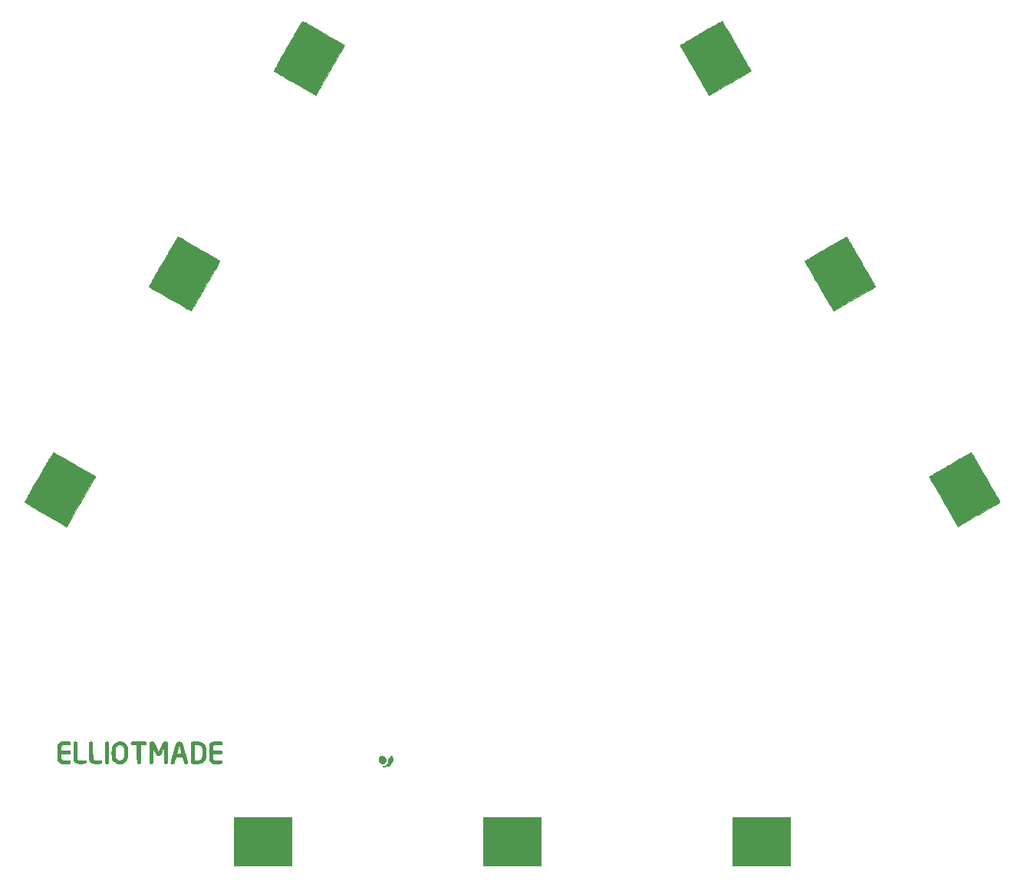
<source format=gbr>
%TF.GenerationSoftware,KiCad,Pcbnew,(6.0.0)*%
%TF.CreationDate,2022-01-21T14:33:05-08:00*%
%TF.ProjectId,PCB-bottom,5043422d-626f-4747-946f-6d2e6b696361,rev?*%
%TF.SameCoordinates,Original*%
%TF.FileFunction,Soldermask,Top*%
%TF.FilePolarity,Negative*%
%FSLAX46Y46*%
G04 Gerber Fmt 4.6, Leading zero omitted, Abs format (unit mm)*
G04 Created by KiCad (PCBNEW (6.0.0)) date 2022-01-21 14:33:05*
%MOMM*%
%LPD*%
G01*
G04 APERTURE LIST*
%ADD10C,0.010000*%
G04 APERTURE END LIST*
D10*
%TO.C,Ref\u002A\u002A*%
X181548132Y-78194093D02*
X181580356Y-78246919D01*
X181580356Y-78246919D02*
X181630802Y-78331466D01*
X181630802Y-78331466D02*
X181698056Y-78445291D01*
X181698056Y-78445291D02*
X181780708Y-78585951D01*
X181780708Y-78585951D02*
X181877343Y-78751004D01*
X181877343Y-78751004D02*
X181986549Y-78938008D01*
X181986549Y-78938008D02*
X182106914Y-79144519D01*
X182106914Y-79144519D02*
X182237024Y-79368096D01*
X182237024Y-79368096D02*
X182375468Y-79606296D01*
X182375468Y-79606296D02*
X182520832Y-79856675D01*
X182520832Y-79856675D02*
X182671704Y-80116793D01*
X182671704Y-80116793D02*
X182826672Y-80384206D01*
X182826672Y-80384206D02*
X182984322Y-80656471D01*
X182984322Y-80656471D02*
X183143241Y-80931146D01*
X183143241Y-80931146D02*
X183302019Y-81205789D01*
X183302019Y-81205789D02*
X183459240Y-81477957D01*
X183459240Y-81477957D02*
X183613494Y-81745207D01*
X183613494Y-81745207D02*
X183763367Y-82005097D01*
X183763367Y-82005097D02*
X183907446Y-82255185D01*
X183907446Y-82255185D02*
X184044319Y-82493027D01*
X184044319Y-82493027D02*
X184172574Y-82716182D01*
X184172574Y-82716182D02*
X184290797Y-82922206D01*
X184290797Y-82922206D02*
X184397577Y-83108657D01*
X184397577Y-83108657D02*
X184491499Y-83273093D01*
X184491499Y-83273093D02*
X184571152Y-83413071D01*
X184571152Y-83413071D02*
X184635124Y-83526149D01*
X184635124Y-83526149D02*
X184682000Y-83609883D01*
X184682000Y-83609883D02*
X184710369Y-83661832D01*
X184710369Y-83661832D02*
X184718871Y-83679541D01*
X184718871Y-83679541D02*
X184700159Y-83690467D01*
X184700159Y-83690467D02*
X184647438Y-83720991D01*
X184647438Y-83720991D02*
X184563380Y-83769572D01*
X184563380Y-83769572D02*
X184450655Y-83834670D01*
X184450655Y-83834670D02*
X184311933Y-83914746D01*
X184311933Y-83914746D02*
X184149886Y-84008260D01*
X184149886Y-84008260D02*
X183967183Y-84113672D01*
X183967183Y-84113672D02*
X183766496Y-84229442D01*
X183766496Y-84229442D02*
X183550496Y-84354032D01*
X183550496Y-84354032D02*
X183321852Y-84485900D01*
X183321852Y-84485900D02*
X183083237Y-84623507D01*
X183083237Y-84623507D02*
X182837319Y-84765313D01*
X182837319Y-84765313D02*
X182586770Y-84909779D01*
X182586770Y-84909779D02*
X182334261Y-85055365D01*
X182334261Y-85055365D02*
X182082462Y-85200531D01*
X182082462Y-85200531D02*
X181834045Y-85343738D01*
X181834045Y-85343738D02*
X181591678Y-85483444D01*
X181591678Y-85483444D02*
X181358034Y-85618112D01*
X181358034Y-85618112D02*
X181135783Y-85746200D01*
X181135783Y-85746200D02*
X180927596Y-85866170D01*
X180927596Y-85866170D02*
X180736142Y-85976481D01*
X180736142Y-85976481D02*
X180564094Y-86075594D01*
X180564094Y-86075594D02*
X180414121Y-86161969D01*
X180414121Y-86161969D02*
X180288894Y-86234066D01*
X180288894Y-86234066D02*
X180191084Y-86290345D01*
X180191084Y-86290345D02*
X180123362Y-86329267D01*
X180123362Y-86329267D02*
X180088398Y-86349292D01*
X180088398Y-86349292D02*
X180084150Y-86351683D01*
X180084150Y-86351683D02*
X180072335Y-86334438D01*
X180072335Y-86334438D02*
X180040561Y-86282514D01*
X180040561Y-86282514D02*
X179989996Y-86197915D01*
X179989996Y-86197915D02*
X179921810Y-86082646D01*
X179921810Y-86082646D02*
X179837172Y-85938712D01*
X179837172Y-85938712D02*
X179737251Y-85768117D01*
X179737251Y-85768117D02*
X179623217Y-85572866D01*
X179623217Y-85572866D02*
X179496237Y-85354963D01*
X179496237Y-85354963D02*
X179357482Y-85116413D01*
X179357482Y-85116413D02*
X179208120Y-84859220D01*
X179208120Y-84859220D02*
X179049321Y-84585389D01*
X179049321Y-84585389D02*
X178882254Y-84296925D01*
X178882254Y-84296925D02*
X178708088Y-83995832D01*
X178708088Y-83995832D02*
X178527992Y-83684115D01*
X178527992Y-83684115D02*
X178492898Y-83623330D01*
X178492898Y-83623330D02*
X178311669Y-83309294D01*
X178311669Y-83309294D02*
X178136228Y-83005089D01*
X178136228Y-83005089D02*
X177967745Y-82712751D01*
X177967745Y-82712751D02*
X177807388Y-82434315D01*
X177807388Y-82434315D02*
X177656323Y-82171815D01*
X177656323Y-82171815D02*
X177515721Y-81927288D01*
X177515721Y-81927288D02*
X177386749Y-81702768D01*
X177386749Y-81702768D02*
X177270576Y-81500290D01*
X177270576Y-81500290D02*
X177168369Y-81321890D01*
X177168369Y-81321890D02*
X177081297Y-81169602D01*
X177081297Y-81169602D02*
X177010528Y-81045461D01*
X177010528Y-81045461D02*
X176957231Y-80951504D01*
X176957231Y-80951504D02*
X176922574Y-80889764D01*
X176922574Y-80889764D02*
X176907725Y-80862278D01*
X176907725Y-80862278D02*
X176907247Y-80861130D01*
X176907247Y-80861130D02*
X176924362Y-80847645D01*
X176924362Y-80847645D02*
X176975544Y-80814660D01*
X176975544Y-80814660D02*
X177058126Y-80763724D01*
X177058126Y-80763724D02*
X177169443Y-80696382D01*
X177169443Y-80696382D02*
X177306831Y-80614180D01*
X177306831Y-80614180D02*
X177467623Y-80518667D01*
X177467623Y-80518667D02*
X177649155Y-80411387D01*
X177649155Y-80411387D02*
X177848762Y-80293889D01*
X177848762Y-80293889D02*
X178063776Y-80167718D01*
X178063776Y-80167718D02*
X178291535Y-80034421D01*
X178291535Y-80034421D02*
X178529371Y-79895545D01*
X178529371Y-79895545D02*
X178774621Y-79752637D01*
X178774621Y-79752637D02*
X179024618Y-79607242D01*
X179024618Y-79607242D02*
X179276697Y-79460908D01*
X179276697Y-79460908D02*
X179528193Y-79315182D01*
X179528193Y-79315182D02*
X179776440Y-79171609D01*
X179776440Y-79171609D02*
X180018774Y-79031737D01*
X180018774Y-79031737D02*
X180252528Y-78897113D01*
X180252528Y-78897113D02*
X180475039Y-78769282D01*
X180475039Y-78769282D02*
X180683639Y-78649791D01*
X180683639Y-78649791D02*
X180875664Y-78540188D01*
X180875664Y-78540188D02*
X181048449Y-78442018D01*
X181048449Y-78442018D02*
X181199328Y-78356829D01*
X181199328Y-78356829D02*
X181325636Y-78286166D01*
X181325636Y-78286166D02*
X181424708Y-78231577D01*
X181424708Y-78231577D02*
X181493877Y-78194609D01*
X181493877Y-78194609D02*
X181530480Y-78176807D01*
X181530480Y-78176807D02*
X181535543Y-78175431D01*
X181535543Y-78175431D02*
X181548132Y-78194093D01*
X181548132Y-78194093D02*
X181548132Y-78194093D01*
G36*
X181548132Y-78194093D02*
G01*
X181580356Y-78246919D01*
X181630802Y-78331466D01*
X181698056Y-78445291D01*
X181780708Y-78585951D01*
X181877343Y-78751004D01*
X181986549Y-78938008D01*
X182106914Y-79144519D01*
X182237024Y-79368096D01*
X182375468Y-79606296D01*
X182520832Y-79856675D01*
X182671704Y-80116793D01*
X182826672Y-80384206D01*
X182984322Y-80656471D01*
X183143241Y-80931146D01*
X183302019Y-81205789D01*
X183459240Y-81477957D01*
X183613494Y-81745207D01*
X183763367Y-82005097D01*
X183907446Y-82255185D01*
X184044319Y-82493027D01*
X184172574Y-82716182D01*
X184290797Y-82922206D01*
X184397577Y-83108657D01*
X184491499Y-83273093D01*
X184571152Y-83413071D01*
X184635124Y-83526149D01*
X184682000Y-83609883D01*
X184710369Y-83661832D01*
X184718871Y-83679541D01*
X184700159Y-83690467D01*
X184647438Y-83720991D01*
X184563380Y-83769572D01*
X184450655Y-83834670D01*
X184311933Y-83914746D01*
X184149886Y-84008260D01*
X183967183Y-84113672D01*
X183766496Y-84229442D01*
X183550496Y-84354032D01*
X183321852Y-84485900D01*
X183083237Y-84623507D01*
X182837319Y-84765313D01*
X182586770Y-84909779D01*
X182334261Y-85055365D01*
X182082462Y-85200531D01*
X181834045Y-85343738D01*
X181591678Y-85483444D01*
X181358034Y-85618112D01*
X181135783Y-85746200D01*
X180927596Y-85866170D01*
X180736142Y-85976481D01*
X180564094Y-86075594D01*
X180414121Y-86161969D01*
X180288894Y-86234066D01*
X180191084Y-86290345D01*
X180123362Y-86329267D01*
X180088398Y-86349292D01*
X180084150Y-86351683D01*
X180072335Y-86334438D01*
X180040561Y-86282514D01*
X179989996Y-86197915D01*
X179921810Y-86082646D01*
X179837172Y-85938712D01*
X179737251Y-85768117D01*
X179623217Y-85572866D01*
X179496237Y-85354963D01*
X179357482Y-85116413D01*
X179208120Y-84859220D01*
X179049321Y-84585389D01*
X178882254Y-84296925D01*
X178708088Y-83995832D01*
X178527992Y-83684115D01*
X178492898Y-83623330D01*
X178311669Y-83309294D01*
X178136228Y-83005089D01*
X177967745Y-82712751D01*
X177807388Y-82434315D01*
X177656323Y-82171815D01*
X177515721Y-81927288D01*
X177386749Y-81702768D01*
X177270576Y-81500290D01*
X177168369Y-81321890D01*
X177081297Y-81169602D01*
X177010528Y-81045461D01*
X176957231Y-80951504D01*
X176922574Y-80889764D01*
X176907725Y-80862278D01*
X176907247Y-80861130D01*
X176924362Y-80847645D01*
X176975544Y-80814660D01*
X177058126Y-80763724D01*
X177169443Y-80696382D01*
X177306831Y-80614180D01*
X177467623Y-80518667D01*
X177649155Y-80411387D01*
X177848762Y-80293889D01*
X178063776Y-80167718D01*
X178291535Y-80034421D01*
X178529371Y-79895545D01*
X178774621Y-79752637D01*
X179024618Y-79607242D01*
X179276697Y-79460908D01*
X179528193Y-79315182D01*
X179776440Y-79171609D01*
X180018774Y-79031737D01*
X180252528Y-78897113D01*
X180475039Y-78769282D01*
X180683639Y-78649791D01*
X180875664Y-78540188D01*
X181048449Y-78442018D01*
X181199328Y-78356829D01*
X181325636Y-78286166D01*
X181424708Y-78231577D01*
X181493877Y-78194609D01*
X181530480Y-78176807D01*
X181535543Y-78175431D01*
X181548132Y-78194093D01*
G37*
X181548132Y-78194093D02*
X181580356Y-78246919D01*
X181630802Y-78331466D01*
X181698056Y-78445291D01*
X181780708Y-78585951D01*
X181877343Y-78751004D01*
X181986549Y-78938008D01*
X182106914Y-79144519D01*
X182237024Y-79368096D01*
X182375468Y-79606296D01*
X182520832Y-79856675D01*
X182671704Y-80116793D01*
X182826672Y-80384206D01*
X182984322Y-80656471D01*
X183143241Y-80931146D01*
X183302019Y-81205789D01*
X183459240Y-81477957D01*
X183613494Y-81745207D01*
X183763367Y-82005097D01*
X183907446Y-82255185D01*
X184044319Y-82493027D01*
X184172574Y-82716182D01*
X184290797Y-82922206D01*
X184397577Y-83108657D01*
X184491499Y-83273093D01*
X184571152Y-83413071D01*
X184635124Y-83526149D01*
X184682000Y-83609883D01*
X184710369Y-83661832D01*
X184718871Y-83679541D01*
X184700159Y-83690467D01*
X184647438Y-83720991D01*
X184563380Y-83769572D01*
X184450655Y-83834670D01*
X184311933Y-83914746D01*
X184149886Y-84008260D01*
X183967183Y-84113672D01*
X183766496Y-84229442D01*
X183550496Y-84354032D01*
X183321852Y-84485900D01*
X183083237Y-84623507D01*
X182837319Y-84765313D01*
X182586770Y-84909779D01*
X182334261Y-85055365D01*
X182082462Y-85200531D01*
X181834045Y-85343738D01*
X181591678Y-85483444D01*
X181358034Y-85618112D01*
X181135783Y-85746200D01*
X180927596Y-85866170D01*
X180736142Y-85976481D01*
X180564094Y-86075594D01*
X180414121Y-86161969D01*
X180288894Y-86234066D01*
X180191084Y-86290345D01*
X180123362Y-86329267D01*
X180088398Y-86349292D01*
X180084150Y-86351683D01*
X180072335Y-86334438D01*
X180040561Y-86282514D01*
X179989996Y-86197915D01*
X179921810Y-86082646D01*
X179837172Y-85938712D01*
X179737251Y-85768117D01*
X179623217Y-85572866D01*
X179496237Y-85354963D01*
X179357482Y-85116413D01*
X179208120Y-84859220D01*
X179049321Y-84585389D01*
X178882254Y-84296925D01*
X178708088Y-83995832D01*
X178527992Y-83684115D01*
X178492898Y-83623330D01*
X178311669Y-83309294D01*
X178136228Y-83005089D01*
X177967745Y-82712751D01*
X177807388Y-82434315D01*
X177656323Y-82171815D01*
X177515721Y-81927288D01*
X177386749Y-81702768D01*
X177270576Y-81500290D01*
X177168369Y-81321890D01*
X177081297Y-81169602D01*
X177010528Y-81045461D01*
X176957231Y-80951504D01*
X176922574Y-80889764D01*
X176907725Y-80862278D01*
X176907247Y-80861130D01*
X176924362Y-80847645D01*
X176975544Y-80814660D01*
X177058126Y-80763724D01*
X177169443Y-80696382D01*
X177306831Y-80614180D01*
X177467623Y-80518667D01*
X177649155Y-80411387D01*
X177848762Y-80293889D01*
X178063776Y-80167718D01*
X178291535Y-80034421D01*
X178529371Y-79895545D01*
X178774621Y-79752637D01*
X179024618Y-79607242D01*
X179276697Y-79460908D01*
X179528193Y-79315182D01*
X179776440Y-79171609D01*
X180018774Y-79031737D01*
X180252528Y-78897113D01*
X180475039Y-78769282D01*
X180683639Y-78649791D01*
X180875664Y-78540188D01*
X181048449Y-78442018D01*
X181199328Y-78356829D01*
X181325636Y-78286166D01*
X181424708Y-78231577D01*
X181493877Y-78194609D01*
X181530480Y-78176807D01*
X181535543Y-78175431D01*
X181548132Y-78194093D01*
X167786182Y-54378043D02*
X167820722Y-54431014D01*
X167820722Y-54431014D02*
X167874881Y-54518431D01*
X167874881Y-54518431D02*
X167947974Y-54639133D01*
X167947974Y-54639133D02*
X168039320Y-54791960D01*
X168039320Y-54791960D02*
X168148234Y-54975752D01*
X168148234Y-54975752D02*
X168274034Y-55189348D01*
X168274034Y-55189348D02*
X168416037Y-55431587D01*
X168416037Y-55431587D02*
X168573560Y-55701311D01*
X168573560Y-55701311D02*
X168745919Y-55997358D01*
X168745919Y-55997358D02*
X168932432Y-56318568D01*
X168932432Y-56318568D02*
X169132415Y-56663780D01*
X169132415Y-56663780D02*
X169345185Y-57031835D01*
X169345185Y-57031835D02*
X169381375Y-57094508D01*
X169381375Y-57094508D02*
X169562665Y-57408629D01*
X169562665Y-57408629D02*
X169738081Y-57712810D01*
X169738081Y-57712810D02*
X169906465Y-58005027D01*
X169906465Y-58005027D02*
X170066655Y-58283255D01*
X170066655Y-58283255D02*
X170217490Y-58545472D01*
X170217490Y-58545472D02*
X170357810Y-58789652D01*
X170357810Y-58789652D02*
X170486454Y-59013774D01*
X170486454Y-59013774D02*
X170602261Y-59215812D01*
X170602261Y-59215812D02*
X170704071Y-59393743D01*
X170704071Y-59393743D02*
X170790723Y-59545543D01*
X170790723Y-59545543D02*
X170861056Y-59669189D01*
X170861056Y-59669189D02*
X170913909Y-59762657D01*
X170913909Y-59762657D02*
X170948123Y-59823923D01*
X170948123Y-59823923D02*
X170962535Y-59850963D01*
X170962535Y-59850963D02*
X170962939Y-59852079D01*
X170962939Y-59852079D02*
X170944956Y-59864849D01*
X170944956Y-59864849D02*
X170892651Y-59897332D01*
X170892651Y-59897332D02*
X170808400Y-59948134D01*
X170808400Y-59948134D02*
X170694580Y-60015864D01*
X170694580Y-60015864D02*
X170553566Y-60099129D01*
X170553566Y-60099129D02*
X170387734Y-60196535D01*
X170387734Y-60196535D02*
X170199460Y-60306692D01*
X170199460Y-60306692D02*
X169991120Y-60428205D01*
X169991120Y-60428205D02*
X169765090Y-60559683D01*
X169765090Y-60559683D02*
X169523745Y-60699732D01*
X169523745Y-60699732D02*
X169269461Y-60846961D01*
X169269461Y-60846961D02*
X169004615Y-60999976D01*
X169004615Y-60999976D02*
X169000531Y-61002333D01*
X169000531Y-61002333D02*
X168726913Y-61160246D01*
X168726913Y-61160246D02*
X168457867Y-61315525D01*
X168457867Y-61315525D02*
X168196370Y-61466451D01*
X168196370Y-61466451D02*
X167945401Y-61611305D01*
X167945401Y-61611305D02*
X167707938Y-61748368D01*
X167707938Y-61748368D02*
X167486958Y-61875921D01*
X167486958Y-61875921D02*
X167285441Y-61992245D01*
X167285441Y-61992245D02*
X167106363Y-62095620D01*
X167106363Y-62095620D02*
X166952703Y-62184329D01*
X166952703Y-62184329D02*
X166827439Y-62256652D01*
X166827439Y-62256652D02*
X166733550Y-62310869D01*
X166733550Y-62310869D02*
X166684165Y-62339396D01*
X166684165Y-62339396D02*
X166549127Y-62416160D01*
X166549127Y-62416160D02*
X166446964Y-62471237D01*
X166446964Y-62471237D02*
X166374995Y-62505920D01*
X166374995Y-62505920D02*
X166330542Y-62521500D01*
X166330542Y-62521500D02*
X166310958Y-62519313D01*
X166310958Y-62519313D02*
X166296276Y-62495691D01*
X166296276Y-62495691D02*
X166262090Y-62438058D01*
X166262090Y-62438058D02*
X166209823Y-62348886D01*
X166209823Y-62348886D02*
X166140897Y-62230645D01*
X166140897Y-62230645D02*
X166056735Y-62085807D01*
X166056735Y-62085807D02*
X165958759Y-61916843D01*
X165958759Y-61916843D02*
X165848393Y-61726225D01*
X165848393Y-61726225D02*
X165727059Y-61516423D01*
X165727059Y-61516423D02*
X165596179Y-61289908D01*
X165596179Y-61289908D02*
X165457177Y-61049153D01*
X165457177Y-61049153D02*
X165311474Y-60796627D01*
X165311474Y-60796627D02*
X165160494Y-60534803D01*
X165160494Y-60534803D02*
X165005660Y-60266151D01*
X165005660Y-60266151D02*
X164848393Y-59993142D01*
X164848393Y-59993142D02*
X164690116Y-59718249D01*
X164690116Y-59718249D02*
X164532253Y-59443941D01*
X164532253Y-59443941D02*
X164376225Y-59172691D01*
X164376225Y-59172691D02*
X164223456Y-58906969D01*
X164223456Y-58906969D02*
X164075368Y-58649247D01*
X164075368Y-58649247D02*
X163933383Y-58401995D01*
X163933383Y-58401995D02*
X163798925Y-58167686D01*
X163798925Y-58167686D02*
X163673416Y-57948790D01*
X163673416Y-57948790D02*
X163558279Y-57747778D01*
X163558279Y-57747778D02*
X163454936Y-57567122D01*
X163454936Y-57567122D02*
X163364810Y-57409292D01*
X163364810Y-57409292D02*
X163289323Y-57276761D01*
X163289323Y-57276761D02*
X163229899Y-57171998D01*
X163229899Y-57171998D02*
X163187959Y-57097477D01*
X163187959Y-57097477D02*
X163164927Y-57055666D01*
X163164927Y-57055666D02*
X163160779Y-57047323D01*
X163160779Y-57047323D02*
X163167864Y-57037124D01*
X163167864Y-57037124D02*
X163192682Y-57017315D01*
X163192682Y-57017315D02*
X163236686Y-56987031D01*
X163236686Y-56987031D02*
X163301330Y-56945411D01*
X163301330Y-56945411D02*
X163388065Y-56891593D01*
X163388065Y-56891593D02*
X163498344Y-56824714D01*
X163498344Y-56824714D02*
X163633620Y-56743912D01*
X163633620Y-56743912D02*
X163795346Y-56648326D01*
X163795346Y-56648326D02*
X163984974Y-56537093D01*
X163984974Y-56537093D02*
X164203958Y-56409350D01*
X164203958Y-56409350D02*
X164453749Y-56264236D01*
X164453749Y-56264236D02*
X164735801Y-56100888D01*
X164735801Y-56100888D02*
X165051566Y-55918444D01*
X165051566Y-55918444D02*
X165402497Y-55716042D01*
X165402497Y-55716042D02*
X165448554Y-55689500D01*
X165448554Y-55689500D02*
X165736038Y-55523916D01*
X165736038Y-55523916D02*
X166013567Y-55364221D01*
X166013567Y-55364221D02*
X166278913Y-55211687D01*
X166278913Y-55211687D02*
X166529846Y-55067591D01*
X166529846Y-55067591D02*
X166764138Y-54933205D01*
X166764138Y-54933205D02*
X166979561Y-54809805D01*
X166979561Y-54809805D02*
X167173887Y-54698666D01*
X167173887Y-54698666D02*
X167344886Y-54601061D01*
X167344886Y-54601061D02*
X167490331Y-54518266D01*
X167490331Y-54518266D02*
X167607992Y-54451554D01*
X167607992Y-54451554D02*
X167695642Y-54402201D01*
X167695642Y-54402201D02*
X167751051Y-54371481D01*
X167751051Y-54371481D02*
X167771943Y-54360678D01*
X167771943Y-54360678D02*
X167786182Y-54378043D01*
X167786182Y-54378043D02*
X167786182Y-54378043D01*
G36*
X167786182Y-54378043D02*
G01*
X167820722Y-54431014D01*
X167874881Y-54518431D01*
X167947974Y-54639133D01*
X168039320Y-54791960D01*
X168148234Y-54975752D01*
X168274034Y-55189348D01*
X168416037Y-55431587D01*
X168573560Y-55701311D01*
X168745919Y-55997358D01*
X168932432Y-56318568D01*
X169132415Y-56663780D01*
X169345185Y-57031835D01*
X169381375Y-57094508D01*
X169562665Y-57408629D01*
X169738081Y-57712810D01*
X169906465Y-58005027D01*
X170066655Y-58283255D01*
X170217490Y-58545472D01*
X170357810Y-58789652D01*
X170486454Y-59013774D01*
X170602261Y-59215812D01*
X170704071Y-59393743D01*
X170790723Y-59545543D01*
X170861056Y-59669189D01*
X170913909Y-59762657D01*
X170948123Y-59823923D01*
X170962535Y-59850963D01*
X170962939Y-59852079D01*
X170944956Y-59864849D01*
X170892651Y-59897332D01*
X170808400Y-59948134D01*
X170694580Y-60015864D01*
X170553566Y-60099129D01*
X170387734Y-60196535D01*
X170199460Y-60306692D01*
X169991120Y-60428205D01*
X169765090Y-60559683D01*
X169523745Y-60699732D01*
X169269461Y-60846961D01*
X169004615Y-60999976D01*
X169000531Y-61002333D01*
X168726913Y-61160246D01*
X168457867Y-61315525D01*
X168196370Y-61466451D01*
X167945401Y-61611305D01*
X167707938Y-61748368D01*
X167486958Y-61875921D01*
X167285441Y-61992245D01*
X167106363Y-62095620D01*
X166952703Y-62184329D01*
X166827439Y-62256652D01*
X166733550Y-62310869D01*
X166684165Y-62339396D01*
X166549127Y-62416160D01*
X166446964Y-62471237D01*
X166374995Y-62505920D01*
X166330542Y-62521500D01*
X166310958Y-62519313D01*
X166296276Y-62495691D01*
X166262090Y-62438058D01*
X166209823Y-62348886D01*
X166140897Y-62230645D01*
X166056735Y-62085807D01*
X165958759Y-61916843D01*
X165848393Y-61726225D01*
X165727059Y-61516423D01*
X165596179Y-61289908D01*
X165457177Y-61049153D01*
X165311474Y-60796627D01*
X165160494Y-60534803D01*
X165005660Y-60266151D01*
X164848393Y-59993142D01*
X164690116Y-59718249D01*
X164532253Y-59443941D01*
X164376225Y-59172691D01*
X164223456Y-58906969D01*
X164075368Y-58649247D01*
X163933383Y-58401995D01*
X163798925Y-58167686D01*
X163673416Y-57948790D01*
X163558279Y-57747778D01*
X163454936Y-57567122D01*
X163364810Y-57409292D01*
X163289323Y-57276761D01*
X163229899Y-57171998D01*
X163187959Y-57097477D01*
X163164927Y-57055666D01*
X163160779Y-57047323D01*
X163167864Y-57037124D01*
X163192682Y-57017315D01*
X163236686Y-56987031D01*
X163301330Y-56945411D01*
X163388065Y-56891593D01*
X163498344Y-56824714D01*
X163633620Y-56743912D01*
X163795346Y-56648326D01*
X163984974Y-56537093D01*
X164203958Y-56409350D01*
X164453749Y-56264236D01*
X164735801Y-56100888D01*
X165051566Y-55918444D01*
X165402497Y-55716042D01*
X165448554Y-55689500D01*
X165736038Y-55523916D01*
X166013567Y-55364221D01*
X166278913Y-55211687D01*
X166529846Y-55067591D01*
X166764138Y-54933205D01*
X166979561Y-54809805D01*
X167173887Y-54698666D01*
X167344886Y-54601061D01*
X167490331Y-54518266D01*
X167607992Y-54451554D01*
X167695642Y-54402201D01*
X167751051Y-54371481D01*
X167771943Y-54360678D01*
X167786182Y-54378043D01*
G37*
X167786182Y-54378043D02*
X167820722Y-54431014D01*
X167874881Y-54518431D01*
X167947974Y-54639133D01*
X168039320Y-54791960D01*
X168148234Y-54975752D01*
X168274034Y-55189348D01*
X168416037Y-55431587D01*
X168573560Y-55701311D01*
X168745919Y-55997358D01*
X168932432Y-56318568D01*
X169132415Y-56663780D01*
X169345185Y-57031835D01*
X169381375Y-57094508D01*
X169562665Y-57408629D01*
X169738081Y-57712810D01*
X169906465Y-58005027D01*
X170066655Y-58283255D01*
X170217490Y-58545472D01*
X170357810Y-58789652D01*
X170486454Y-59013774D01*
X170602261Y-59215812D01*
X170704071Y-59393743D01*
X170790723Y-59545543D01*
X170861056Y-59669189D01*
X170913909Y-59762657D01*
X170948123Y-59823923D01*
X170962535Y-59850963D01*
X170962939Y-59852079D01*
X170944956Y-59864849D01*
X170892651Y-59897332D01*
X170808400Y-59948134D01*
X170694580Y-60015864D01*
X170553566Y-60099129D01*
X170387734Y-60196535D01*
X170199460Y-60306692D01*
X169991120Y-60428205D01*
X169765090Y-60559683D01*
X169523745Y-60699732D01*
X169269461Y-60846961D01*
X169004615Y-60999976D01*
X169000531Y-61002333D01*
X168726913Y-61160246D01*
X168457867Y-61315525D01*
X168196370Y-61466451D01*
X167945401Y-61611305D01*
X167707938Y-61748368D01*
X167486958Y-61875921D01*
X167285441Y-61992245D01*
X167106363Y-62095620D01*
X166952703Y-62184329D01*
X166827439Y-62256652D01*
X166733550Y-62310869D01*
X166684165Y-62339396D01*
X166549127Y-62416160D01*
X166446964Y-62471237D01*
X166374995Y-62505920D01*
X166330542Y-62521500D01*
X166310958Y-62519313D01*
X166296276Y-62495691D01*
X166262090Y-62438058D01*
X166209823Y-62348886D01*
X166140897Y-62230645D01*
X166056735Y-62085807D01*
X165958759Y-61916843D01*
X165848393Y-61726225D01*
X165727059Y-61516423D01*
X165596179Y-61289908D01*
X165457177Y-61049153D01*
X165311474Y-60796627D01*
X165160494Y-60534803D01*
X165005660Y-60266151D01*
X164848393Y-59993142D01*
X164690116Y-59718249D01*
X164532253Y-59443941D01*
X164376225Y-59172691D01*
X164223456Y-58906969D01*
X164075368Y-58649247D01*
X163933383Y-58401995D01*
X163798925Y-58167686D01*
X163673416Y-57948790D01*
X163558279Y-57747778D01*
X163454936Y-57567122D01*
X163364810Y-57409292D01*
X163289323Y-57276761D01*
X163229899Y-57171998D01*
X163187959Y-57097477D01*
X163164927Y-57055666D01*
X163160779Y-57047323D01*
X163167864Y-57037124D01*
X163192682Y-57017315D01*
X163236686Y-56987031D01*
X163301330Y-56945411D01*
X163388065Y-56891593D01*
X163498344Y-56824714D01*
X163633620Y-56743912D01*
X163795346Y-56648326D01*
X163984974Y-56537093D01*
X164203958Y-56409350D01*
X164453749Y-56264236D01*
X164735801Y-56100888D01*
X165051566Y-55918444D01*
X165402497Y-55716042D01*
X165448554Y-55689500D01*
X165736038Y-55523916D01*
X166013567Y-55364221D01*
X166278913Y-55211687D01*
X166529846Y-55067591D01*
X166764138Y-54933205D01*
X166979561Y-54809805D01*
X167173887Y-54698666D01*
X167344886Y-54601061D01*
X167490331Y-54518266D01*
X167607992Y-54451554D01*
X167695642Y-54402201D01*
X167751051Y-54371481D01*
X167771943Y-54360678D01*
X167786182Y-54378043D01*
X175302333Y-147658666D02*
X168931166Y-147658666D01*
X168931166Y-147658666D02*
X168931166Y-142282333D01*
X168931166Y-142282333D02*
X175302333Y-142282333D01*
X175302333Y-142282333D02*
X175302333Y-147658666D01*
X175302333Y-147658666D02*
X175302333Y-147658666D01*
G36*
X175302333Y-147658666D02*
G01*
X168931166Y-147658666D01*
X168931166Y-142282333D01*
X175302333Y-142282333D01*
X175302333Y-147658666D01*
G37*
X175302333Y-147658666D02*
X168931166Y-147658666D01*
X168931166Y-142282333D01*
X175302333Y-142282333D01*
X175302333Y-147658666D01*
X131305104Y-135496880D02*
X131347793Y-135538416D01*
X131347793Y-135538416D02*
X131368806Y-135571154D01*
X131368806Y-135571154D02*
X131397391Y-135646888D01*
X131397391Y-135646888D02*
X131415776Y-135749701D01*
X131415776Y-135749701D02*
X131423337Y-135865438D01*
X131423337Y-135865438D02*
X131419450Y-135979942D01*
X131419450Y-135979942D02*
X131403491Y-136079056D01*
X131403491Y-136079056D02*
X131392721Y-136113524D01*
X131392721Y-136113524D02*
X131316236Y-136256956D01*
X131316236Y-136256956D02*
X131205394Y-136385398D01*
X131205394Y-136385398D02*
X131066712Y-136494872D01*
X131066712Y-136494872D02*
X130906708Y-136581400D01*
X130906708Y-136581400D02*
X130731902Y-136641003D01*
X130731902Y-136641003D02*
X130548810Y-136669704D01*
X130548810Y-136669704D02*
X130478184Y-136671678D01*
X130478184Y-136671678D02*
X130394269Y-136669161D01*
X130394269Y-136669161D02*
X130351848Y-136663414D01*
X130351848Y-136663414D02*
X130350197Y-136654324D01*
X130350197Y-136654324D02*
X130354916Y-136652000D01*
X130354916Y-136652000D02*
X130410290Y-136636913D01*
X130410290Y-136636913D02*
X130451687Y-136632321D01*
X130451687Y-136632321D02*
X130565898Y-136611349D01*
X130565898Y-136611349D02*
X130683737Y-136558845D01*
X130683737Y-136558845D02*
X130790853Y-136481600D01*
X130790853Y-136481600D02*
X130811498Y-136462017D01*
X130811498Y-136462017D02*
X130901260Y-136350596D01*
X130901260Y-136350596D02*
X130955045Y-136228490D01*
X130955045Y-136228490D02*
X130975423Y-136088112D01*
X130975423Y-136088112D02*
X130972281Y-135987092D01*
X130972281Y-135987092D02*
X130959588Y-135836927D01*
X130959588Y-135836927D02*
X131030605Y-135788265D01*
X131030605Y-135788265D02*
X131079577Y-135742160D01*
X131079577Y-135742160D02*
X131132742Y-135672914D01*
X131132742Y-135672914D02*
X131169372Y-135612494D01*
X131169372Y-135612494D02*
X131218923Y-135533291D01*
X131218923Y-135533291D02*
X131263157Y-135494962D01*
X131263157Y-135494962D02*
X131305104Y-135496880D01*
X131305104Y-135496880D02*
X131305104Y-135496880D01*
G36*
X131305104Y-135496880D02*
G01*
X131347793Y-135538416D01*
X131368806Y-135571154D01*
X131397391Y-135646888D01*
X131415776Y-135749701D01*
X131423337Y-135865438D01*
X131419450Y-135979942D01*
X131403491Y-136079056D01*
X131392721Y-136113524D01*
X131316236Y-136256956D01*
X131205394Y-136385398D01*
X131066712Y-136494872D01*
X130906708Y-136581400D01*
X130731902Y-136641003D01*
X130548810Y-136669704D01*
X130478184Y-136671678D01*
X130394269Y-136669161D01*
X130351848Y-136663414D01*
X130350197Y-136654324D01*
X130354916Y-136652000D01*
X130410290Y-136636913D01*
X130451687Y-136632321D01*
X130565898Y-136611349D01*
X130683737Y-136558845D01*
X130790853Y-136481600D01*
X130811498Y-136462017D01*
X130901260Y-136350596D01*
X130955045Y-136228490D01*
X130975423Y-136088112D01*
X130972281Y-135987092D01*
X130959588Y-135836927D01*
X131030605Y-135788265D01*
X131079577Y-135742160D01*
X131132742Y-135672914D01*
X131169372Y-135612494D01*
X131218923Y-135533291D01*
X131263157Y-135494962D01*
X131305104Y-135496880D01*
G37*
X131305104Y-135496880D02*
X131347793Y-135538416D01*
X131368806Y-135571154D01*
X131397391Y-135646888D01*
X131415776Y-135749701D01*
X131423337Y-135865438D01*
X131419450Y-135979942D01*
X131403491Y-136079056D01*
X131392721Y-136113524D01*
X131316236Y-136256956D01*
X131205394Y-136385398D01*
X131066712Y-136494872D01*
X130906708Y-136581400D01*
X130731902Y-136641003D01*
X130548810Y-136669704D01*
X130478184Y-136671678D01*
X130394269Y-136669161D01*
X130351848Y-136663414D01*
X130350197Y-136654324D01*
X130354916Y-136652000D01*
X130410290Y-136636913D01*
X130451687Y-136632321D01*
X130565898Y-136611349D01*
X130683737Y-136558845D01*
X130790853Y-136481600D01*
X130811498Y-136462017D01*
X130901260Y-136350596D01*
X130955045Y-136228490D01*
X130975423Y-136088112D01*
X130972281Y-135987092D01*
X130959588Y-135836927D01*
X131030605Y-135788265D01*
X131079577Y-135742160D01*
X131132742Y-135672914D01*
X131169372Y-135612494D01*
X131218923Y-135533291D01*
X131263157Y-135494962D01*
X131305104Y-135496880D01*
X103600819Y-133943290D02*
X103789669Y-133945129D01*
X103789669Y-133945129D02*
X103944046Y-133948130D01*
X103944046Y-133948130D02*
X104062057Y-133952241D01*
X104062057Y-133952241D02*
X104141809Y-133957412D01*
X104141809Y-133957412D02*
X104181409Y-133963591D01*
X104181409Y-133963591D02*
X104183724Y-133964578D01*
X104183724Y-133964578D02*
X104207612Y-133985419D01*
X104207612Y-133985419D02*
X104220158Y-134022710D01*
X104220158Y-134022710D02*
X104224496Y-134087734D01*
X104224496Y-134087734D02*
X104224666Y-134112000D01*
X104224666Y-134112000D02*
X104222038Y-134186637D01*
X104222038Y-134186637D02*
X104212064Y-134230435D01*
X104212064Y-134230435D02*
X104191610Y-134254679D01*
X104191610Y-134254679D02*
X104183724Y-134259421D01*
X104183724Y-134259421D02*
X104148058Y-134267533D01*
X104148058Y-134267533D02*
X104079288Y-134274287D01*
X104079288Y-134274287D02*
X103986639Y-134279068D01*
X103986639Y-134279068D02*
X103879335Y-134281259D01*
X103879335Y-134281259D02*
X103855641Y-134281333D01*
X103855641Y-134281333D02*
X103568500Y-134281333D01*
X103568500Y-134281333D02*
X103568500Y-135272886D01*
X103568500Y-135272886D02*
X103568422Y-135504035D01*
X103568422Y-135504035D02*
X103568095Y-135696538D01*
X103568095Y-135696538D02*
X103567382Y-135854082D01*
X103567382Y-135854082D02*
X103566142Y-135980353D01*
X103566142Y-135980353D02*
X103564236Y-136079038D01*
X103564236Y-136079038D02*
X103561526Y-136153824D01*
X103561526Y-136153824D02*
X103557873Y-136208398D01*
X103557873Y-136208398D02*
X103553137Y-136246447D01*
X103553137Y-136246447D02*
X103547179Y-136271658D01*
X103547179Y-136271658D02*
X103539861Y-136287716D01*
X103539861Y-136287716D02*
X103531044Y-136298311D01*
X103531044Y-136298311D02*
X103529791Y-136299469D01*
X103529791Y-136299469D02*
X103479930Y-136323287D01*
X103479930Y-136323287D02*
X103408391Y-136334311D01*
X103408391Y-136334311D02*
X103332194Y-136332436D01*
X103332194Y-136332436D02*
X103268359Y-136317557D01*
X103268359Y-136317557D02*
X103241928Y-136301238D01*
X103241928Y-136301238D02*
X103234111Y-136289506D01*
X103234111Y-136289506D02*
X103227602Y-136268939D01*
X103227602Y-136268939D02*
X103222286Y-136235944D01*
X103222286Y-136235944D02*
X103218045Y-136186929D01*
X103218045Y-136186929D02*
X103214764Y-136118302D01*
X103214764Y-136118302D02*
X103212326Y-136026473D01*
X103212326Y-136026473D02*
X103210615Y-135907849D01*
X103210615Y-135907849D02*
X103209514Y-135758838D01*
X103209514Y-135758838D02*
X103208908Y-135575850D01*
X103208908Y-135575850D02*
X103208679Y-135355291D01*
X103208679Y-135355291D02*
X103208666Y-135274654D01*
X103208666Y-135274654D02*
X103208666Y-134281333D01*
X103208666Y-134281333D02*
X102912333Y-134281333D01*
X102912333Y-134281333D02*
X102793139Y-134280815D01*
X102793139Y-134280815D02*
X102708765Y-134278634D01*
X102708765Y-134278634D02*
X102651701Y-134273854D01*
X102651701Y-134273854D02*
X102614441Y-134265534D01*
X102614441Y-134265534D02*
X102589476Y-134252737D01*
X102589476Y-134252737D02*
X102573666Y-134239000D01*
X102573666Y-134239000D02*
X102538290Y-134173689D01*
X102538290Y-134173689D02*
X102531333Y-134112000D01*
X102531333Y-134112000D02*
X102546300Y-134026280D01*
X102546300Y-134026280D02*
X102573666Y-133985000D01*
X102573666Y-133985000D02*
X102586285Y-133973906D01*
X102586285Y-133973906D02*
X102602545Y-133964940D01*
X102602545Y-133964940D02*
X102626745Y-133957874D01*
X102626745Y-133957874D02*
X102663186Y-133952484D01*
X102663186Y-133952484D02*
X102716166Y-133948543D01*
X102716166Y-133948543D02*
X102789987Y-133945825D01*
X102789987Y-133945825D02*
X102888946Y-133944104D01*
X102888946Y-133944104D02*
X103017345Y-133943154D01*
X103017345Y-133943154D02*
X103179483Y-133942751D01*
X103179483Y-133942751D02*
X103379391Y-133942666D01*
X103379391Y-133942666D02*
X103600819Y-133943290D01*
X103600819Y-133943290D02*
X103600819Y-133943290D01*
G36*
X103600819Y-133943290D02*
G01*
X103789669Y-133945129D01*
X103944046Y-133948130D01*
X104062057Y-133952241D01*
X104141809Y-133957412D01*
X104181409Y-133963591D01*
X104183724Y-133964578D01*
X104207612Y-133985419D01*
X104220158Y-134022710D01*
X104224496Y-134087734D01*
X104224666Y-134112000D01*
X104222038Y-134186637D01*
X104212064Y-134230435D01*
X104191610Y-134254679D01*
X104183724Y-134259421D01*
X104148058Y-134267533D01*
X104079288Y-134274287D01*
X103986639Y-134279068D01*
X103879335Y-134281259D01*
X103855641Y-134281333D01*
X103568500Y-134281333D01*
X103568500Y-135272886D01*
X103568422Y-135504035D01*
X103568095Y-135696538D01*
X103567382Y-135854082D01*
X103566142Y-135980353D01*
X103564236Y-136079038D01*
X103561526Y-136153824D01*
X103557873Y-136208398D01*
X103553137Y-136246447D01*
X103547179Y-136271658D01*
X103539861Y-136287716D01*
X103531044Y-136298311D01*
X103529791Y-136299469D01*
X103479930Y-136323287D01*
X103408391Y-136334311D01*
X103332194Y-136332436D01*
X103268359Y-136317557D01*
X103241928Y-136301238D01*
X103234111Y-136289506D01*
X103227602Y-136268939D01*
X103222286Y-136235944D01*
X103218045Y-136186929D01*
X103214764Y-136118302D01*
X103212326Y-136026473D01*
X103210615Y-135907849D01*
X103209514Y-135758838D01*
X103208908Y-135575850D01*
X103208679Y-135355291D01*
X103208666Y-135274654D01*
X103208666Y-134281333D01*
X102912333Y-134281333D01*
X102793139Y-134280815D01*
X102708765Y-134278634D01*
X102651701Y-134273854D01*
X102614441Y-134265534D01*
X102589476Y-134252737D01*
X102573666Y-134239000D01*
X102538290Y-134173689D01*
X102531333Y-134112000D01*
X102546300Y-134026280D01*
X102573666Y-133985000D01*
X102586285Y-133973906D01*
X102602545Y-133964940D01*
X102626745Y-133957874D01*
X102663186Y-133952484D01*
X102716166Y-133948543D01*
X102789987Y-133945825D01*
X102888946Y-133944104D01*
X103017345Y-133943154D01*
X103179483Y-133942751D01*
X103379391Y-133942666D01*
X103600819Y-133943290D01*
G37*
X103600819Y-133943290D02*
X103789669Y-133945129D01*
X103944046Y-133948130D01*
X104062057Y-133952241D01*
X104141809Y-133957412D01*
X104181409Y-133963591D01*
X104183724Y-133964578D01*
X104207612Y-133985419D01*
X104220158Y-134022710D01*
X104224496Y-134087734D01*
X104224666Y-134112000D01*
X104222038Y-134186637D01*
X104212064Y-134230435D01*
X104191610Y-134254679D01*
X104183724Y-134259421D01*
X104148058Y-134267533D01*
X104079288Y-134274287D01*
X103986639Y-134279068D01*
X103879335Y-134281259D01*
X103855641Y-134281333D01*
X103568500Y-134281333D01*
X103568500Y-135272886D01*
X103568422Y-135504035D01*
X103568095Y-135696538D01*
X103567382Y-135854082D01*
X103566142Y-135980353D01*
X103564236Y-136079038D01*
X103561526Y-136153824D01*
X103557873Y-136208398D01*
X103553137Y-136246447D01*
X103547179Y-136271658D01*
X103539861Y-136287716D01*
X103531044Y-136298311D01*
X103529791Y-136299469D01*
X103479930Y-136323287D01*
X103408391Y-136334311D01*
X103332194Y-136332436D01*
X103268359Y-136317557D01*
X103241928Y-136301238D01*
X103234111Y-136289506D01*
X103227602Y-136268939D01*
X103222286Y-136235944D01*
X103218045Y-136186929D01*
X103214764Y-136118302D01*
X103212326Y-136026473D01*
X103210615Y-135907849D01*
X103209514Y-135758838D01*
X103208908Y-135575850D01*
X103208679Y-135355291D01*
X103208666Y-135274654D01*
X103208666Y-134281333D01*
X102912333Y-134281333D01*
X102793139Y-134280815D01*
X102708765Y-134278634D01*
X102651701Y-134273854D01*
X102614441Y-134265534D01*
X102589476Y-134252737D01*
X102573666Y-134239000D01*
X102538290Y-134173689D01*
X102531333Y-134112000D01*
X102546300Y-134026280D01*
X102573666Y-133985000D01*
X102586285Y-133973906D01*
X102602545Y-133964940D01*
X102626745Y-133957874D01*
X102663186Y-133952484D01*
X102716166Y-133948543D01*
X102789987Y-133945825D01*
X102888946Y-133944104D01*
X103017345Y-133943154D01*
X103179483Y-133942751D01*
X103379391Y-133942666D01*
X103600819Y-133943290D01*
X107741722Y-78178858D02*
X107796062Y-78208899D01*
X107796062Y-78208899D02*
X107881655Y-78257074D01*
X107881655Y-78257074D02*
X107995812Y-78321833D01*
X107995812Y-78321833D02*
X108135849Y-78401627D01*
X108135849Y-78401627D02*
X108299078Y-78494907D01*
X108299078Y-78494907D02*
X108482815Y-78600123D01*
X108482815Y-78600123D02*
X108684373Y-78715726D01*
X108684373Y-78715726D02*
X108901065Y-78840166D01*
X108901065Y-78840166D02*
X109130206Y-78971895D01*
X109130206Y-78971895D02*
X109369110Y-79109362D01*
X109369110Y-79109362D02*
X109615090Y-79251018D01*
X109615090Y-79251018D02*
X109865460Y-79395315D01*
X109865460Y-79395315D02*
X110117535Y-79540702D01*
X110117535Y-79540702D02*
X110368627Y-79685630D01*
X110368627Y-79685630D02*
X110616052Y-79828550D01*
X110616052Y-79828550D02*
X110857122Y-79967913D01*
X110857122Y-79967913D02*
X111089152Y-80102169D01*
X111089152Y-80102169D02*
X111309456Y-80229768D01*
X111309456Y-80229768D02*
X111515348Y-80349162D01*
X111515348Y-80349162D02*
X111704140Y-80458801D01*
X111704140Y-80458801D02*
X111873148Y-80557135D01*
X111873148Y-80557135D02*
X112019685Y-80642615D01*
X112019685Y-80642615D02*
X112141066Y-80713693D01*
X112141066Y-80713693D02*
X112234603Y-80768818D01*
X112234603Y-80768818D02*
X112297611Y-80806440D01*
X112297611Y-80806440D02*
X112327404Y-80825012D01*
X112327404Y-80825012D02*
X112329248Y-80826400D01*
X112329248Y-80826400D02*
X112330712Y-80834685D01*
X112330712Y-80834685D02*
X112325961Y-80852739D01*
X112325961Y-80852739D02*
X112314080Y-80882193D01*
X112314080Y-80882193D02*
X112294156Y-80924677D01*
X112294156Y-80924677D02*
X112265274Y-80981823D01*
X112265274Y-80981823D02*
X112226521Y-81055263D01*
X112226521Y-81055263D02*
X112176982Y-81146628D01*
X112176982Y-81146628D02*
X112115744Y-81257548D01*
X112115744Y-81257548D02*
X112041891Y-81389657D01*
X112041891Y-81389657D02*
X111954511Y-81544584D01*
X111954511Y-81544584D02*
X111852688Y-81723961D01*
X111852688Y-81723961D02*
X111735510Y-81929420D01*
X111735510Y-81929420D02*
X111602062Y-82162593D01*
X111602062Y-82162593D02*
X111451429Y-82425109D01*
X111451429Y-82425109D02*
X111282699Y-82718601D01*
X111282699Y-82718601D02*
X111094956Y-83044700D01*
X111094956Y-83044700D02*
X110887287Y-83405038D01*
X110887287Y-83405038D02*
X110786178Y-83580379D01*
X110786178Y-83580379D02*
X110605234Y-83894015D01*
X110605234Y-83894015D02*
X110429869Y-84197771D01*
X110429869Y-84197771D02*
X110261265Y-84489610D01*
X110261265Y-84489610D02*
X110100605Y-84767493D01*
X110100605Y-84767493D02*
X109949072Y-85029383D01*
X109949072Y-85029383D02*
X109807846Y-85273241D01*
X109807846Y-85273241D02*
X109678111Y-85497030D01*
X109678111Y-85497030D02*
X109561049Y-85698711D01*
X109561049Y-85698711D02*
X109457841Y-85876247D01*
X109457841Y-85876247D02*
X109369671Y-86027601D01*
X109369671Y-86027601D02*
X109297720Y-86150733D01*
X109297720Y-86150733D02*
X109243171Y-86243606D01*
X109243171Y-86243606D02*
X109207205Y-86304182D01*
X109207205Y-86304182D02*
X109191006Y-86330424D01*
X109191006Y-86330424D02*
X109190347Y-86331280D01*
X109190347Y-86331280D02*
X109176700Y-86329295D01*
X109176700Y-86329295D02*
X109142566Y-86314896D01*
X109142566Y-86314896D02*
X109086664Y-86287365D01*
X109086664Y-86287365D02*
X109007714Y-86245981D01*
X109007714Y-86245981D02*
X108904437Y-86190028D01*
X108904437Y-86190028D02*
X108775552Y-86118784D01*
X108775552Y-86118784D02*
X108619780Y-86031533D01*
X108619780Y-86031533D02*
X108435840Y-85927554D01*
X108435840Y-85927554D02*
X108222453Y-85806129D01*
X108222453Y-85806129D02*
X107978340Y-85666540D01*
X107978340Y-85666540D02*
X107702219Y-85508066D01*
X107702219Y-85508066D02*
X107392812Y-85329991D01*
X107392812Y-85329991D02*
X107048837Y-85131594D01*
X107048837Y-85131594D02*
X106854625Y-85019429D01*
X106854625Y-85019429D02*
X106566595Y-84852867D01*
X106566595Y-84852867D02*
X106288905Y-84691992D01*
X106288905Y-84691992D02*
X106023742Y-84538084D01*
X106023742Y-84538084D02*
X105773291Y-84392426D01*
X105773291Y-84392426D02*
X105539741Y-84256299D01*
X105539741Y-84256299D02*
X105325279Y-84130986D01*
X105325279Y-84130986D02*
X105132091Y-84017768D01*
X105132091Y-84017768D02*
X104962364Y-83917927D01*
X104962364Y-83917927D02*
X104818287Y-83832745D01*
X104818287Y-83832745D02*
X104702045Y-83763504D01*
X104702045Y-83763504D02*
X104615826Y-83711485D01*
X104615826Y-83711485D02*
X104561817Y-83677971D01*
X104561817Y-83677971D02*
X104542205Y-83664243D01*
X104542205Y-83664243D02*
X104542166Y-83664108D01*
X104542166Y-83664108D02*
X104552545Y-83643030D01*
X104552545Y-83643030D02*
X104582736Y-83587920D01*
X104582736Y-83587920D02*
X104631324Y-83501225D01*
X104631324Y-83501225D02*
X104696893Y-83385396D01*
X104696893Y-83385396D02*
X104778024Y-83242880D01*
X104778024Y-83242880D02*
X104873303Y-83076126D01*
X104873303Y-83076126D02*
X104981313Y-82887582D01*
X104981313Y-82887582D02*
X105100637Y-82679697D01*
X105100637Y-82679697D02*
X105229859Y-82454919D01*
X105229859Y-82454919D02*
X105367562Y-82215697D01*
X105367562Y-82215697D02*
X105512330Y-81964480D01*
X105512330Y-81964480D02*
X105662747Y-81703716D01*
X105662747Y-81703716D02*
X105817396Y-81435853D01*
X105817396Y-81435853D02*
X105974860Y-81163340D01*
X105974860Y-81163340D02*
X106133724Y-80888626D01*
X106133724Y-80888626D02*
X106292570Y-80614159D01*
X106292570Y-80614159D02*
X106449983Y-80342387D01*
X106449983Y-80342387D02*
X106604545Y-80075760D01*
X106604545Y-80075760D02*
X106754841Y-79816725D01*
X106754841Y-79816725D02*
X106899454Y-79567731D01*
X106899454Y-79567731D02*
X107036967Y-79331228D01*
X107036967Y-79331228D02*
X107165964Y-79109662D01*
X107165964Y-79109662D02*
X107285029Y-78905483D01*
X107285029Y-78905483D02*
X107392745Y-78721139D01*
X107392745Y-78721139D02*
X107487696Y-78559079D01*
X107487696Y-78559079D02*
X107568465Y-78421752D01*
X107568465Y-78421752D02*
X107633636Y-78311605D01*
X107633636Y-78311605D02*
X107681793Y-78231087D01*
X107681793Y-78231087D02*
X107711518Y-78182648D01*
X107711518Y-78182648D02*
X107721318Y-78168500D01*
X107721318Y-78168500D02*
X107741722Y-78178858D01*
X107741722Y-78178858D02*
X107741722Y-78178858D01*
G36*
X107741722Y-78178858D02*
G01*
X107796062Y-78208899D01*
X107881655Y-78257074D01*
X107995812Y-78321833D01*
X108135849Y-78401627D01*
X108299078Y-78494907D01*
X108482815Y-78600123D01*
X108684373Y-78715726D01*
X108901065Y-78840166D01*
X109130206Y-78971895D01*
X109369110Y-79109362D01*
X109615090Y-79251018D01*
X109865460Y-79395315D01*
X110117535Y-79540702D01*
X110368627Y-79685630D01*
X110616052Y-79828550D01*
X110857122Y-79967913D01*
X111089152Y-80102169D01*
X111309456Y-80229768D01*
X111515348Y-80349162D01*
X111704140Y-80458801D01*
X111873148Y-80557135D01*
X112019685Y-80642615D01*
X112141066Y-80713693D01*
X112234603Y-80768818D01*
X112297611Y-80806440D01*
X112327404Y-80825012D01*
X112329248Y-80826400D01*
X112330712Y-80834685D01*
X112325961Y-80852739D01*
X112314080Y-80882193D01*
X112294156Y-80924677D01*
X112265274Y-80981823D01*
X112226521Y-81055263D01*
X112176982Y-81146628D01*
X112115744Y-81257548D01*
X112041891Y-81389657D01*
X111954511Y-81544584D01*
X111852688Y-81723961D01*
X111735510Y-81929420D01*
X111602062Y-82162593D01*
X111451429Y-82425109D01*
X111282699Y-82718601D01*
X111094956Y-83044700D01*
X110887287Y-83405038D01*
X110786178Y-83580379D01*
X110605234Y-83894015D01*
X110429869Y-84197771D01*
X110261265Y-84489610D01*
X110100605Y-84767493D01*
X109949072Y-85029383D01*
X109807846Y-85273241D01*
X109678111Y-85497030D01*
X109561049Y-85698711D01*
X109457841Y-85876247D01*
X109369671Y-86027601D01*
X109297720Y-86150733D01*
X109243171Y-86243606D01*
X109207205Y-86304182D01*
X109191006Y-86330424D01*
X109190347Y-86331280D01*
X109176700Y-86329295D01*
X109142566Y-86314896D01*
X109086664Y-86287365D01*
X109007714Y-86245981D01*
X108904437Y-86190028D01*
X108775552Y-86118784D01*
X108619780Y-86031533D01*
X108435840Y-85927554D01*
X108222453Y-85806129D01*
X107978340Y-85666540D01*
X107702219Y-85508066D01*
X107392812Y-85329991D01*
X107048837Y-85131594D01*
X106854625Y-85019429D01*
X106566595Y-84852867D01*
X106288905Y-84691992D01*
X106023742Y-84538084D01*
X105773291Y-84392426D01*
X105539741Y-84256299D01*
X105325279Y-84130986D01*
X105132091Y-84017768D01*
X104962364Y-83917927D01*
X104818287Y-83832745D01*
X104702045Y-83763504D01*
X104615826Y-83711485D01*
X104561817Y-83677971D01*
X104542205Y-83664243D01*
X104542166Y-83664108D01*
X104552545Y-83643030D01*
X104582736Y-83587920D01*
X104631324Y-83501225D01*
X104696893Y-83385396D01*
X104778024Y-83242880D01*
X104873303Y-83076126D01*
X104981313Y-82887582D01*
X105100637Y-82679697D01*
X105229859Y-82454919D01*
X105367562Y-82215697D01*
X105512330Y-81964480D01*
X105662747Y-81703716D01*
X105817396Y-81435853D01*
X105974860Y-81163340D01*
X106133724Y-80888626D01*
X106292570Y-80614159D01*
X106449983Y-80342387D01*
X106604545Y-80075760D01*
X106754841Y-79816725D01*
X106899454Y-79567731D01*
X107036967Y-79331228D01*
X107165964Y-79109662D01*
X107285029Y-78905483D01*
X107392745Y-78721139D01*
X107487696Y-78559079D01*
X107568465Y-78421752D01*
X107633636Y-78311605D01*
X107681793Y-78231087D01*
X107711518Y-78182648D01*
X107721318Y-78168500D01*
X107741722Y-78178858D01*
G37*
X107741722Y-78178858D02*
X107796062Y-78208899D01*
X107881655Y-78257074D01*
X107995812Y-78321833D01*
X108135849Y-78401627D01*
X108299078Y-78494907D01*
X108482815Y-78600123D01*
X108684373Y-78715726D01*
X108901065Y-78840166D01*
X109130206Y-78971895D01*
X109369110Y-79109362D01*
X109615090Y-79251018D01*
X109865460Y-79395315D01*
X110117535Y-79540702D01*
X110368627Y-79685630D01*
X110616052Y-79828550D01*
X110857122Y-79967913D01*
X111089152Y-80102169D01*
X111309456Y-80229768D01*
X111515348Y-80349162D01*
X111704140Y-80458801D01*
X111873148Y-80557135D01*
X112019685Y-80642615D01*
X112141066Y-80713693D01*
X112234603Y-80768818D01*
X112297611Y-80806440D01*
X112327404Y-80825012D01*
X112329248Y-80826400D01*
X112330712Y-80834685D01*
X112325961Y-80852739D01*
X112314080Y-80882193D01*
X112294156Y-80924677D01*
X112265274Y-80981823D01*
X112226521Y-81055263D01*
X112176982Y-81146628D01*
X112115744Y-81257548D01*
X112041891Y-81389657D01*
X111954511Y-81544584D01*
X111852688Y-81723961D01*
X111735510Y-81929420D01*
X111602062Y-82162593D01*
X111451429Y-82425109D01*
X111282699Y-82718601D01*
X111094956Y-83044700D01*
X110887287Y-83405038D01*
X110786178Y-83580379D01*
X110605234Y-83894015D01*
X110429869Y-84197771D01*
X110261265Y-84489610D01*
X110100605Y-84767493D01*
X109949072Y-85029383D01*
X109807846Y-85273241D01*
X109678111Y-85497030D01*
X109561049Y-85698711D01*
X109457841Y-85876247D01*
X109369671Y-86027601D01*
X109297720Y-86150733D01*
X109243171Y-86243606D01*
X109207205Y-86304182D01*
X109191006Y-86330424D01*
X109190347Y-86331280D01*
X109176700Y-86329295D01*
X109142566Y-86314896D01*
X109086664Y-86287365D01*
X109007714Y-86245981D01*
X108904437Y-86190028D01*
X108775552Y-86118784D01*
X108619780Y-86031533D01*
X108435840Y-85927554D01*
X108222453Y-85806129D01*
X107978340Y-85666540D01*
X107702219Y-85508066D01*
X107392812Y-85329991D01*
X107048837Y-85131594D01*
X106854625Y-85019429D01*
X106566595Y-84852867D01*
X106288905Y-84691992D01*
X106023742Y-84538084D01*
X105773291Y-84392426D01*
X105539741Y-84256299D01*
X105325279Y-84130986D01*
X105132091Y-84017768D01*
X104962364Y-83917927D01*
X104818287Y-83832745D01*
X104702045Y-83763504D01*
X104615826Y-83711485D01*
X104561817Y-83677971D01*
X104542205Y-83664243D01*
X104542166Y-83664108D01*
X104552545Y-83643030D01*
X104582736Y-83587920D01*
X104631324Y-83501225D01*
X104696893Y-83385396D01*
X104778024Y-83242880D01*
X104873303Y-83076126D01*
X104981313Y-82887582D01*
X105100637Y-82679697D01*
X105229859Y-82454919D01*
X105367562Y-82215697D01*
X105512330Y-81964480D01*
X105662747Y-81703716D01*
X105817396Y-81435853D01*
X105974860Y-81163340D01*
X106133724Y-80888626D01*
X106292570Y-80614159D01*
X106449983Y-80342387D01*
X106604545Y-80075760D01*
X106754841Y-79816725D01*
X106899454Y-79567731D01*
X107036967Y-79331228D01*
X107165964Y-79109662D01*
X107285029Y-78905483D01*
X107392745Y-78721139D01*
X107487696Y-78559079D01*
X107568465Y-78421752D01*
X107633636Y-78311605D01*
X107681793Y-78231087D01*
X107711518Y-78182648D01*
X107721318Y-78168500D01*
X107741722Y-78178858D01*
X93976806Y-102007412D02*
X94007050Y-102019465D01*
X94007050Y-102019465D02*
X94050749Y-102039898D01*
X94050749Y-102039898D02*
X94109672Y-102069697D01*
X94109672Y-102069697D02*
X94185589Y-102109851D01*
X94185589Y-102109851D02*
X94280269Y-102161346D01*
X94280269Y-102161346D02*
X94395482Y-102225171D01*
X94395482Y-102225171D02*
X94532997Y-102302313D01*
X94532997Y-102302313D02*
X94694584Y-102393759D01*
X94694584Y-102393759D02*
X94882013Y-102500497D01*
X94882013Y-102500497D02*
X95097053Y-102623514D01*
X95097053Y-102623514D02*
X95341474Y-102763798D01*
X95341474Y-102763798D02*
X95617045Y-102922336D01*
X95617045Y-102922336D02*
X95925536Y-103100116D01*
X95925536Y-103100116D02*
X96268717Y-103298126D01*
X96268717Y-103298126D02*
X96295601Y-103313645D01*
X96295601Y-103313645D02*
X98614347Y-104652218D01*
X98614347Y-104652218D02*
X98577882Y-104720873D01*
X98577882Y-104720873D02*
X98555922Y-104760588D01*
X98555922Y-104760588D02*
X98514968Y-104832955D01*
X98514968Y-104832955D02*
X98456441Y-104935524D01*
X98456441Y-104935524D02*
X98381760Y-105065840D01*
X98381760Y-105065840D02*
X98292347Y-105221453D01*
X98292347Y-105221453D02*
X98189624Y-105399909D01*
X98189624Y-105399909D02*
X98075010Y-105598757D01*
X98075010Y-105598757D02*
X97949928Y-105815544D01*
X97949928Y-105815544D02*
X97815797Y-106047818D01*
X97815797Y-106047818D02*
X97674039Y-106293126D01*
X97674039Y-106293126D02*
X97526074Y-106549017D01*
X97526074Y-106549017D02*
X97373325Y-106813037D01*
X97373325Y-106813037D02*
X97217211Y-107082735D01*
X97217211Y-107082735D02*
X97059153Y-107355659D01*
X97059153Y-107355659D02*
X96900574Y-107629356D01*
X96900574Y-107629356D02*
X96742892Y-107901373D01*
X96742892Y-107901373D02*
X96587530Y-108169259D01*
X96587530Y-108169259D02*
X96435909Y-108430561D01*
X96435909Y-108430561D02*
X96289449Y-108682827D01*
X96289449Y-108682827D02*
X96149571Y-108923605D01*
X96149571Y-108923605D02*
X96017696Y-109150442D01*
X96017696Y-109150442D02*
X95895246Y-109360886D01*
X95895246Y-109360886D02*
X95783641Y-109552484D01*
X95783641Y-109552484D02*
X95684302Y-109722785D01*
X95684302Y-109722785D02*
X95598649Y-109869336D01*
X95598649Y-109869336D02*
X95528105Y-109989685D01*
X95528105Y-109989685D02*
X95474090Y-110081379D01*
X95474090Y-110081379D02*
X95438025Y-110141967D01*
X95438025Y-110141967D02*
X95421330Y-110168995D01*
X95421330Y-110168995D02*
X95420333Y-110170223D01*
X95420333Y-110170223D02*
X95400912Y-110159547D01*
X95400912Y-110159547D02*
X95347046Y-110128940D01*
X95347046Y-110128940D02*
X95260933Y-110079667D01*
X95260933Y-110079667D02*
X95144771Y-110012996D01*
X95144771Y-110012996D02*
X95000758Y-109930194D01*
X95000758Y-109930194D02*
X94831092Y-109832526D01*
X94831092Y-109832526D02*
X94637972Y-109721259D01*
X94637972Y-109721259D02*
X94423596Y-109597660D01*
X94423596Y-109597660D02*
X94190162Y-109462995D01*
X94190162Y-109462995D02*
X93939868Y-109318531D01*
X93939868Y-109318531D02*
X93674913Y-109165534D01*
X93674913Y-109165534D02*
X93397494Y-109005271D01*
X93397494Y-109005271D02*
X93109810Y-108839009D01*
X93109810Y-108839009D02*
X93096702Y-108831431D01*
X93096702Y-108831431D02*
X92704912Y-108604690D01*
X92704912Y-108604690D02*
X92349910Y-108398693D01*
X92349910Y-108398693D02*
X92031609Y-108213387D01*
X92031609Y-108213387D02*
X91749922Y-108048722D01*
X91749922Y-108048722D02*
X91504762Y-107904645D01*
X91504762Y-107904645D02*
X91296043Y-107781106D01*
X91296043Y-107781106D02*
X91123677Y-107678054D01*
X91123677Y-107678054D02*
X90987579Y-107595436D01*
X90987579Y-107595436D02*
X90887662Y-107533201D01*
X90887662Y-107533201D02*
X90823838Y-107491299D01*
X90823838Y-107491299D02*
X90796021Y-107469677D01*
X90796021Y-107469677D02*
X90794717Y-107467014D01*
X90794717Y-107467014D02*
X90806871Y-107444160D01*
X90806871Y-107444160D02*
X90838786Y-107387219D01*
X90838786Y-107387219D02*
X90889030Y-107298667D01*
X90889030Y-107298667D02*
X90956174Y-107180981D01*
X90956174Y-107180981D02*
X91038789Y-107036636D01*
X91038789Y-107036636D02*
X91135443Y-106868108D01*
X91135443Y-106868108D02*
X91244706Y-106677875D01*
X91244706Y-106677875D02*
X91365150Y-106468410D01*
X91365150Y-106468410D02*
X91495343Y-106242191D01*
X91495343Y-106242191D02*
X91633855Y-106001694D01*
X91633855Y-106001694D02*
X91779257Y-105749395D01*
X91779257Y-105749395D02*
X91930119Y-105487769D01*
X91930119Y-105487769D02*
X92085010Y-105219293D01*
X92085010Y-105219293D02*
X92242501Y-104946442D01*
X92242501Y-104946442D02*
X92401161Y-104671694D01*
X92401161Y-104671694D02*
X92559560Y-104397524D01*
X92559560Y-104397524D02*
X92716269Y-104126407D01*
X92716269Y-104126407D02*
X92869857Y-103860820D01*
X92869857Y-103860820D02*
X93018894Y-103603240D01*
X93018894Y-103603240D02*
X93161950Y-103356141D01*
X93161950Y-103356141D02*
X93297595Y-103122001D01*
X93297595Y-103122001D02*
X93424400Y-102903295D01*
X93424400Y-102903295D02*
X93540933Y-102702499D01*
X93540933Y-102702499D02*
X93645766Y-102522089D01*
X93645766Y-102522089D02*
X93737467Y-102364542D01*
X93737467Y-102364542D02*
X93814608Y-102232333D01*
X93814608Y-102232333D02*
X93875757Y-102127938D01*
X93875757Y-102127938D02*
X93919485Y-102053834D01*
X93919485Y-102053834D02*
X93944362Y-102012496D01*
X93944362Y-102012496D02*
X93949603Y-102004494D01*
X93949603Y-102004494D02*
X93958246Y-102002751D01*
X93958246Y-102002751D02*
X93976806Y-102007412D01*
X93976806Y-102007412D02*
X93976806Y-102007412D01*
G36*
X93976806Y-102007412D02*
G01*
X94007050Y-102019465D01*
X94050749Y-102039898D01*
X94109672Y-102069697D01*
X94185589Y-102109851D01*
X94280269Y-102161346D01*
X94395482Y-102225171D01*
X94532997Y-102302313D01*
X94694584Y-102393759D01*
X94882013Y-102500497D01*
X95097053Y-102623514D01*
X95341474Y-102763798D01*
X95617045Y-102922336D01*
X95925536Y-103100116D01*
X96268717Y-103298126D01*
X96295601Y-103313645D01*
X98614347Y-104652218D01*
X98577882Y-104720873D01*
X98555922Y-104760588D01*
X98514968Y-104832955D01*
X98456441Y-104935524D01*
X98381760Y-105065840D01*
X98292347Y-105221453D01*
X98189624Y-105399909D01*
X98075010Y-105598757D01*
X97949928Y-105815544D01*
X97815797Y-106047818D01*
X97674039Y-106293126D01*
X97526074Y-106549017D01*
X97373325Y-106813037D01*
X97217211Y-107082735D01*
X97059153Y-107355659D01*
X96900574Y-107629356D01*
X96742892Y-107901373D01*
X96587530Y-108169259D01*
X96435909Y-108430561D01*
X96289449Y-108682827D01*
X96149571Y-108923605D01*
X96017696Y-109150442D01*
X95895246Y-109360886D01*
X95783641Y-109552484D01*
X95684302Y-109722785D01*
X95598649Y-109869336D01*
X95528105Y-109989685D01*
X95474090Y-110081379D01*
X95438025Y-110141967D01*
X95421330Y-110168995D01*
X95420333Y-110170223D01*
X95400912Y-110159547D01*
X95347046Y-110128940D01*
X95260933Y-110079667D01*
X95144771Y-110012996D01*
X95000758Y-109930194D01*
X94831092Y-109832526D01*
X94637972Y-109721259D01*
X94423596Y-109597660D01*
X94190162Y-109462995D01*
X93939868Y-109318531D01*
X93674913Y-109165534D01*
X93397494Y-109005271D01*
X93109810Y-108839009D01*
X93096702Y-108831431D01*
X92704912Y-108604690D01*
X92349910Y-108398693D01*
X92031609Y-108213387D01*
X91749922Y-108048722D01*
X91504762Y-107904645D01*
X91296043Y-107781106D01*
X91123677Y-107678054D01*
X90987579Y-107595436D01*
X90887662Y-107533201D01*
X90823838Y-107491299D01*
X90796021Y-107469677D01*
X90794717Y-107467014D01*
X90806871Y-107444160D01*
X90838786Y-107387219D01*
X90889030Y-107298667D01*
X90956174Y-107180981D01*
X91038789Y-107036636D01*
X91135443Y-106868108D01*
X91244706Y-106677875D01*
X91365150Y-106468410D01*
X91495343Y-106242191D01*
X91633855Y-106001694D01*
X91779257Y-105749395D01*
X91930119Y-105487769D01*
X92085010Y-105219293D01*
X92242501Y-104946442D01*
X92401161Y-104671694D01*
X92559560Y-104397524D01*
X92716269Y-104126407D01*
X92869857Y-103860820D01*
X93018894Y-103603240D01*
X93161950Y-103356141D01*
X93297595Y-103122001D01*
X93424400Y-102903295D01*
X93540933Y-102702499D01*
X93645766Y-102522089D01*
X93737467Y-102364542D01*
X93814608Y-102232333D01*
X93875757Y-102127938D01*
X93919485Y-102053834D01*
X93944362Y-102012496D01*
X93949603Y-102004494D01*
X93958246Y-102002751D01*
X93976806Y-102007412D01*
G37*
X93976806Y-102007412D02*
X94007050Y-102019465D01*
X94050749Y-102039898D01*
X94109672Y-102069697D01*
X94185589Y-102109851D01*
X94280269Y-102161346D01*
X94395482Y-102225171D01*
X94532997Y-102302313D01*
X94694584Y-102393759D01*
X94882013Y-102500497D01*
X95097053Y-102623514D01*
X95341474Y-102763798D01*
X95617045Y-102922336D01*
X95925536Y-103100116D01*
X96268717Y-103298126D01*
X96295601Y-103313645D01*
X98614347Y-104652218D01*
X98577882Y-104720873D01*
X98555922Y-104760588D01*
X98514968Y-104832955D01*
X98456441Y-104935524D01*
X98381760Y-105065840D01*
X98292347Y-105221453D01*
X98189624Y-105399909D01*
X98075010Y-105598757D01*
X97949928Y-105815544D01*
X97815797Y-106047818D01*
X97674039Y-106293126D01*
X97526074Y-106549017D01*
X97373325Y-106813037D01*
X97217211Y-107082735D01*
X97059153Y-107355659D01*
X96900574Y-107629356D01*
X96742892Y-107901373D01*
X96587530Y-108169259D01*
X96435909Y-108430561D01*
X96289449Y-108682827D01*
X96149571Y-108923605D01*
X96017696Y-109150442D01*
X95895246Y-109360886D01*
X95783641Y-109552484D01*
X95684302Y-109722785D01*
X95598649Y-109869336D01*
X95528105Y-109989685D01*
X95474090Y-110081379D01*
X95438025Y-110141967D01*
X95421330Y-110168995D01*
X95420333Y-110170223D01*
X95400912Y-110159547D01*
X95347046Y-110128940D01*
X95260933Y-110079667D01*
X95144771Y-110012996D01*
X95000758Y-109930194D01*
X94831092Y-109832526D01*
X94637972Y-109721259D01*
X94423596Y-109597660D01*
X94190162Y-109462995D01*
X93939868Y-109318531D01*
X93674913Y-109165534D01*
X93397494Y-109005271D01*
X93109810Y-108839009D01*
X93096702Y-108831431D01*
X92704912Y-108604690D01*
X92349910Y-108398693D01*
X92031609Y-108213387D01*
X91749922Y-108048722D01*
X91504762Y-107904645D01*
X91296043Y-107781106D01*
X91123677Y-107678054D01*
X90987579Y-107595436D01*
X90887662Y-107533201D01*
X90823838Y-107491299D01*
X90796021Y-107469677D01*
X90794717Y-107467014D01*
X90806871Y-107444160D01*
X90838786Y-107387219D01*
X90889030Y-107298667D01*
X90956174Y-107180981D01*
X91038789Y-107036636D01*
X91135443Y-106868108D01*
X91244706Y-106677875D01*
X91365150Y-106468410D01*
X91495343Y-106242191D01*
X91633855Y-106001694D01*
X91779257Y-105749395D01*
X91930119Y-105487769D01*
X92085010Y-105219293D01*
X92242501Y-104946442D01*
X92401161Y-104671694D01*
X92559560Y-104397524D01*
X92716269Y-104126407D01*
X92869857Y-103860820D01*
X93018894Y-103603240D01*
X93161950Y-103356141D01*
X93297595Y-103122001D01*
X93424400Y-102903295D01*
X93540933Y-102702499D01*
X93645766Y-102522089D01*
X93737467Y-102364542D01*
X93814608Y-102232333D01*
X93875757Y-102127938D01*
X93919485Y-102053834D01*
X93944362Y-102012496D01*
X93949603Y-102004494D01*
X93958246Y-102002751D01*
X93976806Y-102007412D01*
X109516333Y-136334500D02*
X109426375Y-136331328D01*
X109426375Y-136331328D02*
X109351798Y-136326964D01*
X109351798Y-136326964D02*
X109283224Y-136320271D01*
X109283224Y-136320271D02*
X109272916Y-136318872D01*
X109272916Y-136318872D02*
X109218269Y-136305173D01*
X109218269Y-136305173D02*
X109182958Y-136287701D01*
X109182958Y-136287701D02*
X109176321Y-136261492D01*
X109176321Y-136261492D02*
X109170543Y-136197754D01*
X109170543Y-136197754D02*
X109165617Y-136101281D01*
X109165617Y-136101281D02*
X109161534Y-135976871D01*
X109161534Y-135976871D02*
X109158288Y-135829318D01*
X109158288Y-135829318D02*
X109155871Y-135663418D01*
X109155871Y-135663418D02*
X109154277Y-135483966D01*
X109154277Y-135483966D02*
X109153498Y-135295758D01*
X109153498Y-135295758D02*
X109153526Y-135103588D01*
X109153526Y-135103588D02*
X109154355Y-134912253D01*
X109154355Y-134912253D02*
X109155978Y-134726549D01*
X109155978Y-134726549D02*
X109158387Y-134551269D01*
X109158387Y-134551269D02*
X109161574Y-134391210D01*
X109161574Y-134391210D02*
X109165534Y-134251168D01*
X109165534Y-134251168D02*
X109170257Y-134135937D01*
X109170257Y-134135937D02*
X109175738Y-134050314D01*
X109175738Y-134050314D02*
X109181969Y-133999093D01*
X109181969Y-133999093D02*
X109186426Y-133986513D01*
X109186426Y-133986513D02*
X109221615Y-133972399D01*
X109221615Y-133972399D02*
X109285442Y-133959042D01*
X109285442Y-133959042D02*
X109364264Y-133949277D01*
X109364264Y-133949277D02*
X109366343Y-133949101D01*
X109366343Y-133949101D02*
X109516333Y-133936526D01*
X109516333Y-133936526D02*
X109516333Y-136334500D01*
X109516333Y-136334500D02*
X109516333Y-136334500D01*
G36*
X109516333Y-136334500D02*
G01*
X109426375Y-136331328D01*
X109351798Y-136326964D01*
X109283224Y-136320271D01*
X109272916Y-136318872D01*
X109218269Y-136305173D01*
X109182958Y-136287701D01*
X109176321Y-136261492D01*
X109170543Y-136197754D01*
X109165617Y-136101281D01*
X109161534Y-135976871D01*
X109158288Y-135829318D01*
X109155871Y-135663418D01*
X109154277Y-135483966D01*
X109153498Y-135295758D01*
X109153526Y-135103588D01*
X109154355Y-134912253D01*
X109155978Y-134726549D01*
X109158387Y-134551269D01*
X109161574Y-134391210D01*
X109165534Y-134251168D01*
X109170257Y-134135937D01*
X109175738Y-134050314D01*
X109181969Y-133999093D01*
X109186426Y-133986513D01*
X109221615Y-133972399D01*
X109285442Y-133959042D01*
X109364264Y-133949277D01*
X109366343Y-133949101D01*
X109516333Y-133936526D01*
X109516333Y-136334500D01*
G37*
X109516333Y-136334500D02*
X109426375Y-136331328D01*
X109351798Y-136326964D01*
X109283224Y-136320271D01*
X109272916Y-136318872D01*
X109218269Y-136305173D01*
X109182958Y-136287701D01*
X109176321Y-136261492D01*
X109170543Y-136197754D01*
X109165617Y-136101281D01*
X109161534Y-135976871D01*
X109158288Y-135829318D01*
X109155871Y-135663418D01*
X109154277Y-135483966D01*
X109153498Y-135295758D01*
X109153526Y-135103588D01*
X109154355Y-134912253D01*
X109155978Y-134726549D01*
X109158387Y-134551269D01*
X109161574Y-134391210D01*
X109165534Y-134251168D01*
X109170257Y-134135937D01*
X109175738Y-134050314D01*
X109181969Y-133999093D01*
X109186426Y-133986513D01*
X109221615Y-133972399D01*
X109285442Y-133959042D01*
X109364264Y-133949277D01*
X109366343Y-133949101D01*
X109516333Y-133936526D01*
X109516333Y-136334500D01*
X112074491Y-133936677D02*
X112241788Y-133939757D01*
X112241788Y-133939757D02*
X112368240Y-133944841D01*
X112368240Y-133944841D02*
X112455291Y-133952026D01*
X112455291Y-133952026D02*
X112504386Y-133961411D01*
X112504386Y-133961411D02*
X112514622Y-133966493D01*
X112514622Y-133966493D02*
X112533052Y-133999045D01*
X112533052Y-133999045D02*
X112539968Y-134060773D01*
X112539968Y-134060773D02*
X112538797Y-134120649D01*
X112538797Y-134120649D02*
X112532583Y-134249583D01*
X112532583Y-134249583D02*
X112105478Y-134260166D01*
X112105478Y-134260166D02*
X111935474Y-134264782D01*
X111935474Y-134264782D02*
X111803040Y-134271662D01*
X111803040Y-134271662D02*
X111703436Y-134284508D01*
X111703436Y-134284508D02*
X111631923Y-134307024D01*
X111631923Y-134307024D02*
X111583761Y-134342910D01*
X111583761Y-134342910D02*
X111554211Y-134395870D01*
X111554211Y-134395870D02*
X111538534Y-134469605D01*
X111538534Y-134469605D02*
X111531991Y-134567817D01*
X111531991Y-134567817D02*
X111529842Y-134694209D01*
X111529842Y-134694209D02*
X111529670Y-134709958D01*
X111529670Y-134709958D02*
X111527166Y-134937500D01*
X111527166Y-134937500D02*
X112009766Y-134937500D01*
X112009766Y-134937500D02*
X112182485Y-134938263D01*
X112182485Y-134938263D02*
X112315977Y-134940654D01*
X112315977Y-134940654D02*
X112413323Y-134944829D01*
X112413323Y-134944829D02*
X112477602Y-134950941D01*
X112477602Y-134950941D02*
X112511896Y-134959143D01*
X112511896Y-134959143D02*
X112517766Y-134962900D01*
X112517766Y-134962900D02*
X112532965Y-134998126D01*
X112532965Y-134998126D02*
X112542039Y-135057833D01*
X112542039Y-135057833D02*
X112543166Y-135088388D01*
X112543166Y-135088388D02*
X112542464Y-135139188D01*
X112542464Y-135139188D02*
X112537134Y-135178445D01*
X112537134Y-135178445D02*
X112522344Y-135207647D01*
X112522344Y-135207647D02*
X112493261Y-135228281D01*
X112493261Y-135228281D02*
X112445052Y-135241835D01*
X112445052Y-135241835D02*
X112372883Y-135249796D01*
X112372883Y-135249796D02*
X112271921Y-135253652D01*
X112271921Y-135253652D02*
X112137334Y-135254892D01*
X112137334Y-135254892D02*
X112001904Y-135255000D01*
X112001904Y-135255000D02*
X111527166Y-135255000D01*
X111527166Y-135255000D02*
X111529670Y-135524875D01*
X111529670Y-135524875D02*
X111531892Y-135662039D01*
X111531892Y-135662039D02*
X111536573Y-135763752D01*
X111536573Y-135763752D02*
X111545110Y-135836881D01*
X111545110Y-135836881D02*
X111558903Y-135888295D01*
X111558903Y-135888295D02*
X111579351Y-135924862D01*
X111579351Y-135924862D02*
X111607851Y-135953451D01*
X111607851Y-135953451D02*
X111618645Y-135961846D01*
X111618645Y-135961846D02*
X111642079Y-135977151D01*
X111642079Y-135977151D02*
X111669980Y-135988789D01*
X111669980Y-135988789D02*
X111708592Y-135997468D01*
X111708592Y-135997468D02*
X111764159Y-136003895D01*
X111764159Y-136003895D02*
X111842927Y-136008778D01*
X111842927Y-136008778D02*
X111951139Y-136012824D01*
X111951139Y-136012824D02*
X112095041Y-136016740D01*
X112095041Y-136016740D02*
X112105478Y-136017000D01*
X112105478Y-136017000D02*
X112532583Y-136027583D01*
X112532583Y-136027583D02*
X112538797Y-136156517D01*
X112538797Y-136156517D02*
X112538296Y-136245384D01*
X112538296Y-136245384D02*
X112525966Y-136297079D01*
X112525966Y-136297079D02*
X112516621Y-136309013D01*
X112516621Y-136309013D02*
X112484889Y-136318479D01*
X112484889Y-136318479D02*
X112418994Y-136326920D01*
X112418994Y-136326920D02*
X112327097Y-136334100D01*
X112327097Y-136334100D02*
X112217362Y-136339783D01*
X112217362Y-136339783D02*
X112097950Y-136343734D01*
X112097950Y-136343734D02*
X111977024Y-136345717D01*
X111977024Y-136345717D02*
X111862746Y-136345497D01*
X111862746Y-136345497D02*
X111763280Y-136342837D01*
X111763280Y-136342837D02*
X111686786Y-136337503D01*
X111686786Y-136337503D02*
X111659659Y-136333751D01*
X111659659Y-136333751D02*
X111498173Y-136288426D01*
X111498173Y-136288426D02*
X111368462Y-136215903D01*
X111368462Y-136215903D02*
X111268967Y-136115080D01*
X111268967Y-136115080D02*
X111211750Y-136017000D01*
X111211750Y-136017000D02*
X111202852Y-135992657D01*
X111202852Y-135992657D02*
X111195626Y-135959661D01*
X111195626Y-135959661D02*
X111189906Y-135913757D01*
X111189906Y-135913757D02*
X111185525Y-135850686D01*
X111185525Y-135850686D02*
X111182319Y-135766193D01*
X111182319Y-135766193D02*
X111180122Y-135656022D01*
X111180122Y-135656022D02*
X111178766Y-135515915D01*
X111178766Y-135515915D02*
X111178087Y-135341616D01*
X111178087Y-135341616D02*
X111177916Y-135149166D01*
X111177916Y-135149166D02*
X111178121Y-134926318D01*
X111178121Y-134926318D02*
X111179174Y-134741530D01*
X111179174Y-134741530D02*
X111181737Y-134590527D01*
X111181737Y-134590527D02*
X111186469Y-134469036D01*
X111186469Y-134469036D02*
X111194029Y-134372784D01*
X111194029Y-134372784D02*
X111205078Y-134297497D01*
X111205078Y-134297497D02*
X111220276Y-134238902D01*
X111220276Y-134238902D02*
X111240282Y-134192724D01*
X111240282Y-134192724D02*
X111265756Y-134154691D01*
X111265756Y-134154691D02*
X111297359Y-134120529D01*
X111297359Y-134120529D02*
X111335749Y-134085963D01*
X111335749Y-134085963D02*
X111343055Y-134079692D01*
X111343055Y-134079692D02*
X111404087Y-134032552D01*
X111404087Y-134032552D02*
X111467521Y-133996416D01*
X111467521Y-133996416D02*
X111539842Y-133970015D01*
X111539842Y-133970015D02*
X111627538Y-133952082D01*
X111627538Y-133952082D02*
X111737095Y-133941348D01*
X111737095Y-133941348D02*
X111875000Y-133936545D01*
X111875000Y-133936545D02*
X112047740Y-133936404D01*
X112047740Y-133936404D02*
X112074491Y-133936677D01*
X112074491Y-133936677D02*
X112074491Y-133936677D01*
G36*
X112074491Y-133936677D02*
G01*
X112241788Y-133939757D01*
X112368240Y-133944841D01*
X112455291Y-133952026D01*
X112504386Y-133961411D01*
X112514622Y-133966493D01*
X112533052Y-133999045D01*
X112539968Y-134060773D01*
X112538797Y-134120649D01*
X112532583Y-134249583D01*
X112105478Y-134260166D01*
X111935474Y-134264782D01*
X111803040Y-134271662D01*
X111703436Y-134284508D01*
X111631923Y-134307024D01*
X111583761Y-134342910D01*
X111554211Y-134395870D01*
X111538534Y-134469605D01*
X111531991Y-134567817D01*
X111529842Y-134694209D01*
X111529670Y-134709958D01*
X111527166Y-134937500D01*
X112009766Y-134937500D01*
X112182485Y-134938263D01*
X112315977Y-134940654D01*
X112413323Y-134944829D01*
X112477602Y-134950941D01*
X112511896Y-134959143D01*
X112517766Y-134962900D01*
X112532965Y-134998126D01*
X112542039Y-135057833D01*
X112543166Y-135088388D01*
X112542464Y-135139188D01*
X112537134Y-135178445D01*
X112522344Y-135207647D01*
X112493261Y-135228281D01*
X112445052Y-135241835D01*
X112372883Y-135249796D01*
X112271921Y-135253652D01*
X112137334Y-135254892D01*
X112001904Y-135255000D01*
X111527166Y-135255000D01*
X111529670Y-135524875D01*
X111531892Y-135662039D01*
X111536573Y-135763752D01*
X111545110Y-135836881D01*
X111558903Y-135888295D01*
X111579351Y-135924862D01*
X111607851Y-135953451D01*
X111618645Y-135961846D01*
X111642079Y-135977151D01*
X111669980Y-135988789D01*
X111708592Y-135997468D01*
X111764159Y-136003895D01*
X111842927Y-136008778D01*
X111951139Y-136012824D01*
X112095041Y-136016740D01*
X112105478Y-136017000D01*
X112532583Y-136027583D01*
X112538797Y-136156517D01*
X112538296Y-136245384D01*
X112525966Y-136297079D01*
X112516621Y-136309013D01*
X112484889Y-136318479D01*
X112418994Y-136326920D01*
X112327097Y-136334100D01*
X112217362Y-136339783D01*
X112097950Y-136343734D01*
X111977024Y-136345717D01*
X111862746Y-136345497D01*
X111763280Y-136342837D01*
X111686786Y-136337503D01*
X111659659Y-136333751D01*
X111498173Y-136288426D01*
X111368462Y-136215903D01*
X111268967Y-136115080D01*
X111211750Y-136017000D01*
X111202852Y-135992657D01*
X111195626Y-135959661D01*
X111189906Y-135913757D01*
X111185525Y-135850686D01*
X111182319Y-135766193D01*
X111180122Y-135656022D01*
X111178766Y-135515915D01*
X111178087Y-135341616D01*
X111177916Y-135149166D01*
X111178121Y-134926318D01*
X111179174Y-134741530D01*
X111181737Y-134590527D01*
X111186469Y-134469036D01*
X111194029Y-134372784D01*
X111205078Y-134297497D01*
X111220276Y-134238902D01*
X111240282Y-134192724D01*
X111265756Y-134154691D01*
X111297359Y-134120529D01*
X111335749Y-134085963D01*
X111343055Y-134079692D01*
X111404087Y-134032552D01*
X111467521Y-133996416D01*
X111539842Y-133970015D01*
X111627538Y-133952082D01*
X111737095Y-133941348D01*
X111875000Y-133936545D01*
X112047740Y-133936404D01*
X112074491Y-133936677D01*
G37*
X112074491Y-133936677D02*
X112241788Y-133939757D01*
X112368240Y-133944841D01*
X112455291Y-133952026D01*
X112504386Y-133961411D01*
X112514622Y-133966493D01*
X112533052Y-133999045D01*
X112539968Y-134060773D01*
X112538797Y-134120649D01*
X112532583Y-134249583D01*
X112105478Y-134260166D01*
X111935474Y-134264782D01*
X111803040Y-134271662D01*
X111703436Y-134284508D01*
X111631923Y-134307024D01*
X111583761Y-134342910D01*
X111554211Y-134395870D01*
X111538534Y-134469605D01*
X111531991Y-134567817D01*
X111529842Y-134694209D01*
X111529670Y-134709958D01*
X111527166Y-134937500D01*
X112009766Y-134937500D01*
X112182485Y-134938263D01*
X112315977Y-134940654D01*
X112413323Y-134944829D01*
X112477602Y-134950941D01*
X112511896Y-134959143D01*
X112517766Y-134962900D01*
X112532965Y-134998126D01*
X112542039Y-135057833D01*
X112543166Y-135088388D01*
X112542464Y-135139188D01*
X112537134Y-135178445D01*
X112522344Y-135207647D01*
X112493261Y-135228281D01*
X112445052Y-135241835D01*
X112372883Y-135249796D01*
X112271921Y-135253652D01*
X112137334Y-135254892D01*
X112001904Y-135255000D01*
X111527166Y-135255000D01*
X111529670Y-135524875D01*
X111531892Y-135662039D01*
X111536573Y-135763752D01*
X111545110Y-135836881D01*
X111558903Y-135888295D01*
X111579351Y-135924862D01*
X111607851Y-135953451D01*
X111618645Y-135961846D01*
X111642079Y-135977151D01*
X111669980Y-135988789D01*
X111708592Y-135997468D01*
X111764159Y-136003895D01*
X111842927Y-136008778D01*
X111951139Y-136012824D01*
X112095041Y-136016740D01*
X112105478Y-136017000D01*
X112532583Y-136027583D01*
X112538797Y-136156517D01*
X112538296Y-136245384D01*
X112525966Y-136297079D01*
X112516621Y-136309013D01*
X112484889Y-136318479D01*
X112418994Y-136326920D01*
X112327097Y-136334100D01*
X112217362Y-136339783D01*
X112097950Y-136343734D01*
X111977024Y-136345717D01*
X111862746Y-136345497D01*
X111763280Y-136342837D01*
X111686786Y-136337503D01*
X111659659Y-136333751D01*
X111498173Y-136288426D01*
X111368462Y-136215903D01*
X111268967Y-136115080D01*
X111211750Y-136017000D01*
X111202852Y-135992657D01*
X111195626Y-135959661D01*
X111189906Y-135913757D01*
X111185525Y-135850686D01*
X111182319Y-135766193D01*
X111180122Y-135656022D01*
X111178766Y-135515915D01*
X111178087Y-135341616D01*
X111177916Y-135149166D01*
X111178121Y-134926318D01*
X111179174Y-134741530D01*
X111181737Y-134590527D01*
X111186469Y-134469036D01*
X111194029Y-134372784D01*
X111205078Y-134297497D01*
X111220276Y-134238902D01*
X111240282Y-134192724D01*
X111265756Y-134154691D01*
X111297359Y-134120529D01*
X111335749Y-134085963D01*
X111343055Y-134079692D01*
X111404087Y-134032552D01*
X111467521Y-133996416D01*
X111539842Y-133970015D01*
X111627538Y-133952082D01*
X111737095Y-133941348D01*
X111875000Y-133936545D01*
X112047740Y-133936404D01*
X112074491Y-133936677D01*
X109754458Y-133921919D02*
X109975992Y-133935256D01*
X109975992Y-133935256D02*
X110169302Y-133974579D01*
X110169302Y-133974579D02*
X110335398Y-134038600D01*
X110335398Y-134038600D02*
X110467352Y-134117240D01*
X110467352Y-134117240D02*
X110575504Y-134214028D01*
X110575504Y-134214028D02*
X110661112Y-134332194D01*
X110661112Y-134332194D02*
X110725433Y-134474971D01*
X110725433Y-134474971D02*
X110769726Y-134645593D01*
X110769726Y-134645593D02*
X110795248Y-134847292D01*
X110795248Y-134847292D02*
X110803257Y-135083299D01*
X110803257Y-135083299D02*
X110800488Y-135233833D01*
X110800488Y-135233833D02*
X110795032Y-135359066D01*
X110795032Y-135359066D02*
X110787705Y-135476593D01*
X110787705Y-135476593D02*
X110779272Y-135576739D01*
X110779272Y-135576739D02*
X110770496Y-135649831D01*
X110770496Y-135649831D02*
X110765562Y-135675967D01*
X110765562Y-135675967D02*
X110699983Y-135861548D01*
X110699983Y-135861548D02*
X110603214Y-136019634D01*
X110603214Y-136019634D02*
X110477004Y-136148398D01*
X110477004Y-136148398D02*
X110323104Y-136246015D01*
X110323104Y-136246015D02*
X110161916Y-136305850D01*
X110161916Y-136305850D02*
X110095029Y-136319769D01*
X110095029Y-136319769D02*
X110008807Y-136332131D01*
X110008807Y-136332131D02*
X109913293Y-136342204D01*
X109913293Y-136342204D02*
X109818529Y-136349256D01*
X109818529Y-136349256D02*
X109734558Y-136352555D01*
X109734558Y-136352555D02*
X109671422Y-136351369D01*
X109671422Y-136351369D02*
X109639163Y-136344967D01*
X109639163Y-136344967D02*
X109638041Y-136344032D01*
X109638041Y-136344032D02*
X109630294Y-136316069D01*
X109630294Y-136316069D02*
X109624642Y-136257787D01*
X109624642Y-136257787D02*
X109622192Y-136181189D01*
X109622192Y-136181189D02*
X109622166Y-136172222D01*
X109622166Y-136172222D02*
X109622166Y-136017000D01*
X109622166Y-136017000D02*
X109792710Y-136017000D01*
X109792710Y-136017000D02*
X109933944Y-136012141D01*
X109933944Y-136012141D02*
X110043839Y-135995453D01*
X110043839Y-135995453D02*
X110132489Y-135963765D01*
X110132489Y-135963765D02*
X110209995Y-135913908D01*
X110209995Y-135913908D02*
X110258721Y-135870699D01*
X110258721Y-135870699D02*
X110310312Y-135816299D01*
X110310312Y-135816299D02*
X110350281Y-135761189D01*
X110350281Y-135761189D02*
X110380062Y-135699109D01*
X110380062Y-135699109D02*
X110401090Y-135623796D01*
X110401090Y-135623796D02*
X110414801Y-135528990D01*
X110414801Y-135528990D02*
X110422629Y-135408431D01*
X110422629Y-135408431D02*
X110426008Y-135255855D01*
X110426008Y-135255855D02*
X110426500Y-135138583D01*
X110426500Y-135138583D02*
X110425094Y-134962583D01*
X110425094Y-134962583D02*
X110419986Y-134822468D01*
X110419986Y-134822468D02*
X110409839Y-134711856D01*
X110409839Y-134711856D02*
X110393316Y-134624366D01*
X110393316Y-134624366D02*
X110369081Y-134553616D01*
X110369081Y-134553616D02*
X110335796Y-134493224D01*
X110335796Y-134493224D02*
X110292124Y-134436808D01*
X110292124Y-134436808D02*
X110275660Y-134418468D01*
X110275660Y-134418468D02*
X110197208Y-134348201D01*
X110197208Y-134348201D02*
X110108125Y-134300536D01*
X110108125Y-134300536D02*
X109999461Y-134272439D01*
X109999461Y-134272439D02*
X109862268Y-134260872D01*
X109862268Y-134260872D02*
X109808896Y-134260166D01*
X109808896Y-134260166D02*
X109622166Y-134260166D01*
X109622166Y-134260166D02*
X109622166Y-133921500D01*
X109622166Y-133921500D02*
X109754458Y-133921919D01*
X109754458Y-133921919D02*
X109754458Y-133921919D01*
G36*
X109754458Y-133921919D02*
G01*
X109975992Y-133935256D01*
X110169302Y-133974579D01*
X110335398Y-134038600D01*
X110467352Y-134117240D01*
X110575504Y-134214028D01*
X110661112Y-134332194D01*
X110725433Y-134474971D01*
X110769726Y-134645593D01*
X110795248Y-134847292D01*
X110803257Y-135083299D01*
X110800488Y-135233833D01*
X110795032Y-135359066D01*
X110787705Y-135476593D01*
X110779272Y-135576739D01*
X110770496Y-135649831D01*
X110765562Y-135675967D01*
X110699983Y-135861548D01*
X110603214Y-136019634D01*
X110477004Y-136148398D01*
X110323104Y-136246015D01*
X110161916Y-136305850D01*
X110095029Y-136319769D01*
X110008807Y-136332131D01*
X109913293Y-136342204D01*
X109818529Y-136349256D01*
X109734558Y-136352555D01*
X109671422Y-136351369D01*
X109639163Y-136344967D01*
X109638041Y-136344032D01*
X109630294Y-136316069D01*
X109624642Y-136257787D01*
X109622192Y-136181189D01*
X109622166Y-136172222D01*
X109622166Y-136017000D01*
X109792710Y-136017000D01*
X109933944Y-136012141D01*
X110043839Y-135995453D01*
X110132489Y-135963765D01*
X110209995Y-135913908D01*
X110258721Y-135870699D01*
X110310312Y-135816299D01*
X110350281Y-135761189D01*
X110380062Y-135699109D01*
X110401090Y-135623796D01*
X110414801Y-135528990D01*
X110422629Y-135408431D01*
X110426008Y-135255855D01*
X110426500Y-135138583D01*
X110425094Y-134962583D01*
X110419986Y-134822468D01*
X110409839Y-134711856D01*
X110393316Y-134624366D01*
X110369081Y-134553616D01*
X110335796Y-134493224D01*
X110292124Y-134436808D01*
X110275660Y-134418468D01*
X110197208Y-134348201D01*
X110108125Y-134300536D01*
X109999461Y-134272439D01*
X109862268Y-134260872D01*
X109808896Y-134260166D01*
X109622166Y-134260166D01*
X109622166Y-133921500D01*
X109754458Y-133921919D01*
G37*
X109754458Y-133921919D02*
X109975992Y-133935256D01*
X110169302Y-133974579D01*
X110335398Y-134038600D01*
X110467352Y-134117240D01*
X110575504Y-134214028D01*
X110661112Y-134332194D01*
X110725433Y-134474971D01*
X110769726Y-134645593D01*
X110795248Y-134847292D01*
X110803257Y-135083299D01*
X110800488Y-135233833D01*
X110795032Y-135359066D01*
X110787705Y-135476593D01*
X110779272Y-135576739D01*
X110770496Y-135649831D01*
X110765562Y-135675967D01*
X110699983Y-135861548D01*
X110603214Y-136019634D01*
X110477004Y-136148398D01*
X110323104Y-136246015D01*
X110161916Y-136305850D01*
X110095029Y-136319769D01*
X110008807Y-136332131D01*
X109913293Y-136342204D01*
X109818529Y-136349256D01*
X109734558Y-136352555D01*
X109671422Y-136351369D01*
X109639163Y-136344967D01*
X109638041Y-136344032D01*
X109630294Y-136316069D01*
X109624642Y-136257787D01*
X109622192Y-136181189D01*
X109622166Y-136172222D01*
X109622166Y-136017000D01*
X109792710Y-136017000D01*
X109933944Y-136012141D01*
X110043839Y-135995453D01*
X110132489Y-135963765D01*
X110209995Y-135913908D01*
X110258721Y-135870699D01*
X110310312Y-135816299D01*
X110350281Y-135761189D01*
X110380062Y-135699109D01*
X110401090Y-135623796D01*
X110414801Y-135528990D01*
X110422629Y-135408431D01*
X110426008Y-135255855D01*
X110426500Y-135138583D01*
X110425094Y-134962583D01*
X110419986Y-134822468D01*
X110409839Y-134711856D01*
X110393316Y-134624366D01*
X110369081Y-134553616D01*
X110335796Y-134493224D01*
X110292124Y-134436808D01*
X110275660Y-134418468D01*
X110197208Y-134348201D01*
X110108125Y-134300536D01*
X109999461Y-134272439D01*
X109862268Y-134260872D01*
X109808896Y-134260166D01*
X109622166Y-134260166D01*
X109622166Y-133921500D01*
X109754458Y-133921919D01*
X147806833Y-147658666D02*
X141435666Y-147658666D01*
X141435666Y-147658666D02*
X141435666Y-142282333D01*
X141435666Y-142282333D02*
X147806833Y-142282333D01*
X147806833Y-142282333D02*
X147806833Y-147658666D01*
X147806833Y-147658666D02*
X147806833Y-147658666D01*
G36*
X147806833Y-147658666D02*
G01*
X141435666Y-147658666D01*
X141435666Y-142282333D01*
X147806833Y-142282333D01*
X147806833Y-147658666D01*
G37*
X147806833Y-147658666D02*
X141435666Y-147658666D01*
X141435666Y-142282333D01*
X147806833Y-142282333D01*
X147806833Y-147658666D01*
X120311333Y-147658666D02*
X113940166Y-147658666D01*
X113940166Y-147658666D02*
X113940166Y-142282333D01*
X113940166Y-142282333D02*
X120311333Y-142282333D01*
X120311333Y-142282333D02*
X120311333Y-147658666D01*
X120311333Y-147658666D02*
X120311333Y-147658666D01*
G36*
X120311333Y-147658666D02*
G01*
X113940166Y-147658666D01*
X113940166Y-142282333D01*
X120311333Y-142282333D01*
X120311333Y-147658666D01*
G37*
X120311333Y-147658666D02*
X113940166Y-147658666D01*
X113940166Y-142282333D01*
X120311333Y-142282333D01*
X120311333Y-147658666D01*
X106387469Y-133948981D02*
X106467039Y-133969512D01*
X106467039Y-133969512D02*
X106523803Y-134000277D01*
X106523803Y-134000277D02*
X106536800Y-134014627D01*
X106536800Y-134014627D02*
X106539781Y-134039691D01*
X106539781Y-134039691D02*
X106542586Y-134103075D01*
X106542586Y-134103075D02*
X106545159Y-134200767D01*
X106545159Y-134200767D02*
X106547446Y-134328751D01*
X106547446Y-134328751D02*
X106549389Y-134483016D01*
X106549389Y-134483016D02*
X106550933Y-134659547D01*
X106550933Y-134659547D02*
X106552021Y-134854333D01*
X106552021Y-134854333D02*
X106552599Y-135063358D01*
X106552599Y-135063358D02*
X106552675Y-135153258D01*
X106552675Y-135153258D02*
X106553000Y-136268599D01*
X106553000Y-136268599D02*
X106505956Y-136301549D01*
X106505956Y-136301549D02*
X106453952Y-136323154D01*
X106453952Y-136323154D02*
X106386098Y-136334148D01*
X106386098Y-136334148D02*
X106373083Y-136334500D01*
X106373083Y-136334500D02*
X106305208Y-136326376D01*
X106305208Y-136326376D02*
X106247983Y-136306353D01*
X106247983Y-136306353D02*
X106240209Y-136301549D01*
X106240209Y-136301549D02*
X106193166Y-136268599D01*
X106193166Y-136268599D02*
X106192176Y-134567083D01*
X106192176Y-134567083D02*
X106001371Y-134957883D01*
X106001371Y-134957883D02*
X105941799Y-135078366D01*
X105941799Y-135078366D02*
X105886403Y-135187554D01*
X105886403Y-135187554D02*
X105838543Y-135279047D01*
X105838543Y-135279047D02*
X105801580Y-135346445D01*
X105801580Y-135346445D02*
X105778874Y-135383347D01*
X105778874Y-135383347D02*
X105776336Y-135386508D01*
X105776336Y-135386508D02*
X105748601Y-135406893D01*
X105748601Y-135406893D02*
X105704542Y-135418644D01*
X105704542Y-135418644D02*
X105634060Y-135423702D01*
X105634060Y-135423702D02*
X105579333Y-135424333D01*
X105579333Y-135424333D02*
X105492383Y-135422595D01*
X105492383Y-135422595D02*
X105436522Y-135415766D01*
X105436522Y-135415766D02*
X105400589Y-135401428D01*
X105400589Y-135401428D02*
X105376238Y-135380295D01*
X105376238Y-135380295D02*
X105354588Y-135348004D01*
X105354588Y-135348004D02*
X105318253Y-135284246D01*
X105318253Y-135284246D02*
X105270827Y-135195737D01*
X105270827Y-135195737D02*
X105215903Y-135089196D01*
X105215903Y-135089196D02*
X105157073Y-134971339D01*
X105157073Y-134971339D02*
X105152614Y-134962253D01*
X105152614Y-134962253D02*
X104969312Y-134588250D01*
X104969312Y-134588250D02*
X104967406Y-135419041D01*
X104967406Y-135419041D02*
X104966851Y-135628625D01*
X104966851Y-135628625D02*
X104966102Y-135799978D01*
X104966102Y-135799978D02*
X104964952Y-135937205D01*
X104964952Y-135937205D02*
X104963193Y-136044407D01*
X104963193Y-136044407D02*
X104960617Y-136125690D01*
X104960617Y-136125690D02*
X104957015Y-136185155D01*
X104957015Y-136185155D02*
X104952181Y-136226906D01*
X104952181Y-136226906D02*
X104945907Y-136255047D01*
X104945907Y-136255047D02*
X104937983Y-136273680D01*
X104937983Y-136273680D02*
X104928203Y-136286909D01*
X104928203Y-136286909D02*
X104923166Y-136292166D01*
X104923166Y-136292166D02*
X104871139Y-136320856D01*
X104871139Y-136320856D02*
X104798376Y-136334665D01*
X104798376Y-136334665D02*
X104722012Y-136333047D01*
X104722012Y-136333047D02*
X104659184Y-136315454D01*
X104659184Y-136315454D02*
X104638928Y-136301238D01*
X104638928Y-136301238D02*
X104631566Y-136290124D01*
X104631566Y-136290124D02*
X104625359Y-136270489D01*
X104625359Y-136270489D02*
X104620213Y-136238973D01*
X104620213Y-136238973D02*
X104616030Y-136192218D01*
X104616030Y-136192218D02*
X104612715Y-136126865D01*
X104612715Y-136126865D02*
X104610172Y-136039554D01*
X104610172Y-136039554D02*
X104608304Y-135926926D01*
X104608304Y-135926926D02*
X104607015Y-135785624D01*
X104607015Y-135785624D02*
X104606210Y-135612288D01*
X104606210Y-135612288D02*
X104605793Y-135403558D01*
X104605793Y-135403558D02*
X104605667Y-135156076D01*
X104605667Y-135156076D02*
X104605666Y-135138271D01*
X104605666Y-135138271D02*
X104605666Y-134008567D01*
X104605666Y-134008567D02*
X104652709Y-133975616D01*
X104652709Y-133975616D02*
X104708666Y-133953741D01*
X104708666Y-133953741D02*
X104788255Y-133942719D01*
X104788255Y-133942719D02*
X104876229Y-133942383D01*
X104876229Y-133942383D02*
X104957340Y-133952566D01*
X104957340Y-133952566D02*
X105016342Y-133973101D01*
X105016342Y-133973101D02*
X105025704Y-133979708D01*
X105025704Y-133979708D02*
X105046184Y-134008207D01*
X105046184Y-134008207D02*
X105081647Y-134069679D01*
X105081647Y-134069679D02*
X105129255Y-134158695D01*
X105129255Y-134158695D02*
X105186173Y-134269828D01*
X105186173Y-134269828D02*
X105249567Y-134397649D01*
X105249567Y-134397649D02*
X105315936Y-134535333D01*
X105315936Y-134535333D02*
X105381155Y-134672237D01*
X105381155Y-134672237D02*
X105440485Y-134796205D01*
X105440485Y-134796205D02*
X105491498Y-134902210D01*
X105491498Y-134902210D02*
X105531767Y-134985226D01*
X105531767Y-134985226D02*
X105558864Y-135040229D01*
X105558864Y-135040229D02*
X105570363Y-135062193D01*
X105570363Y-135062193D02*
X105570461Y-135062310D01*
X105570461Y-135062310D02*
X105581371Y-135046252D01*
X105581371Y-135046252D02*
X105608238Y-134996739D01*
X105608238Y-134996739D02*
X105648672Y-134918469D01*
X105648672Y-134918469D02*
X105700287Y-134816139D01*
X105700287Y-134816139D02*
X105760692Y-134694446D01*
X105760692Y-134694446D02*
X105827499Y-134558088D01*
X105827499Y-134558088D02*
X105841264Y-134529788D01*
X105841264Y-134529788D02*
X105924830Y-134360142D01*
X105924830Y-134360142D02*
X105997568Y-134217313D01*
X105997568Y-134217313D02*
X106058068Y-134103904D01*
X106058068Y-134103904D02*
X106104915Y-134022520D01*
X106104915Y-134022520D02*
X106136698Y-133975765D01*
X106136698Y-133975765D02*
X106147215Y-133965769D01*
X106147215Y-133965769D02*
X106214026Y-133945413D01*
X106214026Y-133945413D02*
X106298621Y-133940383D01*
X106298621Y-133940383D02*
X106387469Y-133948981D01*
X106387469Y-133948981D02*
X106387469Y-133948981D01*
G36*
X106387469Y-133948981D02*
G01*
X106467039Y-133969512D01*
X106523803Y-134000277D01*
X106536800Y-134014627D01*
X106539781Y-134039691D01*
X106542586Y-134103075D01*
X106545159Y-134200767D01*
X106547446Y-134328751D01*
X106549389Y-134483016D01*
X106550933Y-134659547D01*
X106552021Y-134854333D01*
X106552599Y-135063358D01*
X106552675Y-135153258D01*
X106553000Y-136268599D01*
X106505956Y-136301549D01*
X106453952Y-136323154D01*
X106386098Y-136334148D01*
X106373083Y-136334500D01*
X106305208Y-136326376D01*
X106247983Y-136306353D01*
X106240209Y-136301549D01*
X106193166Y-136268599D01*
X106192176Y-134567083D01*
X106001371Y-134957883D01*
X105941799Y-135078366D01*
X105886403Y-135187554D01*
X105838543Y-135279047D01*
X105801580Y-135346445D01*
X105778874Y-135383347D01*
X105776336Y-135386508D01*
X105748601Y-135406893D01*
X105704542Y-135418644D01*
X105634060Y-135423702D01*
X105579333Y-135424333D01*
X105492383Y-135422595D01*
X105436522Y-135415766D01*
X105400589Y-135401428D01*
X105376238Y-135380295D01*
X105354588Y-135348004D01*
X105318253Y-135284246D01*
X105270827Y-135195737D01*
X105215903Y-135089196D01*
X105157073Y-134971339D01*
X105152614Y-134962253D01*
X104969312Y-134588250D01*
X104967406Y-135419041D01*
X104966851Y-135628625D01*
X104966102Y-135799978D01*
X104964952Y-135937205D01*
X104963193Y-136044407D01*
X104960617Y-136125690D01*
X104957015Y-136185155D01*
X104952181Y-136226906D01*
X104945907Y-136255047D01*
X104937983Y-136273680D01*
X104928203Y-136286909D01*
X104923166Y-136292166D01*
X104871139Y-136320856D01*
X104798376Y-136334665D01*
X104722012Y-136333047D01*
X104659184Y-136315454D01*
X104638928Y-136301238D01*
X104631566Y-136290124D01*
X104625359Y-136270489D01*
X104620213Y-136238973D01*
X104616030Y-136192218D01*
X104612715Y-136126865D01*
X104610172Y-136039554D01*
X104608304Y-135926926D01*
X104607015Y-135785624D01*
X104606210Y-135612288D01*
X104605793Y-135403558D01*
X104605667Y-135156076D01*
X104605666Y-135138271D01*
X104605666Y-134008567D01*
X104652709Y-133975616D01*
X104708666Y-133953741D01*
X104788255Y-133942719D01*
X104876229Y-133942383D01*
X104957340Y-133952566D01*
X105016342Y-133973101D01*
X105025704Y-133979708D01*
X105046184Y-134008207D01*
X105081647Y-134069679D01*
X105129255Y-134158695D01*
X105186173Y-134269828D01*
X105249567Y-134397649D01*
X105315936Y-134535333D01*
X105381155Y-134672237D01*
X105440485Y-134796205D01*
X105491498Y-134902210D01*
X105531767Y-134985226D01*
X105558864Y-135040229D01*
X105570363Y-135062193D01*
X105570461Y-135062310D01*
X105581371Y-135046252D01*
X105608238Y-134996739D01*
X105648672Y-134918469D01*
X105700287Y-134816139D01*
X105760692Y-134694446D01*
X105827499Y-134558088D01*
X105841264Y-134529788D01*
X105924830Y-134360142D01*
X105997568Y-134217313D01*
X106058068Y-134103904D01*
X106104915Y-134022520D01*
X106136698Y-133975765D01*
X106147215Y-133965769D01*
X106214026Y-133945413D01*
X106298621Y-133940383D01*
X106387469Y-133948981D01*
G37*
X106387469Y-133948981D02*
X106467039Y-133969512D01*
X106523803Y-134000277D01*
X106536800Y-134014627D01*
X106539781Y-134039691D01*
X106542586Y-134103075D01*
X106545159Y-134200767D01*
X106547446Y-134328751D01*
X106549389Y-134483016D01*
X106550933Y-134659547D01*
X106552021Y-134854333D01*
X106552599Y-135063358D01*
X106552675Y-135153258D01*
X106553000Y-136268599D01*
X106505956Y-136301549D01*
X106453952Y-136323154D01*
X106386098Y-136334148D01*
X106373083Y-136334500D01*
X106305208Y-136326376D01*
X106247983Y-136306353D01*
X106240209Y-136301549D01*
X106193166Y-136268599D01*
X106192176Y-134567083D01*
X106001371Y-134957883D01*
X105941799Y-135078366D01*
X105886403Y-135187554D01*
X105838543Y-135279047D01*
X105801580Y-135346445D01*
X105778874Y-135383347D01*
X105776336Y-135386508D01*
X105748601Y-135406893D01*
X105704542Y-135418644D01*
X105634060Y-135423702D01*
X105579333Y-135424333D01*
X105492383Y-135422595D01*
X105436522Y-135415766D01*
X105400589Y-135401428D01*
X105376238Y-135380295D01*
X105354588Y-135348004D01*
X105318253Y-135284246D01*
X105270827Y-135195737D01*
X105215903Y-135089196D01*
X105157073Y-134971339D01*
X105152614Y-134962253D01*
X104969312Y-134588250D01*
X104967406Y-135419041D01*
X104966851Y-135628625D01*
X104966102Y-135799978D01*
X104964952Y-135937205D01*
X104963193Y-136044407D01*
X104960617Y-136125690D01*
X104957015Y-136185155D01*
X104952181Y-136226906D01*
X104945907Y-136255047D01*
X104937983Y-136273680D01*
X104928203Y-136286909D01*
X104923166Y-136292166D01*
X104871139Y-136320856D01*
X104798376Y-136334665D01*
X104722012Y-136333047D01*
X104659184Y-136315454D01*
X104638928Y-136301238D01*
X104631566Y-136290124D01*
X104625359Y-136270489D01*
X104620213Y-136238973D01*
X104616030Y-136192218D01*
X104612715Y-136126865D01*
X104610172Y-136039554D01*
X104608304Y-135926926D01*
X104607015Y-135785624D01*
X104606210Y-135612288D01*
X104605793Y-135403558D01*
X104605667Y-135156076D01*
X104605666Y-135138271D01*
X104605666Y-134008567D01*
X104652709Y-133975616D01*
X104708666Y-133953741D01*
X104788255Y-133942719D01*
X104876229Y-133942383D01*
X104957340Y-133952566D01*
X105016342Y-133973101D01*
X105025704Y-133979708D01*
X105046184Y-134008207D01*
X105081647Y-134069679D01*
X105129255Y-134158695D01*
X105186173Y-134269828D01*
X105249567Y-134397649D01*
X105315936Y-134535333D01*
X105381155Y-134672237D01*
X105440485Y-134796205D01*
X105491498Y-134902210D01*
X105531767Y-134985226D01*
X105558864Y-135040229D01*
X105570363Y-135062193D01*
X105570461Y-135062310D01*
X105581371Y-135046252D01*
X105608238Y-134996739D01*
X105648672Y-134918469D01*
X105700287Y-134816139D01*
X105760692Y-134694446D01*
X105827499Y-134558088D01*
X105841264Y-134529788D01*
X105924830Y-134360142D01*
X105997568Y-134217313D01*
X106058068Y-134103904D01*
X106104915Y-134022520D01*
X106136698Y-133975765D01*
X106147215Y-133965769D01*
X106214026Y-133945413D01*
X106298621Y-133940383D01*
X106387469Y-133948981D01*
X107959489Y-133954909D02*
X108061742Y-133993599D01*
X108061742Y-133993599D02*
X108140956Y-134065062D01*
X108140956Y-134065062D02*
X108147220Y-134073351D01*
X108147220Y-134073351D02*
X108161801Y-134105690D01*
X108161801Y-134105690D02*
X108185979Y-134174055D01*
X108185979Y-134174055D02*
X108218386Y-134273648D01*
X108218386Y-134273648D02*
X108257656Y-134399674D01*
X108257656Y-134399674D02*
X108302420Y-134547336D01*
X108302420Y-134547336D02*
X108351313Y-134711838D01*
X108351313Y-134711838D02*
X108402966Y-134888382D01*
X108402966Y-134888382D02*
X108456012Y-135072174D01*
X108456012Y-135072174D02*
X108509086Y-135258415D01*
X108509086Y-135258415D02*
X108560818Y-135442311D01*
X108560818Y-135442311D02*
X108609842Y-135619063D01*
X108609842Y-135619063D02*
X108654791Y-135783877D01*
X108654791Y-135783877D02*
X108694298Y-135931955D01*
X108694298Y-135931955D02*
X108726995Y-136058501D01*
X108726995Y-136058501D02*
X108751515Y-136158718D01*
X108751515Y-136158718D02*
X108766491Y-136227810D01*
X108766491Y-136227810D02*
X108770620Y-136260416D01*
X108770620Y-136260416D02*
X108766095Y-136293461D01*
X108766095Y-136293461D02*
X108753592Y-136312871D01*
X108753592Y-136312871D02*
X108723598Y-136322898D01*
X108723598Y-136322898D02*
X108666597Y-136327795D01*
X108666597Y-136327795D02*
X108614764Y-136330068D01*
X108614764Y-136330068D02*
X108519142Y-136330209D01*
X108519142Y-136330209D02*
X108461400Y-136320864D01*
X108461400Y-136320864D02*
X108442022Y-136308902D01*
X108442022Y-136308902D02*
X108429089Y-136280294D01*
X108429089Y-136280294D02*
X108407371Y-136218090D01*
X108407371Y-136218090D02*
X108379194Y-136129547D01*
X108379194Y-136129547D02*
X108346882Y-136021917D01*
X108346882Y-136021917D02*
X108319645Y-135927041D01*
X108319645Y-135927041D02*
X108219856Y-135572500D01*
X108219856Y-135572500D02*
X107907666Y-135572500D01*
X107907666Y-135572500D02*
X107907666Y-135255000D01*
X107907666Y-135255000D02*
X108026347Y-135255000D01*
X108026347Y-135255000D02*
X108097040Y-135252150D01*
X108097040Y-135252150D02*
X108130994Y-135242739D01*
X108130994Y-135242739D02*
X108134816Y-135228385D01*
X108134816Y-135228385D02*
X108126426Y-135200860D01*
X108126426Y-135200860D02*
X108108698Y-135138825D01*
X108108698Y-135138825D02*
X108083405Y-135048621D01*
X108083405Y-135048621D02*
X108052322Y-134936587D01*
X108052322Y-134936587D02*
X108017221Y-134809064D01*
X108017221Y-134809064D02*
X108003079Y-134757427D01*
X108003079Y-134757427D02*
X107966566Y-134625269D01*
X107966566Y-134625269D02*
X107932878Y-134505869D01*
X107932878Y-134505869D02*
X107903885Y-134405653D01*
X107903885Y-134405653D02*
X107881457Y-134331048D01*
X107881457Y-134331048D02*
X107867464Y-134288481D01*
X107867464Y-134288481D02*
X107864771Y-134282086D01*
X107864771Y-134282086D02*
X107859497Y-134272913D01*
X107859497Y-134272913D02*
X107854311Y-134269485D01*
X107854311Y-134269485D02*
X107847854Y-134275963D01*
X107847854Y-134275963D02*
X107838768Y-134296510D01*
X107838768Y-134296510D02*
X107825693Y-134335285D01*
X107825693Y-134335285D02*
X107807271Y-134396451D01*
X107807271Y-134396451D02*
X107782143Y-134484168D01*
X107782143Y-134484168D02*
X107748950Y-134602598D01*
X107748950Y-134602598D02*
X107706333Y-134755902D01*
X107706333Y-134755902D02*
X107685303Y-134831666D01*
X107685303Y-134831666D02*
X107652611Y-134949279D01*
X107652611Y-134949279D02*
X107623283Y-135054472D01*
X107623283Y-135054472D02*
X107599436Y-135139681D01*
X107599436Y-135139681D02*
X107583186Y-135197338D01*
X107583186Y-135197338D02*
X107577254Y-135217958D01*
X107577254Y-135217958D02*
X107576203Y-135239189D01*
X107576203Y-135239189D02*
X107595221Y-135250385D01*
X107595221Y-135250385D02*
X107643046Y-135254579D01*
X107643046Y-135254579D02*
X107683990Y-135255000D01*
X107683990Y-135255000D02*
X107801833Y-135255000D01*
X107801833Y-135255000D02*
X107801833Y-135572500D01*
X107801833Y-135572500D02*
X107489837Y-135572500D01*
X107489837Y-135572500D02*
X107390640Y-135926312D01*
X107390640Y-135926312D02*
X107356852Y-136043863D01*
X107356852Y-136043863D02*
X107325325Y-136148106D01*
X107325325Y-136148106D02*
X107298379Y-136231779D01*
X107298379Y-136231779D02*
X107278336Y-136287619D01*
X107278336Y-136287619D02*
X107268879Y-136307312D01*
X107268879Y-136307312D02*
X107238161Y-136320144D01*
X107238161Y-136320144D02*
X107179388Y-136329417D01*
X107179388Y-136329417D02*
X107106735Y-136334553D01*
X107106735Y-136334553D02*
X107034374Y-136334975D01*
X107034374Y-136334975D02*
X106976479Y-136330105D01*
X106976479Y-136330105D02*
X106948111Y-136320388D01*
X106948111Y-136320388D02*
X106937605Y-136290640D01*
X106937605Y-136290640D02*
X106934000Y-136248698D01*
X106934000Y-136248698D02*
X106939640Y-136218727D01*
X106939640Y-136218727D02*
X106955663Y-136152908D01*
X106955663Y-136152908D02*
X106980717Y-136056067D01*
X106980717Y-136056067D02*
X107013454Y-135933031D01*
X107013454Y-135933031D02*
X107052523Y-135788628D01*
X107052523Y-135788628D02*
X107096575Y-135627685D01*
X107096575Y-135627685D02*
X107144261Y-135455028D01*
X107144261Y-135455028D02*
X107194231Y-135275484D01*
X107194231Y-135275484D02*
X107245134Y-135093881D01*
X107245134Y-135093881D02*
X107295623Y-134915045D01*
X107295623Y-134915045D02*
X107344345Y-134743803D01*
X107344345Y-134743803D02*
X107389953Y-134584983D01*
X107389953Y-134584983D02*
X107431097Y-134443411D01*
X107431097Y-134443411D02*
X107466426Y-134323914D01*
X107466426Y-134323914D02*
X107494592Y-134231320D01*
X107494592Y-134231320D02*
X107514244Y-134170455D01*
X107514244Y-134170455D02*
X107518219Y-134159260D01*
X107518219Y-134159260D02*
X107574333Y-134059498D01*
X107574333Y-134059498D02*
X107657712Y-133991479D01*
X107657712Y-133991479D02*
X107769436Y-133954475D01*
X107769436Y-133954475D02*
X107830832Y-133947655D01*
X107830832Y-133947655D02*
X107959489Y-133954909D01*
X107959489Y-133954909D02*
X107959489Y-133954909D01*
G36*
X107959489Y-133954909D02*
G01*
X108061742Y-133993599D01*
X108140956Y-134065062D01*
X108147220Y-134073351D01*
X108161801Y-134105690D01*
X108185979Y-134174055D01*
X108218386Y-134273648D01*
X108257656Y-134399674D01*
X108302420Y-134547336D01*
X108351313Y-134711838D01*
X108402966Y-134888382D01*
X108456012Y-135072174D01*
X108509086Y-135258415D01*
X108560818Y-135442311D01*
X108609842Y-135619063D01*
X108654791Y-135783877D01*
X108694298Y-135931955D01*
X108726995Y-136058501D01*
X108751515Y-136158718D01*
X108766491Y-136227810D01*
X108770620Y-136260416D01*
X108766095Y-136293461D01*
X108753592Y-136312871D01*
X108723598Y-136322898D01*
X108666597Y-136327795D01*
X108614764Y-136330068D01*
X108519142Y-136330209D01*
X108461400Y-136320864D01*
X108442022Y-136308902D01*
X108429089Y-136280294D01*
X108407371Y-136218090D01*
X108379194Y-136129547D01*
X108346882Y-136021917D01*
X108319645Y-135927041D01*
X108219856Y-135572500D01*
X107907666Y-135572500D01*
X107907666Y-135255000D01*
X108026347Y-135255000D01*
X108097040Y-135252150D01*
X108130994Y-135242739D01*
X108134816Y-135228385D01*
X108126426Y-135200860D01*
X108108698Y-135138825D01*
X108083405Y-135048621D01*
X108052322Y-134936587D01*
X108017221Y-134809064D01*
X108003079Y-134757427D01*
X107966566Y-134625269D01*
X107932878Y-134505869D01*
X107903885Y-134405653D01*
X107881457Y-134331048D01*
X107867464Y-134288481D01*
X107864771Y-134282086D01*
X107859497Y-134272913D01*
X107854311Y-134269485D01*
X107847854Y-134275963D01*
X107838768Y-134296510D01*
X107825693Y-134335285D01*
X107807271Y-134396451D01*
X107782143Y-134484168D01*
X107748950Y-134602598D01*
X107706333Y-134755902D01*
X107685303Y-134831666D01*
X107652611Y-134949279D01*
X107623283Y-135054472D01*
X107599436Y-135139681D01*
X107583186Y-135197338D01*
X107577254Y-135217958D01*
X107576203Y-135239189D01*
X107595221Y-135250385D01*
X107643046Y-135254579D01*
X107683990Y-135255000D01*
X107801833Y-135255000D01*
X107801833Y-135572500D01*
X107489837Y-135572500D01*
X107390640Y-135926312D01*
X107356852Y-136043863D01*
X107325325Y-136148106D01*
X107298379Y-136231779D01*
X107278336Y-136287619D01*
X107268879Y-136307312D01*
X107238161Y-136320144D01*
X107179388Y-136329417D01*
X107106735Y-136334553D01*
X107034374Y-136334975D01*
X106976479Y-136330105D01*
X106948111Y-136320388D01*
X106937605Y-136290640D01*
X106934000Y-136248698D01*
X106939640Y-136218727D01*
X106955663Y-136152908D01*
X106980717Y-136056067D01*
X107013454Y-135933031D01*
X107052523Y-135788628D01*
X107096575Y-135627685D01*
X107144261Y-135455028D01*
X107194231Y-135275484D01*
X107245134Y-135093881D01*
X107295623Y-134915045D01*
X107344345Y-134743803D01*
X107389953Y-134584983D01*
X107431097Y-134443411D01*
X107466426Y-134323914D01*
X107494592Y-134231320D01*
X107514244Y-134170455D01*
X107518219Y-134159260D01*
X107574333Y-134059498D01*
X107657712Y-133991479D01*
X107769436Y-133954475D01*
X107830832Y-133947655D01*
X107959489Y-133954909D01*
G37*
X107959489Y-133954909D02*
X108061742Y-133993599D01*
X108140956Y-134065062D01*
X108147220Y-134073351D01*
X108161801Y-134105690D01*
X108185979Y-134174055D01*
X108218386Y-134273648D01*
X108257656Y-134399674D01*
X108302420Y-134547336D01*
X108351313Y-134711838D01*
X108402966Y-134888382D01*
X108456012Y-135072174D01*
X108509086Y-135258415D01*
X108560818Y-135442311D01*
X108609842Y-135619063D01*
X108654791Y-135783877D01*
X108694298Y-135931955D01*
X108726995Y-136058501D01*
X108751515Y-136158718D01*
X108766491Y-136227810D01*
X108770620Y-136260416D01*
X108766095Y-136293461D01*
X108753592Y-136312871D01*
X108723598Y-136322898D01*
X108666597Y-136327795D01*
X108614764Y-136330068D01*
X108519142Y-136330209D01*
X108461400Y-136320864D01*
X108442022Y-136308902D01*
X108429089Y-136280294D01*
X108407371Y-136218090D01*
X108379194Y-136129547D01*
X108346882Y-136021917D01*
X108319645Y-135927041D01*
X108219856Y-135572500D01*
X107907666Y-135572500D01*
X107907666Y-135255000D01*
X108026347Y-135255000D01*
X108097040Y-135252150D01*
X108130994Y-135242739D01*
X108134816Y-135228385D01*
X108126426Y-135200860D01*
X108108698Y-135138825D01*
X108083405Y-135048621D01*
X108052322Y-134936587D01*
X108017221Y-134809064D01*
X108003079Y-134757427D01*
X107966566Y-134625269D01*
X107932878Y-134505869D01*
X107903885Y-134405653D01*
X107881457Y-134331048D01*
X107867464Y-134288481D01*
X107864771Y-134282086D01*
X107859497Y-134272913D01*
X107854311Y-134269485D01*
X107847854Y-134275963D01*
X107838768Y-134296510D01*
X107825693Y-134335285D01*
X107807271Y-134396451D01*
X107782143Y-134484168D01*
X107748950Y-134602598D01*
X107706333Y-134755902D01*
X107685303Y-134831666D01*
X107652611Y-134949279D01*
X107623283Y-135054472D01*
X107599436Y-135139681D01*
X107583186Y-135197338D01*
X107577254Y-135217958D01*
X107576203Y-135239189D01*
X107595221Y-135250385D01*
X107643046Y-135254579D01*
X107683990Y-135255000D01*
X107801833Y-135255000D01*
X107801833Y-135572500D01*
X107489837Y-135572500D01*
X107390640Y-135926312D01*
X107356852Y-136043863D01*
X107325325Y-136148106D01*
X107298379Y-136231779D01*
X107278336Y-136287619D01*
X107268879Y-136307312D01*
X107238161Y-136320144D01*
X107179388Y-136329417D01*
X107106735Y-136334553D01*
X107034374Y-136334975D01*
X106976479Y-136330105D01*
X106948111Y-136320388D01*
X106937605Y-136290640D01*
X106934000Y-136248698D01*
X106939640Y-136218727D01*
X106955663Y-136152908D01*
X106980717Y-136056067D01*
X107013454Y-135933031D01*
X107052523Y-135788628D01*
X107096575Y-135627685D01*
X107144261Y-135455028D01*
X107194231Y-135275484D01*
X107245134Y-135093881D01*
X107295623Y-134915045D01*
X107344345Y-134743803D01*
X107389953Y-134584983D01*
X107431097Y-134443411D01*
X107466426Y-134323914D01*
X107494592Y-134231320D01*
X107514244Y-134170455D01*
X107518219Y-134159260D01*
X107574333Y-134059498D01*
X107657712Y-133991479D01*
X107769436Y-133954475D01*
X107830832Y-133947655D01*
X107959489Y-133954909D01*
X101409185Y-133943273D02*
X101430261Y-133945379D01*
X101430261Y-133945379D02*
X101614229Y-133982606D01*
X101614229Y-133982606D02*
X101771806Y-134052531D01*
X101771806Y-134052531D02*
X101903766Y-134155808D01*
X101903766Y-134155808D02*
X102010886Y-134293090D01*
X102010886Y-134293090D02*
X102093941Y-134465028D01*
X102093941Y-134465028D02*
X102113231Y-134520216D01*
X102113231Y-134520216D02*
X102132131Y-134602882D01*
X102132131Y-134602882D02*
X102147680Y-134718428D01*
X102147680Y-134718428D02*
X102159548Y-134857511D01*
X102159548Y-134857511D02*
X102167406Y-135010784D01*
X102167406Y-135010784D02*
X102170923Y-135168905D01*
X102170923Y-135168905D02*
X102169769Y-135322527D01*
X102169769Y-135322527D02*
X102163616Y-135462307D01*
X102163616Y-135462307D02*
X102152133Y-135578899D01*
X102152133Y-135578899D02*
X102150899Y-135587448D01*
X102150899Y-135587448D02*
X102105030Y-135783122D01*
X102105030Y-135783122D02*
X102030811Y-135953334D01*
X102030811Y-135953334D02*
X101930708Y-136095399D01*
X101930708Y-136095399D02*
X101807187Y-136206629D01*
X101807187Y-136206629D02*
X101662715Y-136284338D01*
X101662715Y-136284338D02*
X101499757Y-136325838D01*
X101499757Y-136325838D02*
X101470108Y-136329125D01*
X101470108Y-136329125D02*
X101346000Y-136340379D01*
X101346000Y-136340379D02*
X101346000Y-136020363D01*
X101346000Y-136020363D02*
X101414791Y-136005797D01*
X101414791Y-136005797D02*
X101541229Y-135960020D01*
X101541229Y-135960020D02*
X101643005Y-135880864D01*
X101643005Y-135880864D02*
X101721276Y-135767198D01*
X101721276Y-135767198D02*
X101763460Y-135664167D01*
X101763460Y-135664167D02*
X101778961Y-135591097D01*
X101778961Y-135591097D02*
X101790466Y-135485474D01*
X101790466Y-135485474D02*
X101797997Y-135356645D01*
X101797997Y-135356645D02*
X101801576Y-135213955D01*
X101801576Y-135213955D02*
X101801224Y-135066750D01*
X101801224Y-135066750D02*
X101796963Y-134924377D01*
X101796963Y-134924377D02*
X101788814Y-134796180D01*
X101788814Y-134796180D02*
X101776799Y-134691505D01*
X101776799Y-134691505D02*
X101761043Y-134620000D01*
X101761043Y-134620000D02*
X101699323Y-134481552D01*
X101699323Y-134481552D02*
X101618930Y-134380224D01*
X101618930Y-134380224D02*
X101517018Y-134313872D01*
X101517018Y-134313872D02*
X101390741Y-134280352D01*
X101390741Y-134280352D02*
X101303206Y-134275107D01*
X101303206Y-134275107D02*
X101153275Y-134290135D01*
X101153275Y-134290135D02*
X101031021Y-134336513D01*
X101031021Y-134336513D02*
X100933670Y-134416184D01*
X100933670Y-134416184D02*
X100858446Y-134531090D01*
X100858446Y-134531090D02*
X100825711Y-134609416D01*
X100825711Y-134609416D02*
X100808928Y-134681743D01*
X100808928Y-134681743D02*
X100796309Y-134786980D01*
X100796309Y-134786980D02*
X100787865Y-134915912D01*
X100787865Y-134915912D02*
X100783608Y-135059320D01*
X100783608Y-135059320D02*
X100783550Y-135207985D01*
X100783550Y-135207985D02*
X100787702Y-135352691D01*
X100787702Y-135352691D02*
X100796076Y-135484220D01*
X100796076Y-135484220D02*
X100808682Y-135593354D01*
X100808682Y-135593354D02*
X100824383Y-135667218D01*
X100824383Y-135667218D02*
X100880756Y-135792536D01*
X100880756Y-135792536D02*
X100963089Y-135895189D01*
X100963089Y-135895189D02*
X101064593Y-135968100D01*
X101064593Y-135968100D02*
X101140786Y-135997001D01*
X101140786Y-135997001D02*
X101240166Y-136022025D01*
X101240166Y-136022025D02*
X101240166Y-136334500D01*
X101240166Y-136334500D02*
X101150208Y-136333084D01*
X101150208Y-136333084D02*
X101068198Y-136325152D01*
X101068198Y-136325152D02*
X100983662Y-136307509D01*
X100983662Y-136307509D02*
X100971861Y-136304030D01*
X100971861Y-136304030D02*
X100823616Y-136236127D01*
X100823616Y-136236127D02*
X100693082Y-136133125D01*
X100693082Y-136133125D02*
X100584047Y-135999906D01*
X100584047Y-135999906D02*
X100500300Y-135841348D01*
X100500300Y-135841348D02*
X100445627Y-135662333D01*
X100445627Y-135662333D02*
X100436926Y-135614833D01*
X100436926Y-135614833D02*
X100426186Y-135518050D01*
X100426186Y-135518050D02*
X100419122Y-135392777D01*
X100419122Y-135392777D02*
X100415639Y-135249376D01*
X100415639Y-135249376D02*
X100415640Y-135098211D01*
X100415640Y-135098211D02*
X100419028Y-134949643D01*
X100419028Y-134949643D02*
X100425708Y-134814035D01*
X100425708Y-134814035D02*
X100435583Y-134701751D01*
X100435583Y-134701751D02*
X100446054Y-134634080D01*
X100446054Y-134634080D02*
X100505298Y-134436308D01*
X100505298Y-134436308D02*
X100591973Y-134270645D01*
X100591973Y-134270645D02*
X100705289Y-134137641D01*
X100705289Y-134137641D02*
X100844457Y-134037850D01*
X100844457Y-134037850D02*
X101008689Y-133971823D01*
X101008689Y-133971823D02*
X101197194Y-133940114D01*
X101197194Y-133940114D02*
X101409185Y-133943273D01*
X101409185Y-133943273D02*
X101409185Y-133943273D01*
G36*
X101409185Y-133943273D02*
G01*
X101430261Y-133945379D01*
X101614229Y-133982606D01*
X101771806Y-134052531D01*
X101903766Y-134155808D01*
X102010886Y-134293090D01*
X102093941Y-134465028D01*
X102113231Y-134520216D01*
X102132131Y-134602882D01*
X102147680Y-134718428D01*
X102159548Y-134857511D01*
X102167406Y-135010784D01*
X102170923Y-135168905D01*
X102169769Y-135322527D01*
X102163616Y-135462307D01*
X102152133Y-135578899D01*
X102150899Y-135587448D01*
X102105030Y-135783122D01*
X102030811Y-135953334D01*
X101930708Y-136095399D01*
X101807187Y-136206629D01*
X101662715Y-136284338D01*
X101499757Y-136325838D01*
X101470108Y-136329125D01*
X101346000Y-136340379D01*
X101346000Y-136020363D01*
X101414791Y-136005797D01*
X101541229Y-135960020D01*
X101643005Y-135880864D01*
X101721276Y-135767198D01*
X101763460Y-135664167D01*
X101778961Y-135591097D01*
X101790466Y-135485474D01*
X101797997Y-135356645D01*
X101801576Y-135213955D01*
X101801224Y-135066750D01*
X101796963Y-134924377D01*
X101788814Y-134796180D01*
X101776799Y-134691505D01*
X101761043Y-134620000D01*
X101699323Y-134481552D01*
X101618930Y-134380224D01*
X101517018Y-134313872D01*
X101390741Y-134280352D01*
X101303206Y-134275107D01*
X101153275Y-134290135D01*
X101031021Y-134336513D01*
X100933670Y-134416184D01*
X100858446Y-134531090D01*
X100825711Y-134609416D01*
X100808928Y-134681743D01*
X100796309Y-134786980D01*
X100787865Y-134915912D01*
X100783608Y-135059320D01*
X100783550Y-135207985D01*
X100787702Y-135352691D01*
X100796076Y-135484220D01*
X100808682Y-135593354D01*
X100824383Y-135667218D01*
X100880756Y-135792536D01*
X100963089Y-135895189D01*
X101064593Y-135968100D01*
X101140786Y-135997001D01*
X101240166Y-136022025D01*
X101240166Y-136334500D01*
X101150208Y-136333084D01*
X101068198Y-136325152D01*
X100983662Y-136307509D01*
X100971861Y-136304030D01*
X100823616Y-136236127D01*
X100693082Y-136133125D01*
X100584047Y-135999906D01*
X100500300Y-135841348D01*
X100445627Y-135662333D01*
X100436926Y-135614833D01*
X100426186Y-135518050D01*
X100419122Y-135392777D01*
X100415639Y-135249376D01*
X100415640Y-135098211D01*
X100419028Y-134949643D01*
X100425708Y-134814035D01*
X100435583Y-134701751D01*
X100446054Y-134634080D01*
X100505298Y-134436308D01*
X100591973Y-134270645D01*
X100705289Y-134137641D01*
X100844457Y-134037850D01*
X101008689Y-133971823D01*
X101197194Y-133940114D01*
X101409185Y-133943273D01*
G37*
X101409185Y-133943273D02*
X101430261Y-133945379D01*
X101614229Y-133982606D01*
X101771806Y-134052531D01*
X101903766Y-134155808D01*
X102010886Y-134293090D01*
X102093941Y-134465028D01*
X102113231Y-134520216D01*
X102132131Y-134602882D01*
X102147680Y-134718428D01*
X102159548Y-134857511D01*
X102167406Y-135010784D01*
X102170923Y-135168905D01*
X102169769Y-135322527D01*
X102163616Y-135462307D01*
X102152133Y-135578899D01*
X102150899Y-135587448D01*
X102105030Y-135783122D01*
X102030811Y-135953334D01*
X101930708Y-136095399D01*
X101807187Y-136206629D01*
X101662715Y-136284338D01*
X101499757Y-136325838D01*
X101470108Y-136329125D01*
X101346000Y-136340379D01*
X101346000Y-136020363D01*
X101414791Y-136005797D01*
X101541229Y-135960020D01*
X101643005Y-135880864D01*
X101721276Y-135767198D01*
X101763460Y-135664167D01*
X101778961Y-135591097D01*
X101790466Y-135485474D01*
X101797997Y-135356645D01*
X101801576Y-135213955D01*
X101801224Y-135066750D01*
X101796963Y-134924377D01*
X101788814Y-134796180D01*
X101776799Y-134691505D01*
X101761043Y-134620000D01*
X101699323Y-134481552D01*
X101618930Y-134380224D01*
X101517018Y-134313872D01*
X101390741Y-134280352D01*
X101303206Y-134275107D01*
X101153275Y-134290135D01*
X101031021Y-134336513D01*
X100933670Y-134416184D01*
X100858446Y-134531090D01*
X100825711Y-134609416D01*
X100808928Y-134681743D01*
X100796309Y-134786980D01*
X100787865Y-134915912D01*
X100783608Y-135059320D01*
X100783550Y-135207985D01*
X100787702Y-135352691D01*
X100796076Y-135484220D01*
X100808682Y-135593354D01*
X100824383Y-135667218D01*
X100880756Y-135792536D01*
X100963089Y-135895189D01*
X101064593Y-135968100D01*
X101140786Y-135997001D01*
X101240166Y-136022025D01*
X101240166Y-136334500D01*
X101150208Y-136333084D01*
X101068198Y-136325152D01*
X100983662Y-136307509D01*
X100971861Y-136304030D01*
X100823616Y-136236127D01*
X100693082Y-136133125D01*
X100584047Y-135999906D01*
X100500300Y-135841348D01*
X100445627Y-135662333D01*
X100436926Y-135614833D01*
X100426186Y-135518050D01*
X100419122Y-135392777D01*
X100415639Y-135249376D01*
X100415640Y-135098211D01*
X100419028Y-134949643D01*
X100425708Y-134814035D01*
X100435583Y-134701751D01*
X100446054Y-134634080D01*
X100505298Y-134436308D01*
X100591973Y-134270645D01*
X100705289Y-134137641D01*
X100844457Y-134037850D01*
X101008689Y-133971823D01*
X101197194Y-133940114D01*
X101409185Y-133943273D01*
X99931572Y-133947275D02*
X99997535Y-133972975D01*
X99997535Y-133972975D02*
X100013041Y-133985541D01*
X100013041Y-133985541D02*
X100022449Y-133995895D01*
X100022449Y-133995895D02*
X100030346Y-134008880D01*
X100030346Y-134008880D02*
X100036844Y-134027983D01*
X100036844Y-134027983D02*
X100042052Y-134056688D01*
X100042052Y-134056688D02*
X100046083Y-134098480D01*
X100046083Y-134098480D02*
X100049046Y-134156846D01*
X100049046Y-134156846D02*
X100051051Y-134235270D01*
X100051051Y-134235270D02*
X100052211Y-134337239D01*
X100052211Y-134337239D02*
X100052636Y-134466237D01*
X100052636Y-134466237D02*
X100052436Y-134625750D01*
X100052436Y-134625750D02*
X100051721Y-134819263D01*
X100051721Y-134819263D02*
X100050604Y-135050262D01*
X100050604Y-135050262D02*
X100050082Y-135151423D01*
X100050082Y-135151423D02*
X100048751Y-135398182D01*
X100048751Y-135398182D02*
X100047442Y-135606050D01*
X100047442Y-135606050D02*
X100046014Y-135778473D01*
X100046014Y-135778473D02*
X100044327Y-135918892D01*
X100044327Y-135918892D02*
X100042241Y-136030751D01*
X100042241Y-136030751D02*
X100039617Y-136117493D01*
X100039617Y-136117493D02*
X100036313Y-136182561D01*
X100036313Y-136182561D02*
X100032191Y-136229399D01*
X100032191Y-136229399D02*
X100027109Y-136261451D01*
X100027109Y-136261451D02*
X100020928Y-136282158D01*
X100020928Y-136282158D02*
X100013507Y-136294964D01*
X100013507Y-136294964D02*
X100004707Y-136303314D01*
X100004707Y-136303314D02*
X100003162Y-136304465D01*
X100003162Y-136304465D02*
X99943815Y-136328229D01*
X99943815Y-136328229D02*
X99866307Y-136335161D01*
X99866307Y-136335161D02*
X99788332Y-136326018D01*
X99788332Y-136326018D02*
X99727584Y-136301560D01*
X99727584Y-136301560D02*
X99716166Y-136292166D01*
X99716166Y-136292166D02*
X99706824Y-136281694D01*
X99706824Y-136281694D02*
X99698967Y-136268200D01*
X99698967Y-136268200D02*
X99692468Y-136248179D01*
X99692468Y-136248179D02*
X99687197Y-136218128D01*
X99687197Y-136218128D02*
X99683026Y-136174545D01*
X99683026Y-136174545D02*
X99679827Y-136113925D01*
X99679827Y-136113925D02*
X99677471Y-136032766D01*
X99677471Y-136032766D02*
X99675829Y-135927564D01*
X99675829Y-135927564D02*
X99674773Y-135794815D01*
X99674773Y-135794815D02*
X99674174Y-135631017D01*
X99674174Y-135631017D02*
X99673904Y-135432665D01*
X99673904Y-135432665D02*
X99673834Y-135196258D01*
X99673834Y-135196258D02*
X99673833Y-135138583D01*
X99673833Y-135138583D02*
X99673876Y-134893300D01*
X99673876Y-134893300D02*
X99674091Y-134686848D01*
X99674091Y-134686848D02*
X99674606Y-134515722D01*
X99674606Y-134515722D02*
X99675550Y-134376419D01*
X99675550Y-134376419D02*
X99677051Y-134265436D01*
X99677051Y-134265436D02*
X99679239Y-134179270D01*
X99679239Y-134179270D02*
X99682241Y-134114417D01*
X99682241Y-134114417D02*
X99686186Y-134067373D01*
X99686186Y-134067373D02*
X99691203Y-134034636D01*
X99691203Y-134034636D02*
X99697420Y-134012702D01*
X99697420Y-134012702D02*
X99704966Y-133998068D01*
X99704966Y-133998068D02*
X99713969Y-133987230D01*
X99713969Y-133987230D02*
X99716166Y-133985000D01*
X99716166Y-133985000D02*
X99773469Y-133953256D01*
X99773469Y-133953256D02*
X99851077Y-133940691D01*
X99851077Y-133940691D02*
X99931572Y-133947275D01*
X99931572Y-133947275D02*
X99931572Y-133947275D01*
G36*
X99931572Y-133947275D02*
G01*
X99997535Y-133972975D01*
X100013041Y-133985541D01*
X100022449Y-133995895D01*
X100030346Y-134008880D01*
X100036844Y-134027983D01*
X100042052Y-134056688D01*
X100046083Y-134098480D01*
X100049046Y-134156846D01*
X100051051Y-134235270D01*
X100052211Y-134337239D01*
X100052636Y-134466237D01*
X100052436Y-134625750D01*
X100051721Y-134819263D01*
X100050604Y-135050262D01*
X100050082Y-135151423D01*
X100048751Y-135398182D01*
X100047442Y-135606050D01*
X100046014Y-135778473D01*
X100044327Y-135918892D01*
X100042241Y-136030751D01*
X100039617Y-136117493D01*
X100036313Y-136182561D01*
X100032191Y-136229399D01*
X100027109Y-136261451D01*
X100020928Y-136282158D01*
X100013507Y-136294964D01*
X100004707Y-136303314D01*
X100003162Y-136304465D01*
X99943815Y-136328229D01*
X99866307Y-136335161D01*
X99788332Y-136326018D01*
X99727584Y-136301560D01*
X99716166Y-136292166D01*
X99706824Y-136281694D01*
X99698967Y-136268200D01*
X99692468Y-136248179D01*
X99687197Y-136218128D01*
X99683026Y-136174545D01*
X99679827Y-136113925D01*
X99677471Y-136032766D01*
X99675829Y-135927564D01*
X99674773Y-135794815D01*
X99674174Y-135631017D01*
X99673904Y-135432665D01*
X99673834Y-135196258D01*
X99673833Y-135138583D01*
X99673876Y-134893300D01*
X99674091Y-134686848D01*
X99674606Y-134515722D01*
X99675550Y-134376419D01*
X99677051Y-134265436D01*
X99679239Y-134179270D01*
X99682241Y-134114417D01*
X99686186Y-134067373D01*
X99691203Y-134034636D01*
X99697420Y-134012702D01*
X99704966Y-133998068D01*
X99713969Y-133987230D01*
X99716166Y-133985000D01*
X99773469Y-133953256D01*
X99851077Y-133940691D01*
X99931572Y-133947275D01*
G37*
X99931572Y-133947275D02*
X99997535Y-133972975D01*
X100013041Y-133985541D01*
X100022449Y-133995895D01*
X100030346Y-134008880D01*
X100036844Y-134027983D01*
X100042052Y-134056688D01*
X100046083Y-134098480D01*
X100049046Y-134156846D01*
X100051051Y-134235270D01*
X100052211Y-134337239D01*
X100052636Y-134466237D01*
X100052436Y-134625750D01*
X100051721Y-134819263D01*
X100050604Y-135050262D01*
X100050082Y-135151423D01*
X100048751Y-135398182D01*
X100047442Y-135606050D01*
X100046014Y-135778473D01*
X100044327Y-135918892D01*
X100042241Y-136030751D01*
X100039617Y-136117493D01*
X100036313Y-136182561D01*
X100032191Y-136229399D01*
X100027109Y-136261451D01*
X100020928Y-136282158D01*
X100013507Y-136294964D01*
X100004707Y-136303314D01*
X100003162Y-136304465D01*
X99943815Y-136328229D01*
X99866307Y-136335161D01*
X99788332Y-136326018D01*
X99727584Y-136301560D01*
X99716166Y-136292166D01*
X99706824Y-136281694D01*
X99698967Y-136268200D01*
X99692468Y-136248179D01*
X99687197Y-136218128D01*
X99683026Y-136174545D01*
X99679827Y-136113925D01*
X99677471Y-136032766D01*
X99675829Y-135927564D01*
X99674773Y-135794815D01*
X99674174Y-135631017D01*
X99673904Y-135432665D01*
X99673834Y-135196258D01*
X99673833Y-135138583D01*
X99673876Y-134893300D01*
X99674091Y-134686848D01*
X99674606Y-134515722D01*
X99675550Y-134376419D01*
X99677051Y-134265436D01*
X99679239Y-134179270D01*
X99682241Y-134114417D01*
X99686186Y-134067373D01*
X99691203Y-134034636D01*
X99697420Y-134012702D01*
X99704966Y-133998068D01*
X99713969Y-133987230D01*
X99716166Y-133985000D01*
X99773469Y-133953256D01*
X99851077Y-133940691D01*
X99931572Y-133947275D01*
X96408577Y-133944043D02*
X96477397Y-133953826D01*
X96477397Y-133953826D02*
X96524176Y-133971816D01*
X96524176Y-133971816D02*
X96529071Y-133975928D01*
X96529071Y-133975928D02*
X96537137Y-133988002D01*
X96537137Y-133988002D02*
X96543807Y-134009090D01*
X96543807Y-134009090D02*
X96549209Y-134042913D01*
X96549209Y-134042913D02*
X96553472Y-134093191D01*
X96553472Y-134093191D02*
X96556724Y-134163643D01*
X96556724Y-134163643D02*
X96559095Y-134257991D01*
X96559095Y-134257991D02*
X96560712Y-134379955D01*
X96560712Y-134379955D02*
X96561705Y-134533255D01*
X96561705Y-134533255D02*
X96562203Y-134721612D01*
X96562203Y-134721612D02*
X96562333Y-134937831D01*
X96562333Y-134937831D02*
X96562333Y-135866472D01*
X96562333Y-135866472D02*
X96664411Y-135985250D01*
X96664411Y-135985250D02*
X97063164Y-135990776D01*
X97063164Y-135990776D02*
X97191890Y-135993082D01*
X97191890Y-135993082D02*
X97308538Y-135996148D01*
X97308538Y-135996148D02*
X97405497Y-135999699D01*
X97405497Y-135999699D02*
X97475158Y-136003455D01*
X97475158Y-136003455D02*
X97509541Y-136007054D01*
X97509541Y-136007054D02*
X97536447Y-136017552D01*
X97536447Y-136017552D02*
X97550778Y-136040735D01*
X97550778Y-136040735D02*
X97556379Y-136087484D01*
X97556379Y-136087484D02*
X97557166Y-136141811D01*
X97557166Y-136141811D02*
X97551971Y-136228404D01*
X97551971Y-136228404D02*
X97535498Y-136279932D01*
X97535498Y-136279932D02*
X97524008Y-136293335D01*
X97524008Y-136293335D02*
X97492004Y-136302884D01*
X97492004Y-136302884D02*
X97425612Y-136311222D01*
X97425612Y-136311222D02*
X97332762Y-136318170D01*
X97332762Y-136318170D02*
X97221388Y-136323551D01*
X97221388Y-136323551D02*
X97099420Y-136327188D01*
X97099420Y-136327188D02*
X96974792Y-136328904D01*
X96974792Y-136328904D02*
X96855434Y-136328521D01*
X96855434Y-136328521D02*
X96749279Y-136325861D01*
X96749279Y-136325861D02*
X96664258Y-136320748D01*
X96664258Y-136320748D02*
X96611575Y-136313736D01*
X96611575Y-136313736D02*
X96488399Y-136274473D01*
X96488399Y-136274473D02*
X96386949Y-136209797D01*
X96386949Y-136209797D02*
X96335691Y-136161602D01*
X96335691Y-136161602D02*
X96305818Y-136129594D01*
X96305818Y-136129594D02*
X96280782Y-136098511D01*
X96280782Y-136098511D02*
X96260156Y-136064464D01*
X96260156Y-136064464D02*
X96243513Y-136023569D01*
X96243513Y-136023569D02*
X96230425Y-135971940D01*
X96230425Y-135971940D02*
X96220467Y-135905689D01*
X96220467Y-135905689D02*
X96213209Y-135820931D01*
X96213209Y-135820931D02*
X96208227Y-135713779D01*
X96208227Y-135713779D02*
X96205092Y-135580348D01*
X96205092Y-135580348D02*
X96203377Y-135416751D01*
X96203377Y-135416751D02*
X96202656Y-135219102D01*
X96202656Y-135219102D02*
X96202500Y-134983514D01*
X96202500Y-134983514D02*
X96202500Y-134949655D01*
X96202500Y-134949655D02*
X96202800Y-134706945D01*
X96202800Y-134706945D02*
X96203747Y-134503899D01*
X96203747Y-134503899D02*
X96205410Y-134337852D01*
X96205410Y-134337852D02*
X96207858Y-134206140D01*
X96207858Y-134206140D02*
X96211160Y-134106096D01*
X96211160Y-134106096D02*
X96215384Y-134035057D01*
X96215384Y-134035057D02*
X96220600Y-133990356D01*
X96220600Y-133990356D02*
X96226876Y-133969329D01*
X96226876Y-133969329D02*
X96227899Y-133968066D01*
X96227899Y-133968066D02*
X96268026Y-133950751D01*
X96268026Y-133950751D02*
X96333519Y-133942881D01*
X96333519Y-133942881D02*
X96408577Y-133944043D01*
X96408577Y-133944043D02*
X96408577Y-133944043D01*
G36*
X96408577Y-133944043D02*
G01*
X96477397Y-133953826D01*
X96524176Y-133971816D01*
X96529071Y-133975928D01*
X96537137Y-133988002D01*
X96543807Y-134009090D01*
X96549209Y-134042913D01*
X96553472Y-134093191D01*
X96556724Y-134163643D01*
X96559095Y-134257991D01*
X96560712Y-134379955D01*
X96561705Y-134533255D01*
X96562203Y-134721612D01*
X96562333Y-134937831D01*
X96562333Y-135866472D01*
X96664411Y-135985250D01*
X97063164Y-135990776D01*
X97191890Y-135993082D01*
X97308538Y-135996148D01*
X97405497Y-135999699D01*
X97475158Y-136003455D01*
X97509541Y-136007054D01*
X97536447Y-136017552D01*
X97550778Y-136040735D01*
X97556379Y-136087484D01*
X97557166Y-136141811D01*
X97551971Y-136228404D01*
X97535498Y-136279932D01*
X97524008Y-136293335D01*
X97492004Y-136302884D01*
X97425612Y-136311222D01*
X97332762Y-136318170D01*
X97221388Y-136323551D01*
X97099420Y-136327188D01*
X96974792Y-136328904D01*
X96855434Y-136328521D01*
X96749279Y-136325861D01*
X96664258Y-136320748D01*
X96611575Y-136313736D01*
X96488399Y-136274473D01*
X96386949Y-136209797D01*
X96335691Y-136161602D01*
X96305818Y-136129594D01*
X96280782Y-136098511D01*
X96260156Y-136064464D01*
X96243513Y-136023569D01*
X96230425Y-135971940D01*
X96220467Y-135905689D01*
X96213209Y-135820931D01*
X96208227Y-135713779D01*
X96205092Y-135580348D01*
X96203377Y-135416751D01*
X96202656Y-135219102D01*
X96202500Y-134983514D01*
X96202500Y-134949655D01*
X96202800Y-134706945D01*
X96203747Y-134503899D01*
X96205410Y-134337852D01*
X96207858Y-134206140D01*
X96211160Y-134106096D01*
X96215384Y-134035057D01*
X96220600Y-133990356D01*
X96226876Y-133969329D01*
X96227899Y-133968066D01*
X96268026Y-133950751D01*
X96333519Y-133942881D01*
X96408577Y-133944043D01*
G37*
X96408577Y-133944043D02*
X96477397Y-133953826D01*
X96524176Y-133971816D01*
X96529071Y-133975928D01*
X96537137Y-133988002D01*
X96543807Y-134009090D01*
X96549209Y-134042913D01*
X96553472Y-134093191D01*
X96556724Y-134163643D01*
X96559095Y-134257991D01*
X96560712Y-134379955D01*
X96561705Y-134533255D01*
X96562203Y-134721612D01*
X96562333Y-134937831D01*
X96562333Y-135866472D01*
X96664411Y-135985250D01*
X97063164Y-135990776D01*
X97191890Y-135993082D01*
X97308538Y-135996148D01*
X97405497Y-135999699D01*
X97475158Y-136003455D01*
X97509541Y-136007054D01*
X97536447Y-136017552D01*
X97550778Y-136040735D01*
X97556379Y-136087484D01*
X97557166Y-136141811D01*
X97551971Y-136228404D01*
X97535498Y-136279932D01*
X97524008Y-136293335D01*
X97492004Y-136302884D01*
X97425612Y-136311222D01*
X97332762Y-136318170D01*
X97221388Y-136323551D01*
X97099420Y-136327188D01*
X96974792Y-136328904D01*
X96855434Y-136328521D01*
X96749279Y-136325861D01*
X96664258Y-136320748D01*
X96611575Y-136313736D01*
X96488399Y-136274473D01*
X96386949Y-136209797D01*
X96335691Y-136161602D01*
X96305818Y-136129594D01*
X96280782Y-136098511D01*
X96260156Y-136064464D01*
X96243513Y-136023569D01*
X96230425Y-135971940D01*
X96220467Y-135905689D01*
X96213209Y-135820931D01*
X96208227Y-135713779D01*
X96205092Y-135580348D01*
X96203377Y-135416751D01*
X96202656Y-135219102D01*
X96202500Y-134983514D01*
X96202500Y-134949655D01*
X96202800Y-134706945D01*
X96203747Y-134503899D01*
X96205410Y-134337852D01*
X96207858Y-134206140D01*
X96211160Y-134106096D01*
X96215384Y-134035057D01*
X96220600Y-133990356D01*
X96226876Y-133969329D01*
X96227899Y-133968066D01*
X96268026Y-133950751D01*
X96333519Y-133942881D01*
X96408577Y-133944043D01*
X95352824Y-133936677D02*
X95520121Y-133939757D01*
X95520121Y-133939757D02*
X95646573Y-133944841D01*
X95646573Y-133944841D02*
X95733624Y-133952026D01*
X95733624Y-133952026D02*
X95782720Y-133961411D01*
X95782720Y-133961411D02*
X95792955Y-133966493D01*
X95792955Y-133966493D02*
X95811385Y-133999045D01*
X95811385Y-133999045D02*
X95818301Y-134060773D01*
X95818301Y-134060773D02*
X95817131Y-134120649D01*
X95817131Y-134120649D02*
X95810916Y-134249583D01*
X95810916Y-134249583D02*
X95383811Y-134260166D01*
X95383811Y-134260166D02*
X95213808Y-134264782D01*
X95213808Y-134264782D02*
X95081373Y-134271662D01*
X95081373Y-134271662D02*
X94981769Y-134284508D01*
X94981769Y-134284508D02*
X94910256Y-134307024D01*
X94910256Y-134307024D02*
X94862094Y-134342910D01*
X94862094Y-134342910D02*
X94832545Y-134395870D01*
X94832545Y-134395870D02*
X94816868Y-134469605D01*
X94816868Y-134469605D02*
X94810324Y-134567817D01*
X94810324Y-134567817D02*
X94808175Y-134694209D01*
X94808175Y-134694209D02*
X94808004Y-134709958D01*
X94808004Y-134709958D02*
X94805500Y-134937500D01*
X94805500Y-134937500D02*
X95288099Y-134937500D01*
X95288099Y-134937500D02*
X95460819Y-134938263D01*
X95460819Y-134938263D02*
X95594311Y-134940654D01*
X95594311Y-134940654D02*
X95691656Y-134944829D01*
X95691656Y-134944829D02*
X95755936Y-134950941D01*
X95755936Y-134950941D02*
X95790230Y-134959143D01*
X95790230Y-134959143D02*
X95796099Y-134962900D01*
X95796099Y-134962900D02*
X95811298Y-134998126D01*
X95811298Y-134998126D02*
X95820372Y-135057833D01*
X95820372Y-135057833D02*
X95821500Y-135088388D01*
X95821500Y-135088388D02*
X95820797Y-135139188D01*
X95820797Y-135139188D02*
X95815467Y-135178445D01*
X95815467Y-135178445D02*
X95800678Y-135207647D01*
X95800678Y-135207647D02*
X95771595Y-135228281D01*
X95771595Y-135228281D02*
X95723385Y-135241835D01*
X95723385Y-135241835D02*
X95651216Y-135249796D01*
X95651216Y-135249796D02*
X95550255Y-135253652D01*
X95550255Y-135253652D02*
X95415667Y-135254892D01*
X95415667Y-135254892D02*
X95280238Y-135255000D01*
X95280238Y-135255000D02*
X94805500Y-135255000D01*
X94805500Y-135255000D02*
X94808004Y-135524875D01*
X94808004Y-135524875D02*
X94810226Y-135662039D01*
X94810226Y-135662039D02*
X94814906Y-135763752D01*
X94814906Y-135763752D02*
X94823443Y-135836881D01*
X94823443Y-135836881D02*
X94837237Y-135888295D01*
X94837237Y-135888295D02*
X94857684Y-135924862D01*
X94857684Y-135924862D02*
X94886184Y-135953451D01*
X94886184Y-135953451D02*
X94896978Y-135961846D01*
X94896978Y-135961846D02*
X94920413Y-135977151D01*
X94920413Y-135977151D02*
X94948313Y-135988789D01*
X94948313Y-135988789D02*
X94986925Y-135997468D01*
X94986925Y-135997468D02*
X95042492Y-136003895D01*
X95042492Y-136003895D02*
X95121260Y-136008778D01*
X95121260Y-136008778D02*
X95229472Y-136012824D01*
X95229472Y-136012824D02*
X95373374Y-136016740D01*
X95373374Y-136016740D02*
X95383811Y-136017000D01*
X95383811Y-136017000D02*
X95810916Y-136027583D01*
X95810916Y-136027583D02*
X95817131Y-136156517D01*
X95817131Y-136156517D02*
X95816629Y-136245384D01*
X95816629Y-136245384D02*
X95804299Y-136297079D01*
X95804299Y-136297079D02*
X95794954Y-136309013D01*
X95794954Y-136309013D02*
X95763128Y-136318538D01*
X95763128Y-136318538D02*
X95697126Y-136327004D01*
X95697126Y-136327004D02*
X95605100Y-136334178D01*
X95605100Y-136334178D02*
X95495200Y-136339831D01*
X95495200Y-136339831D02*
X95375576Y-136343731D01*
X95375576Y-136343731D02*
X95254379Y-136345646D01*
X95254379Y-136345646D02*
X95139758Y-136345346D01*
X95139758Y-136345346D02*
X95039865Y-136342600D01*
X95039865Y-136342600D02*
X94962850Y-136337175D01*
X94962850Y-136337175D02*
X94935483Y-136333390D01*
X94935483Y-136333390D02*
X94777490Y-136287856D01*
X94777490Y-136287856D02*
X94648393Y-136214210D01*
X94648393Y-136214210D02*
X94550378Y-136114364D01*
X94550378Y-136114364D02*
X94485629Y-135990230D01*
X94485629Y-135990230D02*
X94467169Y-135923370D01*
X94467169Y-135923370D02*
X94459385Y-135860217D01*
X94459385Y-135860217D02*
X94453671Y-135755619D01*
X94453671Y-135755619D02*
X94450024Y-135609387D01*
X94450024Y-135609387D02*
X94448440Y-135421334D01*
X94448440Y-135421334D02*
X94448916Y-135191271D01*
X94448916Y-135191271D02*
X94449828Y-135070969D01*
X94449828Y-135070969D02*
X94451962Y-134858471D01*
X94451962Y-134858471D02*
X94454665Y-134683793D01*
X94454665Y-134683793D02*
X94458722Y-134542422D01*
X94458722Y-134542422D02*
X94464917Y-134429843D01*
X94464917Y-134429843D02*
X94474035Y-134341544D01*
X94474035Y-134341544D02*
X94486860Y-134273012D01*
X94486860Y-134273012D02*
X94504176Y-134219733D01*
X94504176Y-134219733D02*
X94526767Y-134177193D01*
X94526767Y-134177193D02*
X94555418Y-134140881D01*
X94555418Y-134140881D02*
X94590913Y-134106281D01*
X94590913Y-134106281D02*
X94622215Y-134078984D01*
X94622215Y-134078984D02*
X94683057Y-134032049D01*
X94683057Y-134032049D02*
X94746447Y-133996071D01*
X94746447Y-133996071D02*
X94818860Y-133969791D01*
X94818860Y-133969791D02*
X94906769Y-133951948D01*
X94906769Y-133951948D02*
X95016651Y-133941279D01*
X95016651Y-133941279D02*
X95154978Y-133936525D01*
X95154978Y-133936525D02*
X95328227Y-133936424D01*
X95328227Y-133936424D02*
X95352824Y-133936677D01*
X95352824Y-133936677D02*
X95352824Y-133936677D01*
G36*
X95352824Y-133936677D02*
G01*
X95520121Y-133939757D01*
X95646573Y-133944841D01*
X95733624Y-133952026D01*
X95782720Y-133961411D01*
X95792955Y-133966493D01*
X95811385Y-133999045D01*
X95818301Y-134060773D01*
X95817131Y-134120649D01*
X95810916Y-134249583D01*
X95383811Y-134260166D01*
X95213808Y-134264782D01*
X95081373Y-134271662D01*
X94981769Y-134284508D01*
X94910256Y-134307024D01*
X94862094Y-134342910D01*
X94832545Y-134395870D01*
X94816868Y-134469605D01*
X94810324Y-134567817D01*
X94808175Y-134694209D01*
X94808004Y-134709958D01*
X94805500Y-134937500D01*
X95288099Y-134937500D01*
X95460819Y-134938263D01*
X95594311Y-134940654D01*
X95691656Y-134944829D01*
X95755936Y-134950941D01*
X95790230Y-134959143D01*
X95796099Y-134962900D01*
X95811298Y-134998126D01*
X95820372Y-135057833D01*
X95821500Y-135088388D01*
X95820797Y-135139188D01*
X95815467Y-135178445D01*
X95800678Y-135207647D01*
X95771595Y-135228281D01*
X95723385Y-135241835D01*
X95651216Y-135249796D01*
X95550255Y-135253652D01*
X95415667Y-135254892D01*
X95280238Y-135255000D01*
X94805500Y-135255000D01*
X94808004Y-135524875D01*
X94810226Y-135662039D01*
X94814906Y-135763752D01*
X94823443Y-135836881D01*
X94837237Y-135888295D01*
X94857684Y-135924862D01*
X94886184Y-135953451D01*
X94896978Y-135961846D01*
X94920413Y-135977151D01*
X94948313Y-135988789D01*
X94986925Y-135997468D01*
X95042492Y-136003895D01*
X95121260Y-136008778D01*
X95229472Y-136012824D01*
X95373374Y-136016740D01*
X95383811Y-136017000D01*
X95810916Y-136027583D01*
X95817131Y-136156517D01*
X95816629Y-136245384D01*
X95804299Y-136297079D01*
X95794954Y-136309013D01*
X95763128Y-136318538D01*
X95697126Y-136327004D01*
X95605100Y-136334178D01*
X95495200Y-136339831D01*
X95375576Y-136343731D01*
X95254379Y-136345646D01*
X95139758Y-136345346D01*
X95039865Y-136342600D01*
X94962850Y-136337175D01*
X94935483Y-136333390D01*
X94777490Y-136287856D01*
X94648393Y-136214210D01*
X94550378Y-136114364D01*
X94485629Y-135990230D01*
X94467169Y-135923370D01*
X94459385Y-135860217D01*
X94453671Y-135755619D01*
X94450024Y-135609387D01*
X94448440Y-135421334D01*
X94448916Y-135191271D01*
X94449828Y-135070969D01*
X94451962Y-134858471D01*
X94454665Y-134683793D01*
X94458722Y-134542422D01*
X94464917Y-134429843D01*
X94474035Y-134341544D01*
X94486860Y-134273012D01*
X94504176Y-134219733D01*
X94526767Y-134177193D01*
X94555418Y-134140881D01*
X94590913Y-134106281D01*
X94622215Y-134078984D01*
X94683057Y-134032049D01*
X94746447Y-133996071D01*
X94818860Y-133969791D01*
X94906769Y-133951948D01*
X95016651Y-133941279D01*
X95154978Y-133936525D01*
X95328227Y-133936424D01*
X95352824Y-133936677D01*
G37*
X95352824Y-133936677D02*
X95520121Y-133939757D01*
X95646573Y-133944841D01*
X95733624Y-133952026D01*
X95782720Y-133961411D01*
X95792955Y-133966493D01*
X95811385Y-133999045D01*
X95818301Y-134060773D01*
X95817131Y-134120649D01*
X95810916Y-134249583D01*
X95383811Y-134260166D01*
X95213808Y-134264782D01*
X95081373Y-134271662D01*
X94981769Y-134284508D01*
X94910256Y-134307024D01*
X94862094Y-134342910D01*
X94832545Y-134395870D01*
X94816868Y-134469605D01*
X94810324Y-134567817D01*
X94808175Y-134694209D01*
X94808004Y-134709958D01*
X94805500Y-134937500D01*
X95288099Y-134937500D01*
X95460819Y-134938263D01*
X95594311Y-134940654D01*
X95691656Y-134944829D01*
X95755936Y-134950941D01*
X95790230Y-134959143D01*
X95796099Y-134962900D01*
X95811298Y-134998126D01*
X95820372Y-135057833D01*
X95821500Y-135088388D01*
X95820797Y-135139188D01*
X95815467Y-135178445D01*
X95800678Y-135207647D01*
X95771595Y-135228281D01*
X95723385Y-135241835D01*
X95651216Y-135249796D01*
X95550255Y-135253652D01*
X95415667Y-135254892D01*
X95280238Y-135255000D01*
X94805500Y-135255000D01*
X94808004Y-135524875D01*
X94810226Y-135662039D01*
X94814906Y-135763752D01*
X94823443Y-135836881D01*
X94837237Y-135888295D01*
X94857684Y-135924862D01*
X94886184Y-135953451D01*
X94896978Y-135961846D01*
X94920413Y-135977151D01*
X94948313Y-135988789D01*
X94986925Y-135997468D01*
X95042492Y-136003895D01*
X95121260Y-136008778D01*
X95229472Y-136012824D01*
X95373374Y-136016740D01*
X95383811Y-136017000D01*
X95810916Y-136027583D01*
X95817131Y-136156517D01*
X95816629Y-136245384D01*
X95804299Y-136297079D01*
X95794954Y-136309013D01*
X95763128Y-136318538D01*
X95697126Y-136327004D01*
X95605100Y-136334178D01*
X95495200Y-136339831D01*
X95375576Y-136343731D01*
X95254379Y-136345646D01*
X95139758Y-136345346D01*
X95039865Y-136342600D01*
X94962850Y-136337175D01*
X94935483Y-136333390D01*
X94777490Y-136287856D01*
X94648393Y-136214210D01*
X94550378Y-136114364D01*
X94485629Y-135990230D01*
X94467169Y-135923370D01*
X94459385Y-135860217D01*
X94453671Y-135755619D01*
X94450024Y-135609387D01*
X94448440Y-135421334D01*
X94448916Y-135191271D01*
X94449828Y-135070969D01*
X94451962Y-134858471D01*
X94454665Y-134683793D01*
X94458722Y-134542422D01*
X94464917Y-134429843D01*
X94474035Y-134341544D01*
X94486860Y-134273012D01*
X94504176Y-134219733D01*
X94526767Y-134177193D01*
X94555418Y-134140881D01*
X94590913Y-134106281D01*
X94622215Y-134078984D01*
X94683057Y-134032049D01*
X94746447Y-133996071D01*
X94818860Y-133969791D01*
X94906769Y-133951948D01*
X95016651Y-133941279D01*
X95154978Y-133936525D01*
X95328227Y-133936424D01*
X95352824Y-133936677D01*
X195293132Y-101998942D02*
X195324902Y-102051137D01*
X195324902Y-102051137D02*
X195374939Y-102135136D01*
X195374939Y-102135136D02*
X195441827Y-102248490D01*
X195441827Y-102248490D02*
X195524152Y-102388752D01*
X195524152Y-102388752D02*
X195620497Y-102553471D01*
X195620497Y-102553471D02*
X195729447Y-102740200D01*
X195729447Y-102740200D02*
X195849587Y-102946489D01*
X195849587Y-102946489D02*
X195979500Y-103169891D01*
X195979500Y-103169891D02*
X196117772Y-103407957D01*
X196117772Y-103407957D02*
X196262987Y-103658238D01*
X196262987Y-103658238D02*
X196413729Y-103918285D01*
X196413729Y-103918285D02*
X196568583Y-104185651D01*
X196568583Y-104185651D02*
X196726133Y-104457885D01*
X196726133Y-104457885D02*
X196884964Y-104732541D01*
X196884964Y-104732541D02*
X197043660Y-105007168D01*
X197043660Y-105007168D02*
X197200805Y-105279319D01*
X197200805Y-105279319D02*
X197354985Y-105546544D01*
X197354985Y-105546544D02*
X197504783Y-105806396D01*
X197504783Y-105806396D02*
X197648785Y-106056425D01*
X197648785Y-106056425D02*
X197785573Y-106294184D01*
X197785573Y-106294184D02*
X197913734Y-106517223D01*
X197913734Y-106517223D02*
X198031851Y-106723094D01*
X198031851Y-106723094D02*
X198138509Y-106909348D01*
X198138509Y-106909348D02*
X198232292Y-107073536D01*
X198232292Y-107073536D02*
X198311786Y-107213211D01*
X198311786Y-107213211D02*
X198375573Y-107325923D01*
X198375573Y-107325923D02*
X198422239Y-107409223D01*
X198422239Y-107409223D02*
X198450368Y-107460664D01*
X198450368Y-107460664D02*
X198458666Y-107477677D01*
X198458666Y-107477677D02*
X198440684Y-107490574D01*
X198440684Y-107490574D02*
X198388210Y-107523277D01*
X198388210Y-107523277D02*
X198303454Y-107574492D01*
X198303454Y-107574492D02*
X198188623Y-107642925D01*
X198188623Y-107642925D02*
X198045927Y-107727282D01*
X198045927Y-107727282D02*
X197877574Y-107826270D01*
X197877574Y-107826270D02*
X197685774Y-107938596D01*
X197685774Y-107938596D02*
X197472735Y-108062964D01*
X197472735Y-108062964D02*
X197240665Y-108198082D01*
X197240665Y-108198082D02*
X196991775Y-108342656D01*
X196991775Y-108342656D02*
X196728272Y-108495392D01*
X196728272Y-108495392D02*
X196452365Y-108654996D01*
X196452365Y-108654996D02*
X196188541Y-108807325D01*
X196188541Y-108807325D02*
X195902244Y-108972503D01*
X195902244Y-108972503D02*
X195625652Y-109132123D01*
X195625652Y-109132123D02*
X195361030Y-109284876D01*
X195361030Y-109284876D02*
X195110645Y-109429450D01*
X195110645Y-109429450D02*
X194876764Y-109564537D01*
X194876764Y-109564537D02*
X194661653Y-109688825D01*
X194661653Y-109688825D02*
X194467579Y-109801006D01*
X194467579Y-109801006D02*
X194296808Y-109899768D01*
X194296808Y-109899768D02*
X194151608Y-109983801D01*
X194151608Y-109983801D02*
X194034244Y-110051797D01*
X194034244Y-110051797D02*
X193946984Y-110102443D01*
X193946984Y-110102443D02*
X193892093Y-110134430D01*
X193892093Y-110134430D02*
X193872249Y-110146178D01*
X193872249Y-110146178D02*
X193836031Y-110163297D01*
X193836031Y-110163297D02*
X193811481Y-110150022D01*
X193811481Y-110150022D02*
X193795022Y-110126354D01*
X193795022Y-110126354D02*
X193771535Y-110087574D01*
X193771535Y-110087574D02*
X193729231Y-110015902D01*
X193729231Y-110015902D02*
X193669530Y-109913808D01*
X193669530Y-109913808D02*
X193593851Y-109783762D01*
X193593851Y-109783762D02*
X193503614Y-109628234D01*
X193503614Y-109628234D02*
X193400239Y-109449695D01*
X193400239Y-109449695D02*
X193285144Y-109250615D01*
X193285144Y-109250615D02*
X193159750Y-109033463D01*
X193159750Y-109033463D02*
X193025477Y-108800712D01*
X193025477Y-108800712D02*
X192883742Y-108554829D01*
X192883742Y-108554829D02*
X192735968Y-108298287D01*
X192735968Y-108298287D02*
X192583572Y-108033554D01*
X192583572Y-108033554D02*
X192427974Y-107763102D01*
X192427974Y-107763102D02*
X192270594Y-107489400D01*
X192270594Y-107489400D02*
X192112852Y-107214919D01*
X192112852Y-107214919D02*
X191956167Y-106942129D01*
X191956167Y-106942129D02*
X191801959Y-106673500D01*
X191801959Y-106673500D02*
X191651647Y-106411503D01*
X191651647Y-106411503D02*
X191506650Y-106158607D01*
X191506650Y-106158607D02*
X191368389Y-105917283D01*
X191368389Y-105917283D02*
X191238283Y-105690001D01*
X191238283Y-105690001D02*
X191117751Y-105479232D01*
X191117751Y-105479232D02*
X191008213Y-105287445D01*
X191008213Y-105287445D02*
X190911089Y-105117111D01*
X190911089Y-105117111D02*
X190827798Y-104970700D01*
X190827798Y-104970700D02*
X190759760Y-104850682D01*
X190759760Y-104850682D02*
X190708394Y-104759528D01*
X190708394Y-104759528D02*
X190675119Y-104699707D01*
X190675119Y-104699707D02*
X190661356Y-104673691D01*
X190661356Y-104673691D02*
X190661060Y-104672832D01*
X190661060Y-104672832D02*
X190678984Y-104657298D01*
X190678984Y-104657298D02*
X190733086Y-104621289D01*
X190733086Y-104621289D02*
X190822707Y-104565196D01*
X190822707Y-104565196D02*
X190947190Y-104489407D01*
X190947190Y-104489407D02*
X191105877Y-104394311D01*
X191105877Y-104394311D02*
X191298109Y-104280298D01*
X191298109Y-104280298D02*
X191523230Y-104147757D01*
X191523230Y-104147757D02*
X191780582Y-103997076D01*
X191780582Y-103997076D02*
X192069506Y-103828646D01*
X192069506Y-103828646D02*
X192389345Y-103642856D01*
X192389345Y-103642856D02*
X192739440Y-103440094D01*
X192739440Y-103440094D02*
X192962180Y-103311358D01*
X192962180Y-103311358D02*
X193249815Y-103145302D01*
X193249815Y-103145302D02*
X193527333Y-102985224D01*
X193527333Y-102985224D02*
X193792527Y-102832388D01*
X193792527Y-102832388D02*
X194043188Y-102688062D01*
X194043188Y-102688062D02*
X194277111Y-102553511D01*
X194277111Y-102553511D02*
X194492088Y-102430003D01*
X194492088Y-102430003D02*
X194685910Y-102318803D01*
X194685910Y-102318803D02*
X194856372Y-102221178D01*
X194856372Y-102221178D02*
X195001265Y-102138395D01*
X195001265Y-102138395D02*
X195118382Y-102071719D01*
X195118382Y-102071719D02*
X195205516Y-102022418D01*
X195205516Y-102022418D02*
X195260459Y-101991757D01*
X195260459Y-101991757D02*
X195281004Y-101981003D01*
X195281004Y-101981003D02*
X195281045Y-101981000D01*
X195281045Y-101981000D02*
X195293132Y-101998942D01*
X195293132Y-101998942D02*
X195293132Y-101998942D01*
G36*
X195293132Y-101998942D02*
G01*
X195324902Y-102051137D01*
X195374939Y-102135136D01*
X195441827Y-102248490D01*
X195524152Y-102388752D01*
X195620497Y-102553471D01*
X195729447Y-102740200D01*
X195849587Y-102946489D01*
X195979500Y-103169891D01*
X196117772Y-103407957D01*
X196262987Y-103658238D01*
X196413729Y-103918285D01*
X196568583Y-104185651D01*
X196726133Y-104457885D01*
X196884964Y-104732541D01*
X197043660Y-105007168D01*
X197200805Y-105279319D01*
X197354985Y-105546544D01*
X197504783Y-105806396D01*
X197648785Y-106056425D01*
X197785573Y-106294184D01*
X197913734Y-106517223D01*
X198031851Y-106723094D01*
X198138509Y-106909348D01*
X198232292Y-107073536D01*
X198311786Y-107213211D01*
X198375573Y-107325923D01*
X198422239Y-107409223D01*
X198450368Y-107460664D01*
X198458666Y-107477677D01*
X198440684Y-107490574D01*
X198388210Y-107523277D01*
X198303454Y-107574492D01*
X198188623Y-107642925D01*
X198045927Y-107727282D01*
X197877574Y-107826270D01*
X197685774Y-107938596D01*
X197472735Y-108062964D01*
X197240665Y-108198082D01*
X196991775Y-108342656D01*
X196728272Y-108495392D01*
X196452365Y-108654996D01*
X196188541Y-108807325D01*
X195902244Y-108972503D01*
X195625652Y-109132123D01*
X195361030Y-109284876D01*
X195110645Y-109429450D01*
X194876764Y-109564537D01*
X194661653Y-109688825D01*
X194467579Y-109801006D01*
X194296808Y-109899768D01*
X194151608Y-109983801D01*
X194034244Y-110051797D01*
X193946984Y-110102443D01*
X193892093Y-110134430D01*
X193872249Y-110146178D01*
X193836031Y-110163297D01*
X193811481Y-110150022D01*
X193795022Y-110126354D01*
X193771535Y-110087574D01*
X193729231Y-110015902D01*
X193669530Y-109913808D01*
X193593851Y-109783762D01*
X193503614Y-109628234D01*
X193400239Y-109449695D01*
X193285144Y-109250615D01*
X193159750Y-109033463D01*
X193025477Y-108800712D01*
X192883742Y-108554829D01*
X192735968Y-108298287D01*
X192583572Y-108033554D01*
X192427974Y-107763102D01*
X192270594Y-107489400D01*
X192112852Y-107214919D01*
X191956167Y-106942129D01*
X191801959Y-106673500D01*
X191651647Y-106411503D01*
X191506650Y-106158607D01*
X191368389Y-105917283D01*
X191238283Y-105690001D01*
X191117751Y-105479232D01*
X191008213Y-105287445D01*
X190911089Y-105117111D01*
X190827798Y-104970700D01*
X190759760Y-104850682D01*
X190708394Y-104759528D01*
X190675119Y-104699707D01*
X190661356Y-104673691D01*
X190661060Y-104672832D01*
X190678984Y-104657298D01*
X190733086Y-104621289D01*
X190822707Y-104565196D01*
X190947190Y-104489407D01*
X191105877Y-104394311D01*
X191298109Y-104280298D01*
X191523230Y-104147757D01*
X191780582Y-103997076D01*
X192069506Y-103828646D01*
X192389345Y-103642856D01*
X192739440Y-103440094D01*
X192962180Y-103311358D01*
X193249815Y-103145302D01*
X193527333Y-102985224D01*
X193792527Y-102832388D01*
X194043188Y-102688062D01*
X194277111Y-102553511D01*
X194492088Y-102430003D01*
X194685910Y-102318803D01*
X194856372Y-102221178D01*
X195001265Y-102138395D01*
X195118382Y-102071719D01*
X195205516Y-102022418D01*
X195260459Y-101991757D01*
X195281004Y-101981003D01*
X195281045Y-101981000D01*
X195293132Y-101998942D01*
G37*
X195293132Y-101998942D02*
X195324902Y-102051137D01*
X195374939Y-102135136D01*
X195441827Y-102248490D01*
X195524152Y-102388752D01*
X195620497Y-102553471D01*
X195729447Y-102740200D01*
X195849587Y-102946489D01*
X195979500Y-103169891D01*
X196117772Y-103407957D01*
X196262987Y-103658238D01*
X196413729Y-103918285D01*
X196568583Y-104185651D01*
X196726133Y-104457885D01*
X196884964Y-104732541D01*
X197043660Y-105007168D01*
X197200805Y-105279319D01*
X197354985Y-105546544D01*
X197504783Y-105806396D01*
X197648785Y-106056425D01*
X197785573Y-106294184D01*
X197913734Y-106517223D01*
X198031851Y-106723094D01*
X198138509Y-106909348D01*
X198232292Y-107073536D01*
X198311786Y-107213211D01*
X198375573Y-107325923D01*
X198422239Y-107409223D01*
X198450368Y-107460664D01*
X198458666Y-107477677D01*
X198440684Y-107490574D01*
X198388210Y-107523277D01*
X198303454Y-107574492D01*
X198188623Y-107642925D01*
X198045927Y-107727282D01*
X197877574Y-107826270D01*
X197685774Y-107938596D01*
X197472735Y-108062964D01*
X197240665Y-108198082D01*
X196991775Y-108342656D01*
X196728272Y-108495392D01*
X196452365Y-108654996D01*
X196188541Y-108807325D01*
X195902244Y-108972503D01*
X195625652Y-109132123D01*
X195361030Y-109284876D01*
X195110645Y-109429450D01*
X194876764Y-109564537D01*
X194661653Y-109688825D01*
X194467579Y-109801006D01*
X194296808Y-109899768D01*
X194151608Y-109983801D01*
X194034244Y-110051797D01*
X193946984Y-110102443D01*
X193892093Y-110134430D01*
X193872249Y-110146178D01*
X193836031Y-110163297D01*
X193811481Y-110150022D01*
X193795022Y-110126354D01*
X193771535Y-110087574D01*
X193729231Y-110015902D01*
X193669530Y-109913808D01*
X193593851Y-109783762D01*
X193503614Y-109628234D01*
X193400239Y-109449695D01*
X193285144Y-109250615D01*
X193159750Y-109033463D01*
X193025477Y-108800712D01*
X192883742Y-108554829D01*
X192735968Y-108298287D01*
X192583572Y-108033554D01*
X192427974Y-107763102D01*
X192270594Y-107489400D01*
X192112852Y-107214919D01*
X191956167Y-106942129D01*
X191801959Y-106673500D01*
X191651647Y-106411503D01*
X191506650Y-106158607D01*
X191368389Y-105917283D01*
X191238283Y-105690001D01*
X191117751Y-105479232D01*
X191008213Y-105287445D01*
X190911089Y-105117111D01*
X190827798Y-104970700D01*
X190759760Y-104850682D01*
X190708394Y-104759528D01*
X190675119Y-104699707D01*
X190661356Y-104673691D01*
X190661060Y-104672832D01*
X190678984Y-104657298D01*
X190733086Y-104621289D01*
X190822707Y-104565196D01*
X190947190Y-104489407D01*
X191105877Y-104394311D01*
X191298109Y-104280298D01*
X191523230Y-104147757D01*
X191780582Y-103997076D01*
X192069506Y-103828646D01*
X192389345Y-103642856D01*
X192739440Y-103440094D01*
X192962180Y-103311358D01*
X193249815Y-103145302D01*
X193527333Y-102985224D01*
X193792527Y-102832388D01*
X194043188Y-102688062D01*
X194277111Y-102553511D01*
X194492088Y-102430003D01*
X194685910Y-102318803D01*
X194856372Y-102221178D01*
X195001265Y-102138395D01*
X195118382Y-102071719D01*
X195205516Y-102022418D01*
X195260459Y-101991757D01*
X195281004Y-101981003D01*
X195281045Y-101981000D01*
X195293132Y-101998942D01*
X98203571Y-133946833D02*
X98256760Y-133958677D01*
X98256760Y-133958677D02*
X98272600Y-133968066D01*
X98272600Y-133968066D02*
X98279258Y-133986242D01*
X98279258Y-133986242D02*
X98284770Y-134028076D01*
X98284770Y-134028076D02*
X98289210Y-134096300D01*
X98289210Y-134096300D02*
X98292655Y-134193645D01*
X98292655Y-134193645D02*
X98295180Y-134322844D01*
X98295180Y-134322844D02*
X98296861Y-134486627D01*
X98296861Y-134486627D02*
X98297773Y-134687727D01*
X98297773Y-134687727D02*
X98298000Y-134886170D01*
X98298000Y-134886170D02*
X98298318Y-135079119D01*
X98298318Y-135079119D02*
X98299227Y-135260974D01*
X98299227Y-135260974D02*
X98300658Y-135426915D01*
X98300658Y-135426915D02*
X98302543Y-135572123D01*
X98302543Y-135572123D02*
X98304813Y-135691777D01*
X98304813Y-135691777D02*
X98307399Y-135781057D01*
X98307399Y-135781057D02*
X98310234Y-135835143D01*
X98310234Y-135835143D02*
X98311666Y-135847206D01*
X98311666Y-135847206D02*
X98346718Y-135918769D01*
X98346718Y-135918769D02*
X98391041Y-135955606D01*
X98391041Y-135955606D02*
X98418304Y-135969764D01*
X98418304Y-135969764D02*
X98451275Y-135980177D01*
X98451275Y-135980177D02*
X98496510Y-135987407D01*
X98496510Y-135987407D02*
X98560564Y-135992016D01*
X98560564Y-135992016D02*
X98649993Y-135994563D01*
X98649993Y-135994563D02*
X98771352Y-135995611D01*
X98771352Y-135995611D02*
X98859975Y-135995754D01*
X98859975Y-135995754D02*
X99018982Y-135996795D01*
X99018982Y-135996795D02*
X99138619Y-135999966D01*
X99138619Y-135999966D02*
X99221804Y-136005438D01*
X99221804Y-136005438D02*
X99271454Y-136013386D01*
X99271454Y-136013386D02*
X99288600Y-136021233D01*
X99288600Y-136021233D02*
X99305953Y-136061451D01*
X99305953Y-136061451D02*
X99313030Y-136125594D01*
X99313030Y-136125594D02*
X99310030Y-136196572D01*
X99310030Y-136196572D02*
X99297151Y-136257293D01*
X99297151Y-136257293D02*
X99285581Y-136280607D01*
X99285581Y-136280607D02*
X99272055Y-136294188D01*
X99272055Y-136294188D02*
X99250152Y-136304449D01*
X99250152Y-136304449D02*
X99213997Y-136312013D01*
X99213997Y-136312013D02*
X99157715Y-136317499D01*
X99157715Y-136317499D02*
X99075431Y-136321530D01*
X99075431Y-136321530D02*
X98961270Y-136324725D01*
X98961270Y-136324725D02*
X98846372Y-136327036D01*
X98846372Y-136327036D02*
X98689145Y-136329115D01*
X98689145Y-136329115D02*
X98567222Y-136328604D01*
X98567222Y-136328604D02*
X98473632Y-136325174D01*
X98473632Y-136325174D02*
X98401407Y-136318492D01*
X98401407Y-136318492D02*
X98343576Y-136308229D01*
X98343576Y-136308229D02*
X98319166Y-136302012D01*
X98319166Y-136302012D02*
X98183787Y-136245197D01*
X98183787Y-136245197D02*
X98077219Y-136157818D01*
X98077219Y-136157818D02*
X98001761Y-136047102D01*
X98001761Y-136047102D02*
X97948750Y-135944135D01*
X97948750Y-135944135D02*
X97942645Y-134973007D01*
X97942645Y-134973007D02*
X97941406Y-134725276D01*
X97941406Y-134725276D02*
X97941097Y-134517438D01*
X97941097Y-134517438D02*
X97941762Y-134347064D01*
X97941762Y-134347064D02*
X97943446Y-134211723D01*
X97943446Y-134211723D02*
X97946194Y-134108986D01*
X97946194Y-134108986D02*
X97950050Y-134036422D01*
X97950050Y-134036422D02*
X97955059Y-133991601D01*
X97955059Y-133991601D02*
X97961111Y-133972273D01*
X97961111Y-133972273D02*
X97996333Y-133955394D01*
X97996333Y-133955394D02*
X98058433Y-133945393D01*
X98058433Y-133945393D02*
X98132487Y-133942472D01*
X98132487Y-133942472D02*
X98203571Y-133946833D01*
X98203571Y-133946833D02*
X98203571Y-133946833D01*
G36*
X98203571Y-133946833D02*
G01*
X98256760Y-133958677D01*
X98272600Y-133968066D01*
X98279258Y-133986242D01*
X98284770Y-134028076D01*
X98289210Y-134096300D01*
X98292655Y-134193645D01*
X98295180Y-134322844D01*
X98296861Y-134486627D01*
X98297773Y-134687727D01*
X98298000Y-134886170D01*
X98298318Y-135079119D01*
X98299227Y-135260974D01*
X98300658Y-135426915D01*
X98302543Y-135572123D01*
X98304813Y-135691777D01*
X98307399Y-135781057D01*
X98310234Y-135835143D01*
X98311666Y-135847206D01*
X98346718Y-135918769D01*
X98391041Y-135955606D01*
X98418304Y-135969764D01*
X98451275Y-135980177D01*
X98496510Y-135987407D01*
X98560564Y-135992016D01*
X98649993Y-135994563D01*
X98771352Y-135995611D01*
X98859975Y-135995754D01*
X99018982Y-135996795D01*
X99138619Y-135999966D01*
X99221804Y-136005438D01*
X99271454Y-136013386D01*
X99288600Y-136021233D01*
X99305953Y-136061451D01*
X99313030Y-136125594D01*
X99310030Y-136196572D01*
X99297151Y-136257293D01*
X99285581Y-136280607D01*
X99272055Y-136294188D01*
X99250152Y-136304449D01*
X99213997Y-136312013D01*
X99157715Y-136317499D01*
X99075431Y-136321530D01*
X98961270Y-136324725D01*
X98846372Y-136327036D01*
X98689145Y-136329115D01*
X98567222Y-136328604D01*
X98473632Y-136325174D01*
X98401407Y-136318492D01*
X98343576Y-136308229D01*
X98319166Y-136302012D01*
X98183787Y-136245197D01*
X98077219Y-136157818D01*
X98001761Y-136047102D01*
X97948750Y-135944135D01*
X97942645Y-134973007D01*
X97941406Y-134725276D01*
X97941097Y-134517438D01*
X97941762Y-134347064D01*
X97943446Y-134211723D01*
X97946194Y-134108986D01*
X97950050Y-134036422D01*
X97955059Y-133991601D01*
X97961111Y-133972273D01*
X97996333Y-133955394D01*
X98058433Y-133945393D01*
X98132487Y-133942472D01*
X98203571Y-133946833D01*
G37*
X98203571Y-133946833D02*
X98256760Y-133958677D01*
X98272600Y-133968066D01*
X98279258Y-133986242D01*
X98284770Y-134028076D01*
X98289210Y-134096300D01*
X98292655Y-134193645D01*
X98295180Y-134322844D01*
X98296861Y-134486627D01*
X98297773Y-134687727D01*
X98298000Y-134886170D01*
X98298318Y-135079119D01*
X98299227Y-135260974D01*
X98300658Y-135426915D01*
X98302543Y-135572123D01*
X98304813Y-135691777D01*
X98307399Y-135781057D01*
X98310234Y-135835143D01*
X98311666Y-135847206D01*
X98346718Y-135918769D01*
X98391041Y-135955606D01*
X98418304Y-135969764D01*
X98451275Y-135980177D01*
X98496510Y-135987407D01*
X98560564Y-135992016D01*
X98649993Y-135994563D01*
X98771352Y-135995611D01*
X98859975Y-135995754D01*
X99018982Y-135996795D01*
X99138619Y-135999966D01*
X99221804Y-136005438D01*
X99271454Y-136013386D01*
X99288600Y-136021233D01*
X99305953Y-136061451D01*
X99313030Y-136125594D01*
X99310030Y-136196572D01*
X99297151Y-136257293D01*
X99285581Y-136280607D01*
X99272055Y-136294188D01*
X99250152Y-136304449D01*
X99213997Y-136312013D01*
X99157715Y-136317499D01*
X99075431Y-136321530D01*
X98961270Y-136324725D01*
X98846372Y-136327036D01*
X98689145Y-136329115D01*
X98567222Y-136328604D01*
X98473632Y-136325174D01*
X98401407Y-136318492D01*
X98343576Y-136308229D01*
X98319166Y-136302012D01*
X98183787Y-136245197D01*
X98077219Y-136157818D01*
X98001761Y-136047102D01*
X97948750Y-135944135D01*
X97942645Y-134973007D01*
X97941406Y-134725276D01*
X97941097Y-134517438D01*
X97941762Y-134347064D01*
X97943446Y-134211723D01*
X97946194Y-134108986D01*
X97950050Y-134036422D01*
X97955059Y-133991601D01*
X97961111Y-133972273D01*
X97996333Y-133955394D01*
X98058433Y-133945393D01*
X98132487Y-133942472D01*
X98203571Y-133946833D01*
X121482118Y-54378188D02*
X121540879Y-54407206D01*
X121540879Y-54407206D02*
X121635245Y-54457249D01*
X121635245Y-54457249D02*
X121764786Y-54528076D01*
X121764786Y-54528076D02*
X121929076Y-54619446D01*
X121929076Y-54619446D02*
X122127683Y-54731117D01*
X122127683Y-54731117D02*
X122360181Y-54862846D01*
X122360181Y-54862846D02*
X122626139Y-55014394D01*
X122626139Y-55014394D02*
X122925130Y-55185518D01*
X122925130Y-55185518D02*
X123256724Y-55375976D01*
X123256724Y-55375976D02*
X123620494Y-55585528D01*
X123620494Y-55585528D02*
X123782666Y-55679117D01*
X123782666Y-55679117D02*
X124069969Y-55845046D01*
X124069969Y-55845046D02*
X124347147Y-56005219D01*
X124347147Y-56005219D02*
X124611985Y-56158352D01*
X124611985Y-56158352D02*
X124862272Y-56303163D01*
X124862272Y-56303163D02*
X125095794Y-56438366D01*
X125095794Y-56438366D02*
X125310337Y-56562679D01*
X125310337Y-56562679D02*
X125503688Y-56674817D01*
X125503688Y-56674817D02*
X125673635Y-56773498D01*
X125673635Y-56773498D02*
X125817963Y-56857438D01*
X125817963Y-56857438D02*
X125934460Y-56925353D01*
X125934460Y-56925353D02*
X126020913Y-56975959D01*
X126020913Y-56975959D02*
X126075108Y-57007973D01*
X126075108Y-57007973D02*
X126094820Y-57020100D01*
X126094820Y-57020100D02*
X126085607Y-57039113D01*
X126085607Y-57039113D02*
X126056652Y-57092351D01*
X126056652Y-57092351D02*
X126009359Y-57177367D01*
X126009359Y-57177367D02*
X125945132Y-57291713D01*
X125945132Y-57291713D02*
X125865375Y-57432940D01*
X125865375Y-57432940D02*
X125771491Y-57598601D01*
X125771491Y-57598601D02*
X125664885Y-57786246D01*
X125664885Y-57786246D02*
X125546959Y-57993429D01*
X125546959Y-57993429D02*
X125419118Y-58217701D01*
X125419118Y-58217701D02*
X125282765Y-58456613D01*
X125282765Y-58456613D02*
X125139304Y-58707718D01*
X125139304Y-58707718D02*
X124990139Y-58968568D01*
X124990139Y-58968568D02*
X124836674Y-59236714D01*
X124836674Y-59236714D02*
X124680312Y-59509708D01*
X124680312Y-59509708D02*
X124522456Y-59785102D01*
X124522456Y-59785102D02*
X124364512Y-60060447D01*
X124364512Y-60060447D02*
X124207882Y-60333297D01*
X124207882Y-60333297D02*
X124053970Y-60601202D01*
X124053970Y-60601202D02*
X123904180Y-60861714D01*
X123904180Y-60861714D02*
X123759916Y-61112386D01*
X123759916Y-61112386D02*
X123622581Y-61350769D01*
X123622581Y-61350769D02*
X123493579Y-61574415D01*
X123493579Y-61574415D02*
X123374314Y-61780875D01*
X123374314Y-61780875D02*
X123266189Y-61967703D01*
X123266189Y-61967703D02*
X123170609Y-62132448D01*
X123170609Y-62132448D02*
X123088977Y-62272664D01*
X123088977Y-62272664D02*
X123022696Y-62385903D01*
X123022696Y-62385903D02*
X122973171Y-62469715D01*
X122973171Y-62469715D02*
X122941805Y-62521653D01*
X122941805Y-62521653D02*
X122930346Y-62539042D01*
X122930346Y-62539042D02*
X122911676Y-62529369D01*
X122911676Y-62529369D02*
X122858552Y-62499766D01*
X122858552Y-62499766D02*
X122773170Y-62451492D01*
X122773170Y-62451492D02*
X122657725Y-62385806D01*
X122657725Y-62385806D02*
X122514411Y-62303966D01*
X122514411Y-62303966D02*
X122345425Y-62207233D01*
X122345425Y-62207233D02*
X122152961Y-62096864D01*
X122152961Y-62096864D02*
X121939215Y-61974118D01*
X121939215Y-61974118D02*
X121706382Y-61840255D01*
X121706382Y-61840255D02*
X121456658Y-61696533D01*
X121456658Y-61696533D02*
X121192237Y-61544212D01*
X121192237Y-61544212D02*
X120915314Y-61384549D01*
X120915314Y-61384549D02*
X120628086Y-61218804D01*
X120628086Y-61218804D02*
X120621238Y-61214851D01*
X120621238Y-61214851D02*
X120333424Y-61048636D01*
X120333424Y-61048636D02*
X120055695Y-60888126D01*
X120055695Y-60888126D02*
X119790266Y-60734609D01*
X119790266Y-60734609D02*
X119539350Y-60589369D01*
X119539350Y-60589369D02*
X119305162Y-60453692D01*
X119305162Y-60453692D02*
X119089914Y-60328862D01*
X119089914Y-60328862D02*
X118895821Y-60216166D01*
X118895821Y-60216166D02*
X118725095Y-60116889D01*
X118725095Y-60116889D02*
X118579952Y-60032315D01*
X118579952Y-60032315D02*
X118462603Y-59963731D01*
X118462603Y-59963731D02*
X118375264Y-59912421D01*
X118375264Y-59912421D02*
X118320148Y-59879671D01*
X118320148Y-59879671D02*
X118299468Y-59866767D01*
X118299468Y-59866767D02*
X118299440Y-59866740D01*
X118299440Y-59866740D02*
X118307920Y-59846931D01*
X118307920Y-59846931D02*
X118336240Y-59792962D01*
X118336240Y-59792962D02*
X118382992Y-59707286D01*
X118382992Y-59707286D02*
X118446765Y-59592355D01*
X118446765Y-59592355D02*
X118526150Y-59450621D01*
X118526150Y-59450621D02*
X118619735Y-59284538D01*
X118619735Y-59284538D02*
X118726111Y-59096558D01*
X118726111Y-59096558D02*
X118843868Y-58889133D01*
X118843868Y-58889133D02*
X118971596Y-58664717D01*
X118971596Y-58664717D02*
X119107884Y-58425762D01*
X119107884Y-58425762D02*
X119251324Y-58174720D01*
X119251324Y-58174720D02*
X119400504Y-57914044D01*
X119400504Y-57914044D02*
X119554014Y-57646186D01*
X119554014Y-57646186D02*
X119710445Y-57373600D01*
X119710445Y-57373600D02*
X119868386Y-57098738D01*
X119868386Y-57098738D02*
X120026428Y-56824053D01*
X120026428Y-56824053D02*
X120183160Y-56551997D01*
X120183160Y-56551997D02*
X120337172Y-56285022D01*
X120337172Y-56285022D02*
X120487055Y-56025582D01*
X120487055Y-56025582D02*
X120631397Y-55776129D01*
X120631397Y-55776129D02*
X120768790Y-55539115D01*
X120768790Y-55539115D02*
X120897822Y-55316994D01*
X120897822Y-55316994D02*
X121017085Y-55112218D01*
X121017085Y-55112218D02*
X121125167Y-54927239D01*
X121125167Y-54927239D02*
X121220659Y-54764510D01*
X121220659Y-54764510D02*
X121302150Y-54626484D01*
X121302150Y-54626484D02*
X121368232Y-54515613D01*
X121368232Y-54515613D02*
X121417493Y-54434350D01*
X121417493Y-54434350D02*
X121448523Y-54385148D01*
X121448523Y-54385148D02*
X121459390Y-54370436D01*
X121459390Y-54370436D02*
X121482118Y-54378188D01*
X121482118Y-54378188D02*
X121482118Y-54378188D01*
G36*
X121482118Y-54378188D02*
G01*
X121540879Y-54407206D01*
X121635245Y-54457249D01*
X121764786Y-54528076D01*
X121929076Y-54619446D01*
X122127683Y-54731117D01*
X122360181Y-54862846D01*
X122626139Y-55014394D01*
X122925130Y-55185518D01*
X123256724Y-55375976D01*
X123620494Y-55585528D01*
X123782666Y-55679117D01*
X124069969Y-55845046D01*
X124347147Y-56005219D01*
X124611985Y-56158352D01*
X124862272Y-56303163D01*
X125095794Y-56438366D01*
X125310337Y-56562679D01*
X125503688Y-56674817D01*
X125673635Y-56773498D01*
X125817963Y-56857438D01*
X125934460Y-56925353D01*
X126020913Y-56975959D01*
X126075108Y-57007973D01*
X126094820Y-57020100D01*
X126085607Y-57039113D01*
X126056652Y-57092351D01*
X126009359Y-57177367D01*
X125945132Y-57291713D01*
X125865375Y-57432940D01*
X125771491Y-57598601D01*
X125664885Y-57786246D01*
X125546959Y-57993429D01*
X125419118Y-58217701D01*
X125282765Y-58456613D01*
X125139304Y-58707718D01*
X124990139Y-58968568D01*
X124836674Y-59236714D01*
X124680312Y-59509708D01*
X124522456Y-59785102D01*
X124364512Y-60060447D01*
X124207882Y-60333297D01*
X124053970Y-60601202D01*
X123904180Y-60861714D01*
X123759916Y-61112386D01*
X123622581Y-61350769D01*
X123493579Y-61574415D01*
X123374314Y-61780875D01*
X123266189Y-61967703D01*
X123170609Y-62132448D01*
X123088977Y-62272664D01*
X123022696Y-62385903D01*
X122973171Y-62469715D01*
X122941805Y-62521653D01*
X122930346Y-62539042D01*
X122911676Y-62529369D01*
X122858552Y-62499766D01*
X122773170Y-62451492D01*
X122657725Y-62385806D01*
X122514411Y-62303966D01*
X122345425Y-62207233D01*
X122152961Y-62096864D01*
X121939215Y-61974118D01*
X121706382Y-61840255D01*
X121456658Y-61696533D01*
X121192237Y-61544212D01*
X120915314Y-61384549D01*
X120628086Y-61218804D01*
X120621238Y-61214851D01*
X120333424Y-61048636D01*
X120055695Y-60888126D01*
X119790266Y-60734609D01*
X119539350Y-60589369D01*
X119305162Y-60453692D01*
X119089914Y-60328862D01*
X118895821Y-60216166D01*
X118725095Y-60116889D01*
X118579952Y-60032315D01*
X118462603Y-59963731D01*
X118375264Y-59912421D01*
X118320148Y-59879671D01*
X118299468Y-59866767D01*
X118299440Y-59866740D01*
X118307920Y-59846931D01*
X118336240Y-59792962D01*
X118382992Y-59707286D01*
X118446765Y-59592355D01*
X118526150Y-59450621D01*
X118619735Y-59284538D01*
X118726111Y-59096558D01*
X118843868Y-58889133D01*
X118971596Y-58664717D01*
X119107884Y-58425762D01*
X119251324Y-58174720D01*
X119400504Y-57914044D01*
X119554014Y-57646186D01*
X119710445Y-57373600D01*
X119868386Y-57098738D01*
X120026428Y-56824053D01*
X120183160Y-56551997D01*
X120337172Y-56285022D01*
X120487055Y-56025582D01*
X120631397Y-55776129D01*
X120768790Y-55539115D01*
X120897822Y-55316994D01*
X121017085Y-55112218D01*
X121125167Y-54927239D01*
X121220659Y-54764510D01*
X121302150Y-54626484D01*
X121368232Y-54515613D01*
X121417493Y-54434350D01*
X121448523Y-54385148D01*
X121459390Y-54370436D01*
X121482118Y-54378188D01*
G37*
X121482118Y-54378188D02*
X121540879Y-54407206D01*
X121635245Y-54457249D01*
X121764786Y-54528076D01*
X121929076Y-54619446D01*
X122127683Y-54731117D01*
X122360181Y-54862846D01*
X122626139Y-55014394D01*
X122925130Y-55185518D01*
X123256724Y-55375976D01*
X123620494Y-55585528D01*
X123782666Y-55679117D01*
X124069969Y-55845046D01*
X124347147Y-56005219D01*
X124611985Y-56158352D01*
X124862272Y-56303163D01*
X125095794Y-56438366D01*
X125310337Y-56562679D01*
X125503688Y-56674817D01*
X125673635Y-56773498D01*
X125817963Y-56857438D01*
X125934460Y-56925353D01*
X126020913Y-56975959D01*
X126075108Y-57007973D01*
X126094820Y-57020100D01*
X126085607Y-57039113D01*
X126056652Y-57092351D01*
X126009359Y-57177367D01*
X125945132Y-57291713D01*
X125865375Y-57432940D01*
X125771491Y-57598601D01*
X125664885Y-57786246D01*
X125546959Y-57993429D01*
X125419118Y-58217701D01*
X125282765Y-58456613D01*
X125139304Y-58707718D01*
X124990139Y-58968568D01*
X124836674Y-59236714D01*
X124680312Y-59509708D01*
X124522456Y-59785102D01*
X124364512Y-60060447D01*
X124207882Y-60333297D01*
X124053970Y-60601202D01*
X123904180Y-60861714D01*
X123759916Y-61112386D01*
X123622581Y-61350769D01*
X123493579Y-61574415D01*
X123374314Y-61780875D01*
X123266189Y-61967703D01*
X123170609Y-62132448D01*
X123088977Y-62272664D01*
X123022696Y-62385903D01*
X122973171Y-62469715D01*
X122941805Y-62521653D01*
X122930346Y-62539042D01*
X122911676Y-62529369D01*
X122858552Y-62499766D01*
X122773170Y-62451492D01*
X122657725Y-62385806D01*
X122514411Y-62303966D01*
X122345425Y-62207233D01*
X122152961Y-62096864D01*
X121939215Y-61974118D01*
X121706382Y-61840255D01*
X121456658Y-61696533D01*
X121192237Y-61544212D01*
X120915314Y-61384549D01*
X120628086Y-61218804D01*
X120621238Y-61214851D01*
X120333424Y-61048636D01*
X120055695Y-60888126D01*
X119790266Y-60734609D01*
X119539350Y-60589369D01*
X119305162Y-60453692D01*
X119089914Y-60328862D01*
X118895821Y-60216166D01*
X118725095Y-60116889D01*
X118579952Y-60032315D01*
X118462603Y-59963731D01*
X118375264Y-59912421D01*
X118320148Y-59879671D01*
X118299468Y-59866767D01*
X118299440Y-59866740D01*
X118307920Y-59846931D01*
X118336240Y-59792962D01*
X118382992Y-59707286D01*
X118446765Y-59592355D01*
X118526150Y-59450621D01*
X118619735Y-59284538D01*
X118726111Y-59096558D01*
X118843868Y-58889133D01*
X118971596Y-58664717D01*
X119107884Y-58425762D01*
X119251324Y-58174720D01*
X119400504Y-57914044D01*
X119554014Y-57646186D01*
X119710445Y-57373600D01*
X119868386Y-57098738D01*
X120026428Y-56824053D01*
X120183160Y-56551997D01*
X120337172Y-56285022D01*
X120487055Y-56025582D01*
X120631397Y-55776129D01*
X120768790Y-55539115D01*
X120897822Y-55316994D01*
X121017085Y-55112218D01*
X121125167Y-54927239D01*
X121220659Y-54764510D01*
X121302150Y-54626484D01*
X121368232Y-54515613D01*
X121417493Y-54434350D01*
X121448523Y-54385148D01*
X121459390Y-54370436D01*
X121482118Y-54378188D01*
X130329154Y-135538754D02*
X130408359Y-135569036D01*
X130408359Y-135569036D02*
X130490264Y-135627788D01*
X130490264Y-135627788D02*
X130504054Y-135639692D01*
X130504054Y-135639692D02*
X130593865Y-135744909D01*
X130593865Y-135744909D02*
X130646272Y-135869913D01*
X130646272Y-135869913D02*
X130661368Y-135996163D01*
X130661368Y-135996163D02*
X130645927Y-136122838D01*
X130645927Y-136122838D02*
X130597981Y-136222976D01*
X130597981Y-136222976D02*
X130516777Y-136298044D01*
X130516777Y-136298044D02*
X130500879Y-136307693D01*
X130500879Y-136307693D02*
X130409984Y-136341401D01*
X130409984Y-136341401D02*
X130302640Y-136354584D01*
X130302640Y-136354584D02*
X130199413Y-136345727D01*
X130199413Y-136345727D02*
X130156905Y-136333019D01*
X130156905Y-136333019D02*
X130049693Y-136269438D01*
X130049693Y-136269438D02*
X129965496Y-136178545D01*
X129965496Y-136178545D02*
X129908700Y-136069222D01*
X129908700Y-136069222D02*
X129883689Y-135950350D01*
X129883689Y-135950350D02*
X129894846Y-135830811D01*
X129894846Y-135830811D02*
X129900094Y-135812796D01*
X129900094Y-135812796D02*
X129956064Y-135692021D01*
X129956064Y-135692021D02*
X130034620Y-135602497D01*
X130034620Y-135602497D02*
X130131884Y-135547489D01*
X130131884Y-135547489D02*
X130236070Y-135530166D01*
X130236070Y-135530166D02*
X130329154Y-135538754D01*
X130329154Y-135538754D02*
X130329154Y-135538754D01*
G36*
X130329154Y-135538754D02*
G01*
X130408359Y-135569036D01*
X130490264Y-135627788D01*
X130504054Y-135639692D01*
X130593865Y-135744909D01*
X130646272Y-135869913D01*
X130661368Y-135996163D01*
X130645927Y-136122838D01*
X130597981Y-136222976D01*
X130516777Y-136298044D01*
X130500879Y-136307693D01*
X130409984Y-136341401D01*
X130302640Y-136354584D01*
X130199413Y-136345727D01*
X130156905Y-136333019D01*
X130049693Y-136269438D01*
X129965496Y-136178545D01*
X129908700Y-136069222D01*
X129883689Y-135950350D01*
X129894846Y-135830811D01*
X129900094Y-135812796D01*
X129956064Y-135692021D01*
X130034620Y-135602497D01*
X130131884Y-135547489D01*
X130236070Y-135530166D01*
X130329154Y-135538754D01*
G37*
X130329154Y-135538754D02*
X130408359Y-135569036D01*
X130490264Y-135627788D01*
X130504054Y-135639692D01*
X130593865Y-135744909D01*
X130646272Y-135869913D01*
X130661368Y-135996163D01*
X130645927Y-136122838D01*
X130597981Y-136222976D01*
X130516777Y-136298044D01*
X130500879Y-136307693D01*
X130409984Y-136341401D01*
X130302640Y-136354584D01*
X130199413Y-136345727D01*
X130156905Y-136333019D01*
X130049693Y-136269438D01*
X129965496Y-136178545D01*
X129908700Y-136069222D01*
X129883689Y-135950350D01*
X129894846Y-135830811D01*
X129900094Y-135812796D01*
X129956064Y-135692021D01*
X130034620Y-135602497D01*
X130131884Y-135547489D01*
X130236070Y-135530166D01*
X130329154Y-135538754D01*
%TD*%
M02*

</source>
